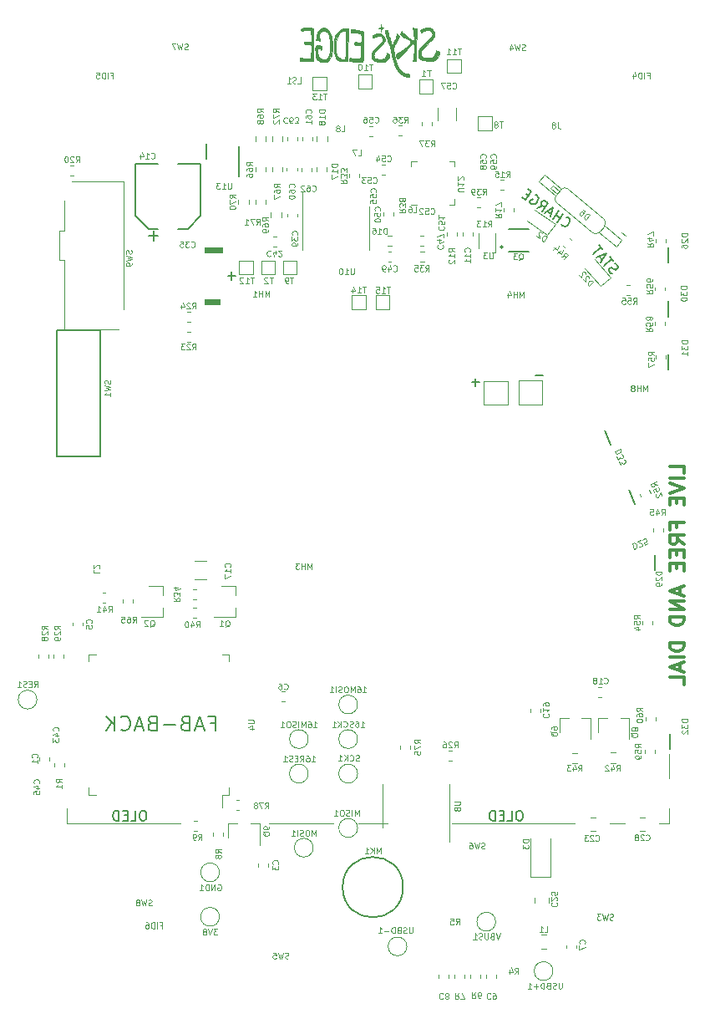
<source format=gbr>
G04 #@! TF.GenerationSoftware,KiCad,Pcbnew,8.0.8+dfsg-1*
G04 #@! TF.CreationDate,2025-03-16T16:58:16-04:00*
G04 #@! TF.ProjectId,RUST_Motherboard,52555354-5f4d-46f7-9468-6572626f6172,rev?*
G04 #@! TF.SameCoordinates,Original*
G04 #@! TF.FileFunction,Legend,Bot*
G04 #@! TF.FilePolarity,Positive*
%FSLAX46Y46*%
G04 Gerber Fmt 4.6, Leading zero omitted, Abs format (unit mm)*
G04 Created by KiCad (PCBNEW 8.0.8+dfsg-1) date 2025-03-16 16:58:16*
%MOMM*%
%LPD*%
G01*
G04 APERTURE LIST*
%ADD10C,0.120000*%
%ADD11C,0.300000*%
%ADD12C,0.150000*%
%ADD13C,0.127000*%
%ADD14C,0.200000*%
%ADD15C,0.010000*%
G04 APERTURE END LIST*
D10*
X118500000Y-136000000D02*
X123500000Y-136000000D01*
X179500000Y-129000000D02*
X179500000Y-131500000D01*
X179500000Y-134500000D02*
X179500000Y-136000000D01*
X130000000Y-136000000D02*
X123500000Y-136000000D01*
X118500000Y-136000000D02*
X118500000Y-134500000D01*
X179500000Y-136000000D02*
X178500000Y-136000000D01*
X151000000Y-136000000D02*
X148000000Y-136000000D01*
X145500000Y-136000000D02*
X139000000Y-136000000D01*
X175000000Y-136000000D02*
X173500000Y-136000000D01*
X170000000Y-136000000D02*
X157500000Y-136000000D01*
D11*
X181078328Y-100585714D02*
X181078328Y-99871428D01*
X181078328Y-99871428D02*
X179578328Y-99871428D01*
X181078328Y-101085714D02*
X179578328Y-101085714D01*
X179578328Y-101585715D02*
X181078328Y-102085715D01*
X181078328Y-102085715D02*
X179578328Y-102585715D01*
X180292614Y-103085714D02*
X180292614Y-103585714D01*
X181078328Y-103800000D02*
X181078328Y-103085714D01*
X181078328Y-103085714D02*
X179578328Y-103085714D01*
X179578328Y-103085714D02*
X179578328Y-103800000D01*
X180292614Y-106085714D02*
X180292614Y-105585714D01*
X181078328Y-105585714D02*
X179578328Y-105585714D01*
X179578328Y-105585714D02*
X179578328Y-106300000D01*
X181078328Y-107728571D02*
X180364042Y-107228571D01*
X181078328Y-106871428D02*
X179578328Y-106871428D01*
X179578328Y-106871428D02*
X179578328Y-107442857D01*
X179578328Y-107442857D02*
X179649757Y-107585714D01*
X179649757Y-107585714D02*
X179721185Y-107657143D01*
X179721185Y-107657143D02*
X179864042Y-107728571D01*
X179864042Y-107728571D02*
X180078328Y-107728571D01*
X180078328Y-107728571D02*
X180221185Y-107657143D01*
X180221185Y-107657143D02*
X180292614Y-107585714D01*
X180292614Y-107585714D02*
X180364042Y-107442857D01*
X180364042Y-107442857D02*
X180364042Y-106871428D01*
X180292614Y-108371428D02*
X180292614Y-108871428D01*
X181078328Y-109085714D02*
X181078328Y-108371428D01*
X181078328Y-108371428D02*
X179578328Y-108371428D01*
X179578328Y-108371428D02*
X179578328Y-109085714D01*
X180292614Y-109728571D02*
X180292614Y-110228571D01*
X181078328Y-110442857D02*
X181078328Y-109728571D01*
X181078328Y-109728571D02*
X179578328Y-109728571D01*
X179578328Y-109728571D02*
X179578328Y-110442857D01*
X180649757Y-112157143D02*
X180649757Y-112871429D01*
X181078328Y-112014286D02*
X179578328Y-112514286D01*
X179578328Y-112514286D02*
X181078328Y-113014286D01*
X181078328Y-113514285D02*
X179578328Y-113514285D01*
X179578328Y-113514285D02*
X181078328Y-114371428D01*
X181078328Y-114371428D02*
X179578328Y-114371428D01*
X181078328Y-115085714D02*
X179578328Y-115085714D01*
X179578328Y-115085714D02*
X179578328Y-115442857D01*
X179578328Y-115442857D02*
X179649757Y-115657143D01*
X179649757Y-115657143D02*
X179792614Y-115800000D01*
X179792614Y-115800000D02*
X179935471Y-115871429D01*
X179935471Y-115871429D02*
X180221185Y-115942857D01*
X180221185Y-115942857D02*
X180435471Y-115942857D01*
X180435471Y-115942857D02*
X180721185Y-115871429D01*
X180721185Y-115871429D02*
X180864042Y-115800000D01*
X180864042Y-115800000D02*
X181006900Y-115657143D01*
X181006900Y-115657143D02*
X181078328Y-115442857D01*
X181078328Y-115442857D02*
X181078328Y-115085714D01*
X181078328Y-117728571D02*
X179578328Y-117728571D01*
X179578328Y-117728571D02*
X179578328Y-118085714D01*
X179578328Y-118085714D02*
X179649757Y-118300000D01*
X179649757Y-118300000D02*
X179792614Y-118442857D01*
X179792614Y-118442857D02*
X179935471Y-118514286D01*
X179935471Y-118514286D02*
X180221185Y-118585714D01*
X180221185Y-118585714D02*
X180435471Y-118585714D01*
X180435471Y-118585714D02*
X180721185Y-118514286D01*
X180721185Y-118514286D02*
X180864042Y-118442857D01*
X180864042Y-118442857D02*
X181006900Y-118300000D01*
X181006900Y-118300000D02*
X181078328Y-118085714D01*
X181078328Y-118085714D02*
X181078328Y-117728571D01*
X181078328Y-119228571D02*
X179578328Y-119228571D01*
X180649757Y-119871429D02*
X180649757Y-120585715D01*
X181078328Y-119728572D02*
X179578328Y-120228572D01*
X179578328Y-120228572D02*
X181078328Y-120728572D01*
X181078328Y-121942857D02*
X181078328Y-121228571D01*
X181078328Y-121228571D02*
X179578328Y-121228571D01*
D12*
X164452380Y-134754819D02*
X164261904Y-134754819D01*
X164261904Y-134754819D02*
X164166666Y-134802438D01*
X164166666Y-134802438D02*
X164071428Y-134897676D01*
X164071428Y-134897676D02*
X164023809Y-135088152D01*
X164023809Y-135088152D02*
X164023809Y-135421485D01*
X164023809Y-135421485D02*
X164071428Y-135611961D01*
X164071428Y-135611961D02*
X164166666Y-135707200D01*
X164166666Y-135707200D02*
X164261904Y-135754819D01*
X164261904Y-135754819D02*
X164452380Y-135754819D01*
X164452380Y-135754819D02*
X164547618Y-135707200D01*
X164547618Y-135707200D02*
X164642856Y-135611961D01*
X164642856Y-135611961D02*
X164690475Y-135421485D01*
X164690475Y-135421485D02*
X164690475Y-135088152D01*
X164690475Y-135088152D02*
X164642856Y-134897676D01*
X164642856Y-134897676D02*
X164547618Y-134802438D01*
X164547618Y-134802438D02*
X164452380Y-134754819D01*
X163119047Y-135754819D02*
X163595237Y-135754819D01*
X163595237Y-135754819D02*
X163595237Y-134754819D01*
X162785713Y-135231009D02*
X162452380Y-135231009D01*
X162309523Y-135754819D02*
X162785713Y-135754819D01*
X162785713Y-135754819D02*
X162785713Y-134754819D01*
X162785713Y-134754819D02*
X162309523Y-134754819D01*
X161880951Y-135754819D02*
X161880951Y-134754819D01*
X161880951Y-134754819D02*
X161642856Y-134754819D01*
X161642856Y-134754819D02*
X161499999Y-134802438D01*
X161499999Y-134802438D02*
X161404761Y-134897676D01*
X161404761Y-134897676D02*
X161357142Y-134992914D01*
X161357142Y-134992914D02*
X161309523Y-135183390D01*
X161309523Y-135183390D02*
X161309523Y-135326247D01*
X161309523Y-135326247D02*
X161357142Y-135516723D01*
X161357142Y-135516723D02*
X161404761Y-135611961D01*
X161404761Y-135611961D02*
X161499999Y-135707200D01*
X161499999Y-135707200D02*
X161642856Y-135754819D01*
X161642856Y-135754819D02*
X161880951Y-135754819D01*
X133024999Y-125875414D02*
X133524999Y-125875414D01*
X133524999Y-126661128D02*
X133524999Y-125161128D01*
X133524999Y-125161128D02*
X132810713Y-125161128D01*
X132310713Y-126232557D02*
X131596428Y-126232557D01*
X132453570Y-126661128D02*
X131953570Y-125161128D01*
X131953570Y-125161128D02*
X131453570Y-126661128D01*
X130453571Y-125875414D02*
X130239285Y-125946842D01*
X130239285Y-125946842D02*
X130167856Y-126018271D01*
X130167856Y-126018271D02*
X130096428Y-126161128D01*
X130096428Y-126161128D02*
X130096428Y-126375414D01*
X130096428Y-126375414D02*
X130167856Y-126518271D01*
X130167856Y-126518271D02*
X130239285Y-126589700D01*
X130239285Y-126589700D02*
X130382142Y-126661128D01*
X130382142Y-126661128D02*
X130953571Y-126661128D01*
X130953571Y-126661128D02*
X130953571Y-125161128D01*
X130953571Y-125161128D02*
X130453571Y-125161128D01*
X130453571Y-125161128D02*
X130310714Y-125232557D01*
X130310714Y-125232557D02*
X130239285Y-125303985D01*
X130239285Y-125303985D02*
X130167856Y-125446842D01*
X130167856Y-125446842D02*
X130167856Y-125589700D01*
X130167856Y-125589700D02*
X130239285Y-125732557D01*
X130239285Y-125732557D02*
X130310714Y-125803985D01*
X130310714Y-125803985D02*
X130453571Y-125875414D01*
X130453571Y-125875414D02*
X130953571Y-125875414D01*
X129453571Y-126089700D02*
X128310714Y-126089700D01*
X127096428Y-125875414D02*
X126882142Y-125946842D01*
X126882142Y-125946842D02*
X126810713Y-126018271D01*
X126810713Y-126018271D02*
X126739285Y-126161128D01*
X126739285Y-126161128D02*
X126739285Y-126375414D01*
X126739285Y-126375414D02*
X126810713Y-126518271D01*
X126810713Y-126518271D02*
X126882142Y-126589700D01*
X126882142Y-126589700D02*
X127024999Y-126661128D01*
X127024999Y-126661128D02*
X127596428Y-126661128D01*
X127596428Y-126661128D02*
X127596428Y-125161128D01*
X127596428Y-125161128D02*
X127096428Y-125161128D01*
X127096428Y-125161128D02*
X126953571Y-125232557D01*
X126953571Y-125232557D02*
X126882142Y-125303985D01*
X126882142Y-125303985D02*
X126810713Y-125446842D01*
X126810713Y-125446842D02*
X126810713Y-125589700D01*
X126810713Y-125589700D02*
X126882142Y-125732557D01*
X126882142Y-125732557D02*
X126953571Y-125803985D01*
X126953571Y-125803985D02*
X127096428Y-125875414D01*
X127096428Y-125875414D02*
X127596428Y-125875414D01*
X126167856Y-126232557D02*
X125453571Y-126232557D01*
X126310713Y-126661128D02*
X125810713Y-125161128D01*
X125810713Y-125161128D02*
X125310713Y-126661128D01*
X123953571Y-126518271D02*
X124024999Y-126589700D01*
X124024999Y-126589700D02*
X124239285Y-126661128D01*
X124239285Y-126661128D02*
X124382142Y-126661128D01*
X124382142Y-126661128D02*
X124596428Y-126589700D01*
X124596428Y-126589700D02*
X124739285Y-126446842D01*
X124739285Y-126446842D02*
X124810714Y-126303985D01*
X124810714Y-126303985D02*
X124882142Y-126018271D01*
X124882142Y-126018271D02*
X124882142Y-125803985D01*
X124882142Y-125803985D02*
X124810714Y-125518271D01*
X124810714Y-125518271D02*
X124739285Y-125375414D01*
X124739285Y-125375414D02*
X124596428Y-125232557D01*
X124596428Y-125232557D02*
X124382142Y-125161128D01*
X124382142Y-125161128D02*
X124239285Y-125161128D01*
X124239285Y-125161128D02*
X124024999Y-125232557D01*
X124024999Y-125232557D02*
X123953571Y-125303985D01*
X123310714Y-126661128D02*
X123310714Y-125161128D01*
X122453571Y-126661128D02*
X123096428Y-125803985D01*
X122453571Y-125161128D02*
X123310714Y-126018271D01*
X126302380Y-134754819D02*
X126111904Y-134754819D01*
X126111904Y-134754819D02*
X126016666Y-134802438D01*
X126016666Y-134802438D02*
X125921428Y-134897676D01*
X125921428Y-134897676D02*
X125873809Y-135088152D01*
X125873809Y-135088152D02*
X125873809Y-135421485D01*
X125873809Y-135421485D02*
X125921428Y-135611961D01*
X125921428Y-135611961D02*
X126016666Y-135707200D01*
X126016666Y-135707200D02*
X126111904Y-135754819D01*
X126111904Y-135754819D02*
X126302380Y-135754819D01*
X126302380Y-135754819D02*
X126397618Y-135707200D01*
X126397618Y-135707200D02*
X126492856Y-135611961D01*
X126492856Y-135611961D02*
X126540475Y-135421485D01*
X126540475Y-135421485D02*
X126540475Y-135088152D01*
X126540475Y-135088152D02*
X126492856Y-134897676D01*
X126492856Y-134897676D02*
X126397618Y-134802438D01*
X126397618Y-134802438D02*
X126302380Y-134754819D01*
X124969047Y-135754819D02*
X125445237Y-135754819D01*
X125445237Y-135754819D02*
X125445237Y-134754819D01*
X124635713Y-135231009D02*
X124302380Y-135231009D01*
X124159523Y-135754819D02*
X124635713Y-135754819D01*
X124635713Y-135754819D02*
X124635713Y-134754819D01*
X124635713Y-134754819D02*
X124159523Y-134754819D01*
X123730951Y-135754819D02*
X123730951Y-134754819D01*
X123730951Y-134754819D02*
X123492856Y-134754819D01*
X123492856Y-134754819D02*
X123349999Y-134802438D01*
X123349999Y-134802438D02*
X123254761Y-134897676D01*
X123254761Y-134897676D02*
X123207142Y-134992914D01*
X123207142Y-134992914D02*
X123159523Y-135183390D01*
X123159523Y-135183390D02*
X123159523Y-135326247D01*
X123159523Y-135326247D02*
X123207142Y-135516723D01*
X123207142Y-135516723D02*
X123254761Y-135611961D01*
X123254761Y-135611961D02*
X123349999Y-135707200D01*
X123349999Y-135707200D02*
X123492856Y-135754819D01*
X123492856Y-135754819D02*
X123730951Y-135754819D01*
D10*
X134532142Y-116153474D02*
X134589285Y-116124902D01*
X134589285Y-116124902D02*
X134646428Y-116067760D01*
X134646428Y-116067760D02*
X134732142Y-115982045D01*
X134732142Y-115982045D02*
X134789285Y-115953474D01*
X134789285Y-115953474D02*
X134846428Y-115953474D01*
X134817857Y-116096331D02*
X134875000Y-116067760D01*
X134875000Y-116067760D02*
X134932142Y-116010617D01*
X134932142Y-116010617D02*
X134960714Y-115896331D01*
X134960714Y-115896331D02*
X134960714Y-115696331D01*
X134960714Y-115696331D02*
X134932142Y-115582045D01*
X134932142Y-115582045D02*
X134875000Y-115524902D01*
X134875000Y-115524902D02*
X134817857Y-115496331D01*
X134817857Y-115496331D02*
X134703571Y-115496331D01*
X134703571Y-115496331D02*
X134646428Y-115524902D01*
X134646428Y-115524902D02*
X134589285Y-115582045D01*
X134589285Y-115582045D02*
X134560714Y-115696331D01*
X134560714Y-115696331D02*
X134560714Y-115896331D01*
X134560714Y-115896331D02*
X134589285Y-116010617D01*
X134589285Y-116010617D02*
X134646428Y-116067760D01*
X134646428Y-116067760D02*
X134703571Y-116096331D01*
X134703571Y-116096331D02*
X134817857Y-116096331D01*
X133989286Y-116096331D02*
X134332143Y-116096331D01*
X134160714Y-116096331D02*
X134160714Y-115496331D01*
X134160714Y-115496331D02*
X134217857Y-115582045D01*
X134217857Y-115582045D02*
X134275000Y-115639188D01*
X134275000Y-115639188D02*
X134332143Y-115667760D01*
X126907142Y-116103474D02*
X126964285Y-116074902D01*
X126964285Y-116074902D02*
X127021428Y-116017760D01*
X127021428Y-116017760D02*
X127107142Y-115932045D01*
X127107142Y-115932045D02*
X127164285Y-115903474D01*
X127164285Y-115903474D02*
X127221428Y-115903474D01*
X127192857Y-116046331D02*
X127250000Y-116017760D01*
X127250000Y-116017760D02*
X127307142Y-115960617D01*
X127307142Y-115960617D02*
X127335714Y-115846331D01*
X127335714Y-115846331D02*
X127335714Y-115646331D01*
X127335714Y-115646331D02*
X127307142Y-115532045D01*
X127307142Y-115532045D02*
X127250000Y-115474902D01*
X127250000Y-115474902D02*
X127192857Y-115446331D01*
X127192857Y-115446331D02*
X127078571Y-115446331D01*
X127078571Y-115446331D02*
X127021428Y-115474902D01*
X127021428Y-115474902D02*
X126964285Y-115532045D01*
X126964285Y-115532045D02*
X126935714Y-115646331D01*
X126935714Y-115646331D02*
X126935714Y-115846331D01*
X126935714Y-115846331D02*
X126964285Y-115960617D01*
X126964285Y-115960617D02*
X127021428Y-116017760D01*
X127021428Y-116017760D02*
X127078571Y-116046331D01*
X127078571Y-116046331D02*
X127192857Y-116046331D01*
X126707143Y-115503474D02*
X126678571Y-115474902D01*
X126678571Y-115474902D02*
X126621429Y-115446331D01*
X126621429Y-115446331D02*
X126478571Y-115446331D01*
X126478571Y-115446331D02*
X126421429Y-115474902D01*
X126421429Y-115474902D02*
X126392857Y-115503474D01*
X126392857Y-115503474D02*
X126364286Y-115560617D01*
X126364286Y-115560617D02*
X126364286Y-115617760D01*
X126364286Y-115617760D02*
X126392857Y-115703474D01*
X126392857Y-115703474D02*
X126735714Y-116046331D01*
X126735714Y-116046331D02*
X126364286Y-116046331D01*
X163035714Y-70571331D02*
X163235714Y-70285617D01*
X163378571Y-70571331D02*
X163378571Y-69971331D01*
X163378571Y-69971331D02*
X163150000Y-69971331D01*
X163150000Y-69971331D02*
X163092857Y-69999902D01*
X163092857Y-69999902D02*
X163064286Y-70028474D01*
X163064286Y-70028474D02*
X163035714Y-70085617D01*
X163035714Y-70085617D02*
X163035714Y-70171331D01*
X163035714Y-70171331D02*
X163064286Y-70228474D01*
X163064286Y-70228474D02*
X163092857Y-70257045D01*
X163092857Y-70257045D02*
X163150000Y-70285617D01*
X163150000Y-70285617D02*
X163378571Y-70285617D01*
X162464286Y-70571331D02*
X162807143Y-70571331D01*
X162635714Y-70571331D02*
X162635714Y-69971331D01*
X162635714Y-69971331D02*
X162692857Y-70057045D01*
X162692857Y-70057045D02*
X162750000Y-70114188D01*
X162750000Y-70114188D02*
X162807143Y-70142760D01*
X161921428Y-69971331D02*
X162207142Y-69971331D01*
X162207142Y-69971331D02*
X162235714Y-70257045D01*
X162235714Y-70257045D02*
X162207142Y-70228474D01*
X162207142Y-70228474D02*
X162150000Y-70199902D01*
X162150000Y-70199902D02*
X162007142Y-70199902D01*
X162007142Y-70199902D02*
X161950000Y-70228474D01*
X161950000Y-70228474D02*
X161921428Y-70257045D01*
X161921428Y-70257045D02*
X161892857Y-70314188D01*
X161892857Y-70314188D02*
X161892857Y-70457045D01*
X161892857Y-70457045D02*
X161921428Y-70514188D01*
X161921428Y-70514188D02*
X161950000Y-70542760D01*
X161950000Y-70542760D02*
X162007142Y-70571331D01*
X162007142Y-70571331D02*
X162150000Y-70571331D01*
X162150000Y-70571331D02*
X162207142Y-70542760D01*
X162207142Y-70542760D02*
X162235714Y-70514188D01*
X129328668Y-113210714D02*
X129614382Y-113410714D01*
X129328668Y-113553571D02*
X129928668Y-113553571D01*
X129928668Y-113553571D02*
X129928668Y-113325000D01*
X129928668Y-113325000D02*
X129900097Y-113267857D01*
X129900097Y-113267857D02*
X129871525Y-113239286D01*
X129871525Y-113239286D02*
X129814382Y-113210714D01*
X129814382Y-113210714D02*
X129728668Y-113210714D01*
X129728668Y-113210714D02*
X129671525Y-113239286D01*
X129671525Y-113239286D02*
X129642954Y-113267857D01*
X129642954Y-113267857D02*
X129614382Y-113325000D01*
X129614382Y-113325000D02*
X129614382Y-113553571D01*
X129928668Y-113010714D02*
X129928668Y-112639286D01*
X129928668Y-112639286D02*
X129700097Y-112839286D01*
X129700097Y-112839286D02*
X129700097Y-112753571D01*
X129700097Y-112753571D02*
X129671525Y-112696429D01*
X129671525Y-112696429D02*
X129642954Y-112667857D01*
X129642954Y-112667857D02*
X129585811Y-112639286D01*
X129585811Y-112639286D02*
X129442954Y-112639286D01*
X129442954Y-112639286D02*
X129385811Y-112667857D01*
X129385811Y-112667857D02*
X129357240Y-112696429D01*
X129357240Y-112696429D02*
X129328668Y-112753571D01*
X129328668Y-112753571D02*
X129328668Y-112925000D01*
X129328668Y-112925000D02*
X129357240Y-112982143D01*
X129357240Y-112982143D02*
X129385811Y-113010714D01*
X129728668Y-112125000D02*
X129328668Y-112125000D01*
X129957240Y-112267857D02*
X129528668Y-112410714D01*
X129528668Y-112410714D02*
X129528668Y-112039285D01*
X131585714Y-116171331D02*
X131785714Y-115885617D01*
X131928571Y-116171331D02*
X131928571Y-115571331D01*
X131928571Y-115571331D02*
X131700000Y-115571331D01*
X131700000Y-115571331D02*
X131642857Y-115599902D01*
X131642857Y-115599902D02*
X131614286Y-115628474D01*
X131614286Y-115628474D02*
X131585714Y-115685617D01*
X131585714Y-115685617D02*
X131585714Y-115771331D01*
X131585714Y-115771331D02*
X131614286Y-115828474D01*
X131614286Y-115828474D02*
X131642857Y-115857045D01*
X131642857Y-115857045D02*
X131700000Y-115885617D01*
X131700000Y-115885617D02*
X131928571Y-115885617D01*
X131071429Y-115771331D02*
X131071429Y-116171331D01*
X131214286Y-115542760D02*
X131357143Y-115971331D01*
X131357143Y-115971331D02*
X130985714Y-115971331D01*
X130642857Y-115571331D02*
X130585714Y-115571331D01*
X130585714Y-115571331D02*
X130528571Y-115599902D01*
X130528571Y-115599902D02*
X130500000Y-115628474D01*
X130500000Y-115628474D02*
X130471428Y-115685617D01*
X130471428Y-115685617D02*
X130442857Y-115799902D01*
X130442857Y-115799902D02*
X130442857Y-115942760D01*
X130442857Y-115942760D02*
X130471428Y-116057045D01*
X130471428Y-116057045D02*
X130500000Y-116114188D01*
X130500000Y-116114188D02*
X130528571Y-116142760D01*
X130528571Y-116142760D02*
X130585714Y-116171331D01*
X130585714Y-116171331D02*
X130642857Y-116171331D01*
X130642857Y-116171331D02*
X130700000Y-116142760D01*
X130700000Y-116142760D02*
X130728571Y-116114188D01*
X130728571Y-116114188D02*
X130757142Y-116057045D01*
X130757142Y-116057045D02*
X130785714Y-115942760D01*
X130785714Y-115942760D02*
X130785714Y-115799902D01*
X130785714Y-115799902D02*
X130757142Y-115685617D01*
X130757142Y-115685617D02*
X130728571Y-115628474D01*
X130728571Y-115628474D02*
X130700000Y-115599902D01*
X130700000Y-115599902D02*
X130642857Y-115571331D01*
X122685714Y-114621331D02*
X122885714Y-114335617D01*
X123028571Y-114621331D02*
X123028571Y-114021331D01*
X123028571Y-114021331D02*
X122800000Y-114021331D01*
X122800000Y-114021331D02*
X122742857Y-114049902D01*
X122742857Y-114049902D02*
X122714286Y-114078474D01*
X122714286Y-114078474D02*
X122685714Y-114135617D01*
X122685714Y-114135617D02*
X122685714Y-114221331D01*
X122685714Y-114221331D02*
X122714286Y-114278474D01*
X122714286Y-114278474D02*
X122742857Y-114307045D01*
X122742857Y-114307045D02*
X122800000Y-114335617D01*
X122800000Y-114335617D02*
X123028571Y-114335617D01*
X122171429Y-114221331D02*
X122171429Y-114621331D01*
X122314286Y-113992760D02*
X122457143Y-114421331D01*
X122457143Y-114421331D02*
X122085714Y-114421331D01*
X121542857Y-114621331D02*
X121885714Y-114621331D01*
X121714285Y-114621331D02*
X121714285Y-114021331D01*
X121714285Y-114021331D02*
X121771428Y-114107045D01*
X121771428Y-114107045D02*
X121828571Y-114164188D01*
X121828571Y-114164188D02*
X121885714Y-114192760D01*
X125135714Y-115696331D02*
X125335714Y-115410617D01*
X125478571Y-115696331D02*
X125478571Y-115096331D01*
X125478571Y-115096331D02*
X125250000Y-115096331D01*
X125250000Y-115096331D02*
X125192857Y-115124902D01*
X125192857Y-115124902D02*
X125164286Y-115153474D01*
X125164286Y-115153474D02*
X125135714Y-115210617D01*
X125135714Y-115210617D02*
X125135714Y-115296331D01*
X125135714Y-115296331D02*
X125164286Y-115353474D01*
X125164286Y-115353474D02*
X125192857Y-115382045D01*
X125192857Y-115382045D02*
X125250000Y-115410617D01*
X125250000Y-115410617D02*
X125478571Y-115410617D01*
X124621429Y-115096331D02*
X124735714Y-115096331D01*
X124735714Y-115096331D02*
X124792857Y-115124902D01*
X124792857Y-115124902D02*
X124821429Y-115153474D01*
X124821429Y-115153474D02*
X124878571Y-115239188D01*
X124878571Y-115239188D02*
X124907143Y-115353474D01*
X124907143Y-115353474D02*
X124907143Y-115582045D01*
X124907143Y-115582045D02*
X124878571Y-115639188D01*
X124878571Y-115639188D02*
X124850000Y-115667760D01*
X124850000Y-115667760D02*
X124792857Y-115696331D01*
X124792857Y-115696331D02*
X124678571Y-115696331D01*
X124678571Y-115696331D02*
X124621429Y-115667760D01*
X124621429Y-115667760D02*
X124592857Y-115639188D01*
X124592857Y-115639188D02*
X124564286Y-115582045D01*
X124564286Y-115582045D02*
X124564286Y-115439188D01*
X124564286Y-115439188D02*
X124592857Y-115382045D01*
X124592857Y-115382045D02*
X124621429Y-115353474D01*
X124621429Y-115353474D02*
X124678571Y-115324902D01*
X124678571Y-115324902D02*
X124792857Y-115324902D01*
X124792857Y-115324902D02*
X124850000Y-115353474D01*
X124850000Y-115353474D02*
X124878571Y-115382045D01*
X124878571Y-115382045D02*
X124907143Y-115439188D01*
X124021428Y-115096331D02*
X124307142Y-115096331D01*
X124307142Y-115096331D02*
X124335714Y-115382045D01*
X124335714Y-115382045D02*
X124307142Y-115353474D01*
X124307142Y-115353474D02*
X124250000Y-115324902D01*
X124250000Y-115324902D02*
X124107142Y-115324902D01*
X124107142Y-115324902D02*
X124050000Y-115353474D01*
X124050000Y-115353474D02*
X124021428Y-115382045D01*
X124021428Y-115382045D02*
X123992857Y-115439188D01*
X123992857Y-115439188D02*
X123992857Y-115582045D01*
X123992857Y-115582045D02*
X124021428Y-115639188D01*
X124021428Y-115639188D02*
X124050000Y-115667760D01*
X124050000Y-115667760D02*
X124107142Y-115696331D01*
X124107142Y-115696331D02*
X124250000Y-115696331D01*
X124250000Y-115696331D02*
X124307142Y-115667760D01*
X124307142Y-115667760D02*
X124335714Y-115639188D01*
X120965188Y-115750000D02*
X120993760Y-115721428D01*
X120993760Y-115721428D02*
X121022331Y-115635714D01*
X121022331Y-115635714D02*
X121022331Y-115578571D01*
X121022331Y-115578571D02*
X120993760Y-115492857D01*
X120993760Y-115492857D02*
X120936617Y-115435714D01*
X120936617Y-115435714D02*
X120879474Y-115407143D01*
X120879474Y-115407143D02*
X120765188Y-115378571D01*
X120765188Y-115378571D02*
X120679474Y-115378571D01*
X120679474Y-115378571D02*
X120565188Y-115407143D01*
X120565188Y-115407143D02*
X120508045Y-115435714D01*
X120508045Y-115435714D02*
X120450902Y-115492857D01*
X120450902Y-115492857D02*
X120422331Y-115578571D01*
X120422331Y-115578571D02*
X120422331Y-115635714D01*
X120422331Y-115635714D02*
X120450902Y-115721428D01*
X120450902Y-115721428D02*
X120479474Y-115750000D01*
X120422331Y-116292857D02*
X120422331Y-116007143D01*
X120422331Y-116007143D02*
X120708045Y-115978571D01*
X120708045Y-115978571D02*
X120679474Y-116007143D01*
X120679474Y-116007143D02*
X120650902Y-116064286D01*
X120650902Y-116064286D02*
X120650902Y-116207143D01*
X120650902Y-116207143D02*
X120679474Y-116264286D01*
X120679474Y-116264286D02*
X120708045Y-116292857D01*
X120708045Y-116292857D02*
X120765188Y-116321428D01*
X120765188Y-116321428D02*
X120908045Y-116321428D01*
X120908045Y-116321428D02*
X120965188Y-116292857D01*
X120965188Y-116292857D02*
X120993760Y-116264286D01*
X120993760Y-116264286D02*
X121022331Y-116207143D01*
X121022331Y-116207143D02*
X121022331Y-116064286D01*
X121022331Y-116064286D02*
X120993760Y-116007143D01*
X120993760Y-116007143D02*
X120965188Y-115978571D01*
X160914188Y-68614285D02*
X160942760Y-68585713D01*
X160942760Y-68585713D02*
X160971331Y-68499999D01*
X160971331Y-68499999D02*
X160971331Y-68442856D01*
X160971331Y-68442856D02*
X160942760Y-68357142D01*
X160942760Y-68357142D02*
X160885617Y-68299999D01*
X160885617Y-68299999D02*
X160828474Y-68271428D01*
X160828474Y-68271428D02*
X160714188Y-68242856D01*
X160714188Y-68242856D02*
X160628474Y-68242856D01*
X160628474Y-68242856D02*
X160514188Y-68271428D01*
X160514188Y-68271428D02*
X160457045Y-68299999D01*
X160457045Y-68299999D02*
X160399902Y-68357142D01*
X160399902Y-68357142D02*
X160371331Y-68442856D01*
X160371331Y-68442856D02*
X160371331Y-68499999D01*
X160371331Y-68499999D02*
X160399902Y-68585713D01*
X160399902Y-68585713D02*
X160428474Y-68614285D01*
X160371331Y-69157142D02*
X160371331Y-68871428D01*
X160371331Y-68871428D02*
X160657045Y-68842856D01*
X160657045Y-68842856D02*
X160628474Y-68871428D01*
X160628474Y-68871428D02*
X160599902Y-68928571D01*
X160599902Y-68928571D02*
X160599902Y-69071428D01*
X160599902Y-69071428D02*
X160628474Y-69128571D01*
X160628474Y-69128571D02*
X160657045Y-69157142D01*
X160657045Y-69157142D02*
X160714188Y-69185713D01*
X160714188Y-69185713D02*
X160857045Y-69185713D01*
X160857045Y-69185713D02*
X160914188Y-69157142D01*
X160914188Y-69157142D02*
X160942760Y-69128571D01*
X160942760Y-69128571D02*
X160971331Y-69071428D01*
X160971331Y-69071428D02*
X160971331Y-68928571D01*
X160971331Y-68928571D02*
X160942760Y-68871428D01*
X160942760Y-68871428D02*
X160914188Y-68842856D01*
X160628474Y-69528571D02*
X160599902Y-69471428D01*
X160599902Y-69471428D02*
X160571331Y-69442857D01*
X160571331Y-69442857D02*
X160514188Y-69414285D01*
X160514188Y-69414285D02*
X160485617Y-69414285D01*
X160485617Y-69414285D02*
X160428474Y-69442857D01*
X160428474Y-69442857D02*
X160399902Y-69471428D01*
X160399902Y-69471428D02*
X160371331Y-69528571D01*
X160371331Y-69528571D02*
X160371331Y-69642857D01*
X160371331Y-69642857D02*
X160399902Y-69700000D01*
X160399902Y-69700000D02*
X160428474Y-69728571D01*
X160428474Y-69728571D02*
X160485617Y-69757142D01*
X160485617Y-69757142D02*
X160514188Y-69757142D01*
X160514188Y-69757142D02*
X160571331Y-69728571D01*
X160571331Y-69728571D02*
X160599902Y-69700000D01*
X160599902Y-69700000D02*
X160628474Y-69642857D01*
X160628474Y-69642857D02*
X160628474Y-69528571D01*
X160628474Y-69528571D02*
X160657045Y-69471428D01*
X160657045Y-69471428D02*
X160685617Y-69442857D01*
X160685617Y-69442857D02*
X160742760Y-69414285D01*
X160742760Y-69414285D02*
X160857045Y-69414285D01*
X160857045Y-69414285D02*
X160914188Y-69442857D01*
X160914188Y-69442857D02*
X160942760Y-69471428D01*
X160942760Y-69471428D02*
X160971331Y-69528571D01*
X160971331Y-69528571D02*
X160971331Y-69642857D01*
X160971331Y-69642857D02*
X160942760Y-69700000D01*
X160942760Y-69700000D02*
X160914188Y-69728571D01*
X160914188Y-69728571D02*
X160857045Y-69757142D01*
X160857045Y-69757142D02*
X160742760Y-69757142D01*
X160742760Y-69757142D02*
X160685617Y-69728571D01*
X160685617Y-69728571D02*
X160657045Y-69700000D01*
X160657045Y-69700000D02*
X160628474Y-69642857D01*
X149685714Y-65014188D02*
X149714286Y-65042760D01*
X149714286Y-65042760D02*
X149800000Y-65071331D01*
X149800000Y-65071331D02*
X149857143Y-65071331D01*
X149857143Y-65071331D02*
X149942857Y-65042760D01*
X149942857Y-65042760D02*
X150000000Y-64985617D01*
X150000000Y-64985617D02*
X150028571Y-64928474D01*
X150028571Y-64928474D02*
X150057143Y-64814188D01*
X150057143Y-64814188D02*
X150057143Y-64728474D01*
X150057143Y-64728474D02*
X150028571Y-64614188D01*
X150028571Y-64614188D02*
X150000000Y-64557045D01*
X150000000Y-64557045D02*
X149942857Y-64499902D01*
X149942857Y-64499902D02*
X149857143Y-64471331D01*
X149857143Y-64471331D02*
X149800000Y-64471331D01*
X149800000Y-64471331D02*
X149714286Y-64499902D01*
X149714286Y-64499902D02*
X149685714Y-64528474D01*
X149142857Y-64471331D02*
X149428571Y-64471331D01*
X149428571Y-64471331D02*
X149457143Y-64757045D01*
X149457143Y-64757045D02*
X149428571Y-64728474D01*
X149428571Y-64728474D02*
X149371429Y-64699902D01*
X149371429Y-64699902D02*
X149228571Y-64699902D01*
X149228571Y-64699902D02*
X149171429Y-64728474D01*
X149171429Y-64728474D02*
X149142857Y-64757045D01*
X149142857Y-64757045D02*
X149114286Y-64814188D01*
X149114286Y-64814188D02*
X149114286Y-64957045D01*
X149114286Y-64957045D02*
X149142857Y-65014188D01*
X149142857Y-65014188D02*
X149171429Y-65042760D01*
X149171429Y-65042760D02*
X149228571Y-65071331D01*
X149228571Y-65071331D02*
X149371429Y-65071331D01*
X149371429Y-65071331D02*
X149428571Y-65042760D01*
X149428571Y-65042760D02*
X149457143Y-65014188D01*
X148600000Y-64471331D02*
X148714285Y-64471331D01*
X148714285Y-64471331D02*
X148771428Y-64499902D01*
X148771428Y-64499902D02*
X148800000Y-64528474D01*
X148800000Y-64528474D02*
X148857142Y-64614188D01*
X148857142Y-64614188D02*
X148885714Y-64728474D01*
X148885714Y-64728474D02*
X148885714Y-64957045D01*
X148885714Y-64957045D02*
X148857142Y-65014188D01*
X148857142Y-65014188D02*
X148828571Y-65042760D01*
X148828571Y-65042760D02*
X148771428Y-65071331D01*
X148771428Y-65071331D02*
X148657142Y-65071331D01*
X148657142Y-65071331D02*
X148600000Y-65042760D01*
X148600000Y-65042760D02*
X148571428Y-65014188D01*
X148571428Y-65014188D02*
X148542857Y-64957045D01*
X148542857Y-64957045D02*
X148542857Y-64814188D01*
X148542857Y-64814188D02*
X148571428Y-64757045D01*
X148571428Y-64757045D02*
X148600000Y-64728474D01*
X148600000Y-64728474D02*
X148657142Y-64699902D01*
X148657142Y-64699902D02*
X148771428Y-64699902D01*
X148771428Y-64699902D02*
X148828571Y-64728474D01*
X148828571Y-64728474D02*
X148857142Y-64757045D01*
X148857142Y-64757045D02*
X148885714Y-64814188D01*
X149784188Y-72094285D02*
X149812760Y-72065713D01*
X149812760Y-72065713D02*
X149841331Y-71979999D01*
X149841331Y-71979999D02*
X149841331Y-71922856D01*
X149841331Y-71922856D02*
X149812760Y-71837142D01*
X149812760Y-71837142D02*
X149755617Y-71779999D01*
X149755617Y-71779999D02*
X149698474Y-71751428D01*
X149698474Y-71751428D02*
X149584188Y-71722856D01*
X149584188Y-71722856D02*
X149498474Y-71722856D01*
X149498474Y-71722856D02*
X149384188Y-71751428D01*
X149384188Y-71751428D02*
X149327045Y-71779999D01*
X149327045Y-71779999D02*
X149269902Y-71837142D01*
X149269902Y-71837142D02*
X149241331Y-71922856D01*
X149241331Y-71922856D02*
X149241331Y-71979999D01*
X149241331Y-71979999D02*
X149269902Y-72065713D01*
X149269902Y-72065713D02*
X149298474Y-72094285D01*
X149241331Y-72637142D02*
X149241331Y-72351428D01*
X149241331Y-72351428D02*
X149527045Y-72322856D01*
X149527045Y-72322856D02*
X149498474Y-72351428D01*
X149498474Y-72351428D02*
X149469902Y-72408571D01*
X149469902Y-72408571D02*
X149469902Y-72551428D01*
X149469902Y-72551428D02*
X149498474Y-72608571D01*
X149498474Y-72608571D02*
X149527045Y-72637142D01*
X149527045Y-72637142D02*
X149584188Y-72665713D01*
X149584188Y-72665713D02*
X149727045Y-72665713D01*
X149727045Y-72665713D02*
X149784188Y-72637142D01*
X149784188Y-72637142D02*
X149812760Y-72608571D01*
X149812760Y-72608571D02*
X149841331Y-72551428D01*
X149841331Y-72551428D02*
X149841331Y-72408571D01*
X149841331Y-72408571D02*
X149812760Y-72351428D01*
X149812760Y-72351428D02*
X149784188Y-72322856D01*
X149241331Y-73208571D02*
X149241331Y-72922857D01*
X149241331Y-72922857D02*
X149527045Y-72894285D01*
X149527045Y-72894285D02*
X149498474Y-72922857D01*
X149498474Y-72922857D02*
X149469902Y-72980000D01*
X149469902Y-72980000D02*
X149469902Y-73122857D01*
X149469902Y-73122857D02*
X149498474Y-73180000D01*
X149498474Y-73180000D02*
X149527045Y-73208571D01*
X149527045Y-73208571D02*
X149584188Y-73237142D01*
X149584188Y-73237142D02*
X149727045Y-73237142D01*
X149727045Y-73237142D02*
X149784188Y-73208571D01*
X149784188Y-73208571D02*
X149812760Y-73180000D01*
X149812760Y-73180000D02*
X149841331Y-73122857D01*
X149841331Y-73122857D02*
X149841331Y-72980000D01*
X149841331Y-72980000D02*
X149812760Y-72922857D01*
X149812760Y-72922857D02*
X149784188Y-72894285D01*
X149535714Y-71134188D02*
X149564286Y-71162760D01*
X149564286Y-71162760D02*
X149650000Y-71191331D01*
X149650000Y-71191331D02*
X149707143Y-71191331D01*
X149707143Y-71191331D02*
X149792857Y-71162760D01*
X149792857Y-71162760D02*
X149850000Y-71105617D01*
X149850000Y-71105617D02*
X149878571Y-71048474D01*
X149878571Y-71048474D02*
X149907143Y-70934188D01*
X149907143Y-70934188D02*
X149907143Y-70848474D01*
X149907143Y-70848474D02*
X149878571Y-70734188D01*
X149878571Y-70734188D02*
X149850000Y-70677045D01*
X149850000Y-70677045D02*
X149792857Y-70619902D01*
X149792857Y-70619902D02*
X149707143Y-70591331D01*
X149707143Y-70591331D02*
X149650000Y-70591331D01*
X149650000Y-70591331D02*
X149564286Y-70619902D01*
X149564286Y-70619902D02*
X149535714Y-70648474D01*
X148992857Y-70591331D02*
X149278571Y-70591331D01*
X149278571Y-70591331D02*
X149307143Y-70877045D01*
X149307143Y-70877045D02*
X149278571Y-70848474D01*
X149278571Y-70848474D02*
X149221429Y-70819902D01*
X149221429Y-70819902D02*
X149078571Y-70819902D01*
X149078571Y-70819902D02*
X149021429Y-70848474D01*
X149021429Y-70848474D02*
X148992857Y-70877045D01*
X148992857Y-70877045D02*
X148964286Y-70934188D01*
X148964286Y-70934188D02*
X148964286Y-71077045D01*
X148964286Y-71077045D02*
X148992857Y-71134188D01*
X148992857Y-71134188D02*
X149021429Y-71162760D01*
X149021429Y-71162760D02*
X149078571Y-71191331D01*
X149078571Y-71191331D02*
X149221429Y-71191331D01*
X149221429Y-71191331D02*
X149278571Y-71162760D01*
X149278571Y-71162760D02*
X149307143Y-71134188D01*
X148764285Y-70591331D02*
X148392857Y-70591331D01*
X148392857Y-70591331D02*
X148592857Y-70819902D01*
X148592857Y-70819902D02*
X148507142Y-70819902D01*
X148507142Y-70819902D02*
X148450000Y-70848474D01*
X148450000Y-70848474D02*
X148421428Y-70877045D01*
X148421428Y-70877045D02*
X148392857Y-70934188D01*
X148392857Y-70934188D02*
X148392857Y-71077045D01*
X148392857Y-71077045D02*
X148421428Y-71134188D01*
X148421428Y-71134188D02*
X148450000Y-71162760D01*
X148450000Y-71162760D02*
X148507142Y-71191331D01*
X148507142Y-71191331D02*
X148678571Y-71191331D01*
X148678571Y-71191331D02*
X148735714Y-71162760D01*
X148735714Y-71162760D02*
X148764285Y-71134188D01*
X155360714Y-74264188D02*
X155389286Y-74292760D01*
X155389286Y-74292760D02*
X155475000Y-74321331D01*
X155475000Y-74321331D02*
X155532143Y-74321331D01*
X155532143Y-74321331D02*
X155617857Y-74292760D01*
X155617857Y-74292760D02*
X155675000Y-74235617D01*
X155675000Y-74235617D02*
X155703571Y-74178474D01*
X155703571Y-74178474D02*
X155732143Y-74064188D01*
X155732143Y-74064188D02*
X155732143Y-73978474D01*
X155732143Y-73978474D02*
X155703571Y-73864188D01*
X155703571Y-73864188D02*
X155675000Y-73807045D01*
X155675000Y-73807045D02*
X155617857Y-73749902D01*
X155617857Y-73749902D02*
X155532143Y-73721331D01*
X155532143Y-73721331D02*
X155475000Y-73721331D01*
X155475000Y-73721331D02*
X155389286Y-73749902D01*
X155389286Y-73749902D02*
X155360714Y-73778474D01*
X154817857Y-73721331D02*
X155103571Y-73721331D01*
X155103571Y-73721331D02*
X155132143Y-74007045D01*
X155132143Y-74007045D02*
X155103571Y-73978474D01*
X155103571Y-73978474D02*
X155046429Y-73949902D01*
X155046429Y-73949902D02*
X154903571Y-73949902D01*
X154903571Y-73949902D02*
X154846429Y-73978474D01*
X154846429Y-73978474D02*
X154817857Y-74007045D01*
X154817857Y-74007045D02*
X154789286Y-74064188D01*
X154789286Y-74064188D02*
X154789286Y-74207045D01*
X154789286Y-74207045D02*
X154817857Y-74264188D01*
X154817857Y-74264188D02*
X154846429Y-74292760D01*
X154846429Y-74292760D02*
X154903571Y-74321331D01*
X154903571Y-74321331D02*
X155046429Y-74321331D01*
X155046429Y-74321331D02*
X155103571Y-74292760D01*
X155103571Y-74292760D02*
X155132143Y-74264188D01*
X154560714Y-73778474D02*
X154532142Y-73749902D01*
X154532142Y-73749902D02*
X154475000Y-73721331D01*
X154475000Y-73721331D02*
X154332142Y-73721331D01*
X154332142Y-73721331D02*
X154275000Y-73749902D01*
X154275000Y-73749902D02*
X154246428Y-73778474D01*
X154246428Y-73778474D02*
X154217857Y-73835617D01*
X154217857Y-73835617D02*
X154217857Y-73892760D01*
X154217857Y-73892760D02*
X154246428Y-73978474D01*
X154246428Y-73978474D02*
X154589285Y-74321331D01*
X154589285Y-74321331D02*
X154217857Y-74321331D01*
X156185811Y-75585714D02*
X156157240Y-75614286D01*
X156157240Y-75614286D02*
X156128668Y-75700000D01*
X156128668Y-75700000D02*
X156128668Y-75757143D01*
X156128668Y-75757143D02*
X156157240Y-75842857D01*
X156157240Y-75842857D02*
X156214382Y-75900000D01*
X156214382Y-75900000D02*
X156271525Y-75928571D01*
X156271525Y-75928571D02*
X156385811Y-75957143D01*
X156385811Y-75957143D02*
X156471525Y-75957143D01*
X156471525Y-75957143D02*
X156585811Y-75928571D01*
X156585811Y-75928571D02*
X156642954Y-75900000D01*
X156642954Y-75900000D02*
X156700097Y-75842857D01*
X156700097Y-75842857D02*
X156728668Y-75757143D01*
X156728668Y-75757143D02*
X156728668Y-75700000D01*
X156728668Y-75700000D02*
X156700097Y-75614286D01*
X156700097Y-75614286D02*
X156671525Y-75585714D01*
X156728668Y-75042857D02*
X156728668Y-75328571D01*
X156728668Y-75328571D02*
X156442954Y-75357143D01*
X156442954Y-75357143D02*
X156471525Y-75328571D01*
X156471525Y-75328571D02*
X156500097Y-75271429D01*
X156500097Y-75271429D02*
X156500097Y-75128571D01*
X156500097Y-75128571D02*
X156471525Y-75071429D01*
X156471525Y-75071429D02*
X156442954Y-75042857D01*
X156442954Y-75042857D02*
X156385811Y-75014286D01*
X156385811Y-75014286D02*
X156242954Y-75014286D01*
X156242954Y-75014286D02*
X156185811Y-75042857D01*
X156185811Y-75042857D02*
X156157240Y-75071429D01*
X156157240Y-75071429D02*
X156128668Y-75128571D01*
X156128668Y-75128571D02*
X156128668Y-75271429D01*
X156128668Y-75271429D02*
X156157240Y-75328571D01*
X156157240Y-75328571D02*
X156185811Y-75357143D01*
X156128668Y-74442857D02*
X156128668Y-74785714D01*
X156128668Y-74614285D02*
X156728668Y-74614285D01*
X156728668Y-74614285D02*
X156642954Y-74671428D01*
X156642954Y-74671428D02*
X156585811Y-74728571D01*
X156585811Y-74728571D02*
X156557240Y-74785714D01*
X151585714Y-80064188D02*
X151614286Y-80092760D01*
X151614286Y-80092760D02*
X151700000Y-80121331D01*
X151700000Y-80121331D02*
X151757143Y-80121331D01*
X151757143Y-80121331D02*
X151842857Y-80092760D01*
X151842857Y-80092760D02*
X151900000Y-80035617D01*
X151900000Y-80035617D02*
X151928571Y-79978474D01*
X151928571Y-79978474D02*
X151957143Y-79864188D01*
X151957143Y-79864188D02*
X151957143Y-79778474D01*
X151957143Y-79778474D02*
X151928571Y-79664188D01*
X151928571Y-79664188D02*
X151900000Y-79607045D01*
X151900000Y-79607045D02*
X151842857Y-79549902D01*
X151842857Y-79549902D02*
X151757143Y-79521331D01*
X151757143Y-79521331D02*
X151700000Y-79521331D01*
X151700000Y-79521331D02*
X151614286Y-79549902D01*
X151614286Y-79549902D02*
X151585714Y-79578474D01*
X151071429Y-79721331D02*
X151071429Y-80121331D01*
X151214286Y-79492760D02*
X151357143Y-79921331D01*
X151357143Y-79921331D02*
X150985714Y-79921331D01*
X150728571Y-80121331D02*
X150614285Y-80121331D01*
X150614285Y-80121331D02*
X150557142Y-80092760D01*
X150557142Y-80092760D02*
X150528571Y-80064188D01*
X150528571Y-80064188D02*
X150471428Y-79978474D01*
X150471428Y-79978474D02*
X150442857Y-79864188D01*
X150442857Y-79864188D02*
X150442857Y-79635617D01*
X150442857Y-79635617D02*
X150471428Y-79578474D01*
X150471428Y-79578474D02*
X150500000Y-79549902D01*
X150500000Y-79549902D02*
X150557142Y-79521331D01*
X150557142Y-79521331D02*
X150671428Y-79521331D01*
X150671428Y-79521331D02*
X150728571Y-79549902D01*
X150728571Y-79549902D02*
X150757142Y-79578474D01*
X150757142Y-79578474D02*
X150785714Y-79635617D01*
X150785714Y-79635617D02*
X150785714Y-79778474D01*
X150785714Y-79778474D02*
X150757142Y-79835617D01*
X150757142Y-79835617D02*
X150728571Y-79864188D01*
X150728571Y-79864188D02*
X150671428Y-79892760D01*
X150671428Y-79892760D02*
X150557142Y-79892760D01*
X150557142Y-79892760D02*
X150500000Y-79864188D01*
X150500000Y-79864188D02*
X150471428Y-79835617D01*
X150471428Y-79835617D02*
X150442857Y-79778474D01*
X156085811Y-77485714D02*
X156057240Y-77514286D01*
X156057240Y-77514286D02*
X156028668Y-77600000D01*
X156028668Y-77600000D02*
X156028668Y-77657143D01*
X156028668Y-77657143D02*
X156057240Y-77742857D01*
X156057240Y-77742857D02*
X156114382Y-77800000D01*
X156114382Y-77800000D02*
X156171525Y-77828571D01*
X156171525Y-77828571D02*
X156285811Y-77857143D01*
X156285811Y-77857143D02*
X156371525Y-77857143D01*
X156371525Y-77857143D02*
X156485811Y-77828571D01*
X156485811Y-77828571D02*
X156542954Y-77800000D01*
X156542954Y-77800000D02*
X156600097Y-77742857D01*
X156600097Y-77742857D02*
X156628668Y-77657143D01*
X156628668Y-77657143D02*
X156628668Y-77600000D01*
X156628668Y-77600000D02*
X156600097Y-77514286D01*
X156600097Y-77514286D02*
X156571525Y-77485714D01*
X156428668Y-76971429D02*
X156028668Y-76971429D01*
X156657240Y-77114286D02*
X156228668Y-77257143D01*
X156228668Y-77257143D02*
X156228668Y-76885714D01*
X156628668Y-76714285D02*
X156628668Y-76314285D01*
X156628668Y-76314285D02*
X156028668Y-76571428D01*
X141824188Y-76414285D02*
X141852760Y-76385713D01*
X141852760Y-76385713D02*
X141881331Y-76299999D01*
X141881331Y-76299999D02*
X141881331Y-76242856D01*
X141881331Y-76242856D02*
X141852760Y-76157142D01*
X141852760Y-76157142D02*
X141795617Y-76099999D01*
X141795617Y-76099999D02*
X141738474Y-76071428D01*
X141738474Y-76071428D02*
X141624188Y-76042856D01*
X141624188Y-76042856D02*
X141538474Y-76042856D01*
X141538474Y-76042856D02*
X141424188Y-76071428D01*
X141424188Y-76071428D02*
X141367045Y-76099999D01*
X141367045Y-76099999D02*
X141309902Y-76157142D01*
X141309902Y-76157142D02*
X141281331Y-76242856D01*
X141281331Y-76242856D02*
X141281331Y-76299999D01*
X141281331Y-76299999D02*
X141309902Y-76385713D01*
X141309902Y-76385713D02*
X141338474Y-76414285D01*
X141281331Y-76614285D02*
X141281331Y-76985713D01*
X141281331Y-76985713D02*
X141509902Y-76785713D01*
X141509902Y-76785713D02*
X141509902Y-76871428D01*
X141509902Y-76871428D02*
X141538474Y-76928571D01*
X141538474Y-76928571D02*
X141567045Y-76957142D01*
X141567045Y-76957142D02*
X141624188Y-76985713D01*
X141624188Y-76985713D02*
X141767045Y-76985713D01*
X141767045Y-76985713D02*
X141824188Y-76957142D01*
X141824188Y-76957142D02*
X141852760Y-76928571D01*
X141852760Y-76928571D02*
X141881331Y-76871428D01*
X141881331Y-76871428D02*
X141881331Y-76699999D01*
X141881331Y-76699999D02*
X141852760Y-76642856D01*
X141852760Y-76642856D02*
X141824188Y-76614285D01*
X141881331Y-77271428D02*
X141881331Y-77385714D01*
X141881331Y-77385714D02*
X141852760Y-77442857D01*
X141852760Y-77442857D02*
X141824188Y-77471428D01*
X141824188Y-77471428D02*
X141738474Y-77528571D01*
X141738474Y-77528571D02*
X141624188Y-77557142D01*
X141624188Y-77557142D02*
X141395617Y-77557142D01*
X141395617Y-77557142D02*
X141338474Y-77528571D01*
X141338474Y-77528571D02*
X141309902Y-77500000D01*
X141309902Y-77500000D02*
X141281331Y-77442857D01*
X141281331Y-77442857D02*
X141281331Y-77328571D01*
X141281331Y-77328571D02*
X141309902Y-77271428D01*
X141309902Y-77271428D02*
X141338474Y-77242857D01*
X141338474Y-77242857D02*
X141395617Y-77214285D01*
X141395617Y-77214285D02*
X141538474Y-77214285D01*
X141538474Y-77214285D02*
X141595617Y-77242857D01*
X141595617Y-77242857D02*
X141624188Y-77271428D01*
X141624188Y-77271428D02*
X141652760Y-77328571D01*
X141652760Y-77328571D02*
X141652760Y-77442857D01*
X141652760Y-77442857D02*
X141624188Y-77500000D01*
X141624188Y-77500000D02*
X141595617Y-77528571D01*
X141595617Y-77528571D02*
X141538474Y-77557142D01*
X127100000Y-144342760D02*
X127014286Y-144371331D01*
X127014286Y-144371331D02*
X126871428Y-144371331D01*
X126871428Y-144371331D02*
X126814286Y-144342760D01*
X126814286Y-144342760D02*
X126785714Y-144314188D01*
X126785714Y-144314188D02*
X126757143Y-144257045D01*
X126757143Y-144257045D02*
X126757143Y-144199902D01*
X126757143Y-144199902D02*
X126785714Y-144142760D01*
X126785714Y-144142760D02*
X126814286Y-144114188D01*
X126814286Y-144114188D02*
X126871428Y-144085617D01*
X126871428Y-144085617D02*
X126985714Y-144057045D01*
X126985714Y-144057045D02*
X127042857Y-144028474D01*
X127042857Y-144028474D02*
X127071428Y-143999902D01*
X127071428Y-143999902D02*
X127100000Y-143942760D01*
X127100000Y-143942760D02*
X127100000Y-143885617D01*
X127100000Y-143885617D02*
X127071428Y-143828474D01*
X127071428Y-143828474D02*
X127042857Y-143799902D01*
X127042857Y-143799902D02*
X126985714Y-143771331D01*
X126985714Y-143771331D02*
X126842857Y-143771331D01*
X126842857Y-143771331D02*
X126757143Y-143799902D01*
X126557142Y-143771331D02*
X126414285Y-144371331D01*
X126414285Y-144371331D02*
X126299999Y-143942760D01*
X126299999Y-143942760D02*
X126185714Y-144371331D01*
X126185714Y-144371331D02*
X126042857Y-143771331D01*
X125728571Y-144028474D02*
X125785714Y-143999902D01*
X125785714Y-143999902D02*
X125814285Y-143971331D01*
X125814285Y-143971331D02*
X125842857Y-143914188D01*
X125842857Y-143914188D02*
X125842857Y-143885617D01*
X125842857Y-143885617D02*
X125814285Y-143828474D01*
X125814285Y-143828474D02*
X125785714Y-143799902D01*
X125785714Y-143799902D02*
X125728571Y-143771331D01*
X125728571Y-143771331D02*
X125614285Y-143771331D01*
X125614285Y-143771331D02*
X125557143Y-143799902D01*
X125557143Y-143799902D02*
X125528571Y-143828474D01*
X125528571Y-143828474D02*
X125500000Y-143885617D01*
X125500000Y-143885617D02*
X125500000Y-143914188D01*
X125500000Y-143914188D02*
X125528571Y-143971331D01*
X125528571Y-143971331D02*
X125557143Y-143999902D01*
X125557143Y-143999902D02*
X125614285Y-144028474D01*
X125614285Y-144028474D02*
X125728571Y-144028474D01*
X125728571Y-144028474D02*
X125785714Y-144057045D01*
X125785714Y-144057045D02*
X125814285Y-144085617D01*
X125814285Y-144085617D02*
X125842857Y-144142760D01*
X125842857Y-144142760D02*
X125842857Y-144257045D01*
X125842857Y-144257045D02*
X125814285Y-144314188D01*
X125814285Y-144314188D02*
X125785714Y-144342760D01*
X125785714Y-144342760D02*
X125728571Y-144371331D01*
X125728571Y-144371331D02*
X125614285Y-144371331D01*
X125614285Y-144371331D02*
X125557143Y-144342760D01*
X125557143Y-144342760D02*
X125528571Y-144314188D01*
X125528571Y-144314188D02*
X125500000Y-144257045D01*
X125500000Y-144257045D02*
X125500000Y-144142760D01*
X125500000Y-144142760D02*
X125528571Y-144085617D01*
X125528571Y-144085617D02*
X125557143Y-144057045D01*
X125557143Y-144057045D02*
X125614285Y-144028474D01*
X130750000Y-57642760D02*
X130664286Y-57671331D01*
X130664286Y-57671331D02*
X130521428Y-57671331D01*
X130521428Y-57671331D02*
X130464286Y-57642760D01*
X130464286Y-57642760D02*
X130435714Y-57614188D01*
X130435714Y-57614188D02*
X130407143Y-57557045D01*
X130407143Y-57557045D02*
X130407143Y-57499902D01*
X130407143Y-57499902D02*
X130435714Y-57442760D01*
X130435714Y-57442760D02*
X130464286Y-57414188D01*
X130464286Y-57414188D02*
X130521428Y-57385617D01*
X130521428Y-57385617D02*
X130635714Y-57357045D01*
X130635714Y-57357045D02*
X130692857Y-57328474D01*
X130692857Y-57328474D02*
X130721428Y-57299902D01*
X130721428Y-57299902D02*
X130750000Y-57242760D01*
X130750000Y-57242760D02*
X130750000Y-57185617D01*
X130750000Y-57185617D02*
X130721428Y-57128474D01*
X130721428Y-57128474D02*
X130692857Y-57099902D01*
X130692857Y-57099902D02*
X130635714Y-57071331D01*
X130635714Y-57071331D02*
X130492857Y-57071331D01*
X130492857Y-57071331D02*
X130407143Y-57099902D01*
X130207142Y-57071331D02*
X130064285Y-57671331D01*
X130064285Y-57671331D02*
X129949999Y-57242760D01*
X129949999Y-57242760D02*
X129835714Y-57671331D01*
X129835714Y-57671331D02*
X129692857Y-57071331D01*
X129521428Y-57071331D02*
X129121428Y-57071331D01*
X129121428Y-57071331D02*
X129378571Y-57671331D01*
X160850000Y-138592760D02*
X160764286Y-138621331D01*
X160764286Y-138621331D02*
X160621428Y-138621331D01*
X160621428Y-138621331D02*
X160564286Y-138592760D01*
X160564286Y-138592760D02*
X160535714Y-138564188D01*
X160535714Y-138564188D02*
X160507143Y-138507045D01*
X160507143Y-138507045D02*
X160507143Y-138449902D01*
X160507143Y-138449902D02*
X160535714Y-138392760D01*
X160535714Y-138392760D02*
X160564286Y-138364188D01*
X160564286Y-138364188D02*
X160621428Y-138335617D01*
X160621428Y-138335617D02*
X160735714Y-138307045D01*
X160735714Y-138307045D02*
X160792857Y-138278474D01*
X160792857Y-138278474D02*
X160821428Y-138249902D01*
X160821428Y-138249902D02*
X160850000Y-138192760D01*
X160850000Y-138192760D02*
X160850000Y-138135617D01*
X160850000Y-138135617D02*
X160821428Y-138078474D01*
X160821428Y-138078474D02*
X160792857Y-138049902D01*
X160792857Y-138049902D02*
X160735714Y-138021331D01*
X160735714Y-138021331D02*
X160592857Y-138021331D01*
X160592857Y-138021331D02*
X160507143Y-138049902D01*
X160307142Y-138021331D02*
X160164285Y-138621331D01*
X160164285Y-138621331D02*
X160049999Y-138192760D01*
X160049999Y-138192760D02*
X159935714Y-138621331D01*
X159935714Y-138621331D02*
X159792857Y-138021331D01*
X159307143Y-138021331D02*
X159421428Y-138021331D01*
X159421428Y-138021331D02*
X159478571Y-138049902D01*
X159478571Y-138049902D02*
X159507143Y-138078474D01*
X159507143Y-138078474D02*
X159564285Y-138164188D01*
X159564285Y-138164188D02*
X159592857Y-138278474D01*
X159592857Y-138278474D02*
X159592857Y-138507045D01*
X159592857Y-138507045D02*
X159564285Y-138564188D01*
X159564285Y-138564188D02*
X159535714Y-138592760D01*
X159535714Y-138592760D02*
X159478571Y-138621331D01*
X159478571Y-138621331D02*
X159364285Y-138621331D01*
X159364285Y-138621331D02*
X159307143Y-138592760D01*
X159307143Y-138592760D02*
X159278571Y-138564188D01*
X159278571Y-138564188D02*
X159250000Y-138507045D01*
X159250000Y-138507045D02*
X159250000Y-138364188D01*
X159250000Y-138364188D02*
X159278571Y-138307045D01*
X159278571Y-138307045D02*
X159307143Y-138278474D01*
X159307143Y-138278474D02*
X159364285Y-138249902D01*
X159364285Y-138249902D02*
X159478571Y-138249902D01*
X159478571Y-138249902D02*
X159535714Y-138278474D01*
X159535714Y-138278474D02*
X159564285Y-138307045D01*
X159564285Y-138307045D02*
X159592857Y-138364188D01*
X140950000Y-149692760D02*
X140864286Y-149721331D01*
X140864286Y-149721331D02*
X140721428Y-149721331D01*
X140721428Y-149721331D02*
X140664286Y-149692760D01*
X140664286Y-149692760D02*
X140635714Y-149664188D01*
X140635714Y-149664188D02*
X140607143Y-149607045D01*
X140607143Y-149607045D02*
X140607143Y-149549902D01*
X140607143Y-149549902D02*
X140635714Y-149492760D01*
X140635714Y-149492760D02*
X140664286Y-149464188D01*
X140664286Y-149464188D02*
X140721428Y-149435617D01*
X140721428Y-149435617D02*
X140835714Y-149407045D01*
X140835714Y-149407045D02*
X140892857Y-149378474D01*
X140892857Y-149378474D02*
X140921428Y-149349902D01*
X140921428Y-149349902D02*
X140950000Y-149292760D01*
X140950000Y-149292760D02*
X140950000Y-149235617D01*
X140950000Y-149235617D02*
X140921428Y-149178474D01*
X140921428Y-149178474D02*
X140892857Y-149149902D01*
X140892857Y-149149902D02*
X140835714Y-149121331D01*
X140835714Y-149121331D02*
X140692857Y-149121331D01*
X140692857Y-149121331D02*
X140607143Y-149149902D01*
X140407142Y-149121331D02*
X140264285Y-149721331D01*
X140264285Y-149721331D02*
X140149999Y-149292760D01*
X140149999Y-149292760D02*
X140035714Y-149721331D01*
X140035714Y-149721331D02*
X139892857Y-149121331D01*
X139378571Y-149121331D02*
X139664285Y-149121331D01*
X139664285Y-149121331D02*
X139692857Y-149407045D01*
X139692857Y-149407045D02*
X139664285Y-149378474D01*
X139664285Y-149378474D02*
X139607143Y-149349902D01*
X139607143Y-149349902D02*
X139464285Y-149349902D01*
X139464285Y-149349902D02*
X139407143Y-149378474D01*
X139407143Y-149378474D02*
X139378571Y-149407045D01*
X139378571Y-149407045D02*
X139350000Y-149464188D01*
X139350000Y-149464188D02*
X139350000Y-149607045D01*
X139350000Y-149607045D02*
X139378571Y-149664188D01*
X139378571Y-149664188D02*
X139407143Y-149692760D01*
X139407143Y-149692760D02*
X139464285Y-149721331D01*
X139464285Y-149721331D02*
X139607143Y-149721331D01*
X139607143Y-149721331D02*
X139664285Y-149692760D01*
X139664285Y-149692760D02*
X139692857Y-149664188D01*
X164950000Y-57692760D02*
X164864286Y-57721331D01*
X164864286Y-57721331D02*
X164721428Y-57721331D01*
X164721428Y-57721331D02*
X164664286Y-57692760D01*
X164664286Y-57692760D02*
X164635714Y-57664188D01*
X164635714Y-57664188D02*
X164607143Y-57607045D01*
X164607143Y-57607045D02*
X164607143Y-57549902D01*
X164607143Y-57549902D02*
X164635714Y-57492760D01*
X164635714Y-57492760D02*
X164664286Y-57464188D01*
X164664286Y-57464188D02*
X164721428Y-57435617D01*
X164721428Y-57435617D02*
X164835714Y-57407045D01*
X164835714Y-57407045D02*
X164892857Y-57378474D01*
X164892857Y-57378474D02*
X164921428Y-57349902D01*
X164921428Y-57349902D02*
X164950000Y-57292760D01*
X164950000Y-57292760D02*
X164950000Y-57235617D01*
X164950000Y-57235617D02*
X164921428Y-57178474D01*
X164921428Y-57178474D02*
X164892857Y-57149902D01*
X164892857Y-57149902D02*
X164835714Y-57121331D01*
X164835714Y-57121331D02*
X164692857Y-57121331D01*
X164692857Y-57121331D02*
X164607143Y-57149902D01*
X164407142Y-57121331D02*
X164264285Y-57721331D01*
X164264285Y-57721331D02*
X164149999Y-57292760D01*
X164149999Y-57292760D02*
X164035714Y-57721331D01*
X164035714Y-57721331D02*
X163892857Y-57121331D01*
X163407143Y-57321331D02*
X163407143Y-57721331D01*
X163550000Y-57092760D02*
X163692857Y-57521331D01*
X163692857Y-57521331D02*
X163321428Y-57521331D01*
X139357143Y-80721331D02*
X139014286Y-80721331D01*
X139185714Y-81321331D02*
X139185714Y-80721331D01*
X138842857Y-80778474D02*
X138814285Y-80749902D01*
X138814285Y-80749902D02*
X138757143Y-80721331D01*
X138757143Y-80721331D02*
X138614285Y-80721331D01*
X138614285Y-80721331D02*
X138557143Y-80749902D01*
X138557143Y-80749902D02*
X138528571Y-80778474D01*
X138528571Y-80778474D02*
X138500000Y-80835617D01*
X138500000Y-80835617D02*
X138500000Y-80892760D01*
X138500000Y-80892760D02*
X138528571Y-80978474D01*
X138528571Y-80978474D02*
X138871428Y-81321331D01*
X138871428Y-81321331D02*
X138500000Y-81321331D01*
X141457143Y-80721331D02*
X141114286Y-80721331D01*
X141285714Y-81321331D02*
X141285714Y-80721331D01*
X140885714Y-81321331D02*
X140771428Y-81321331D01*
X140771428Y-81321331D02*
X140714285Y-81292760D01*
X140714285Y-81292760D02*
X140685714Y-81264188D01*
X140685714Y-81264188D02*
X140628571Y-81178474D01*
X140628571Y-81178474D02*
X140600000Y-81064188D01*
X140600000Y-81064188D02*
X140600000Y-80835617D01*
X140600000Y-80835617D02*
X140628571Y-80778474D01*
X140628571Y-80778474D02*
X140657143Y-80749902D01*
X140657143Y-80749902D02*
X140714285Y-80721331D01*
X140714285Y-80721331D02*
X140828571Y-80721331D01*
X140828571Y-80721331D02*
X140885714Y-80749902D01*
X140885714Y-80749902D02*
X140914285Y-80778474D01*
X140914285Y-80778474D02*
X140942857Y-80835617D01*
X140942857Y-80835617D02*
X140942857Y-80978474D01*
X140942857Y-80978474D02*
X140914285Y-81035617D01*
X140914285Y-81035617D02*
X140885714Y-81064188D01*
X140885714Y-81064188D02*
X140828571Y-81092760D01*
X140828571Y-81092760D02*
X140714285Y-81092760D01*
X140714285Y-81092760D02*
X140657143Y-81064188D01*
X140657143Y-81064188D02*
X140628571Y-81035617D01*
X140628571Y-81035617D02*
X140600000Y-80978474D01*
X177299999Y-92271331D02*
X177299999Y-91671331D01*
X177299999Y-91671331D02*
X177099999Y-92099902D01*
X177099999Y-92099902D02*
X176899999Y-91671331D01*
X176899999Y-91671331D02*
X176899999Y-92271331D01*
X176614285Y-92271331D02*
X176614285Y-91671331D01*
X176614285Y-91957045D02*
X176271428Y-91957045D01*
X176271428Y-92271331D02*
X176271428Y-91671331D01*
X175900000Y-91928474D02*
X175957143Y-91899902D01*
X175957143Y-91899902D02*
X175985714Y-91871331D01*
X175985714Y-91871331D02*
X176014286Y-91814188D01*
X176014286Y-91814188D02*
X176014286Y-91785617D01*
X176014286Y-91785617D02*
X175985714Y-91728474D01*
X175985714Y-91728474D02*
X175957143Y-91699902D01*
X175957143Y-91699902D02*
X175900000Y-91671331D01*
X175900000Y-91671331D02*
X175785714Y-91671331D01*
X175785714Y-91671331D02*
X175728572Y-91699902D01*
X175728572Y-91699902D02*
X175700000Y-91728474D01*
X175700000Y-91728474D02*
X175671429Y-91785617D01*
X175671429Y-91785617D02*
X175671429Y-91814188D01*
X175671429Y-91814188D02*
X175700000Y-91871331D01*
X175700000Y-91871331D02*
X175728572Y-91899902D01*
X175728572Y-91899902D02*
X175785714Y-91928474D01*
X175785714Y-91928474D02*
X175900000Y-91928474D01*
X175900000Y-91928474D02*
X175957143Y-91957045D01*
X175957143Y-91957045D02*
X175985714Y-91985617D01*
X175985714Y-91985617D02*
X176014286Y-92042760D01*
X176014286Y-92042760D02*
X176014286Y-92157045D01*
X176014286Y-92157045D02*
X175985714Y-92214188D01*
X175985714Y-92214188D02*
X175957143Y-92242760D01*
X175957143Y-92242760D02*
X175900000Y-92271331D01*
X175900000Y-92271331D02*
X175785714Y-92271331D01*
X175785714Y-92271331D02*
X175728572Y-92242760D01*
X175728572Y-92242760D02*
X175700000Y-92214188D01*
X175700000Y-92214188D02*
X175671429Y-92157045D01*
X175671429Y-92157045D02*
X175671429Y-92042760D01*
X175671429Y-92042760D02*
X175700000Y-91985617D01*
X175700000Y-91985617D02*
X175728572Y-91957045D01*
X175728572Y-91957045D02*
X175785714Y-91928474D01*
X164774999Y-82771331D02*
X164774999Y-82171331D01*
X164774999Y-82171331D02*
X164574999Y-82599902D01*
X164574999Y-82599902D02*
X164374999Y-82171331D01*
X164374999Y-82171331D02*
X164374999Y-82771331D01*
X164089285Y-82771331D02*
X164089285Y-82171331D01*
X164089285Y-82457045D02*
X163746428Y-82457045D01*
X163746428Y-82771331D02*
X163746428Y-82171331D01*
X163203572Y-82371331D02*
X163203572Y-82771331D01*
X163346429Y-82142760D02*
X163489286Y-82571331D01*
X163489286Y-82571331D02*
X163117857Y-82571331D01*
X143299999Y-110271331D02*
X143299999Y-109671331D01*
X143299999Y-109671331D02*
X143099999Y-110099902D01*
X143099999Y-110099902D02*
X142899999Y-109671331D01*
X142899999Y-109671331D02*
X142899999Y-110271331D01*
X142614285Y-110271331D02*
X142614285Y-109671331D01*
X142614285Y-109957045D02*
X142271428Y-109957045D01*
X142271428Y-110271331D02*
X142271428Y-109671331D01*
X142042857Y-109671331D02*
X141671429Y-109671331D01*
X141671429Y-109671331D02*
X141871429Y-109899902D01*
X141871429Y-109899902D02*
X141785714Y-109899902D01*
X141785714Y-109899902D02*
X141728572Y-109928474D01*
X141728572Y-109928474D02*
X141700000Y-109957045D01*
X141700000Y-109957045D02*
X141671429Y-110014188D01*
X141671429Y-110014188D02*
X141671429Y-110157045D01*
X141671429Y-110157045D02*
X141700000Y-110214188D01*
X141700000Y-110214188D02*
X141728572Y-110242760D01*
X141728572Y-110242760D02*
X141785714Y-110271331D01*
X141785714Y-110271331D02*
X141957143Y-110271331D01*
X141957143Y-110271331D02*
X142014286Y-110242760D01*
X142014286Y-110242760D02*
X142042857Y-110214188D01*
X138999999Y-82696331D02*
X138999999Y-82096331D01*
X138999999Y-82096331D02*
X138799999Y-82524902D01*
X138799999Y-82524902D02*
X138599999Y-82096331D01*
X138599999Y-82096331D02*
X138599999Y-82696331D01*
X138314285Y-82696331D02*
X138314285Y-82096331D01*
X138314285Y-82382045D02*
X137971428Y-82382045D01*
X137971428Y-82696331D02*
X137971428Y-82096331D01*
X137371429Y-82696331D02*
X137714286Y-82696331D01*
X137542857Y-82696331D02*
X137542857Y-82096331D01*
X137542857Y-82096331D02*
X137600000Y-82182045D01*
X137600000Y-82182045D02*
X137657143Y-82239188D01*
X137657143Y-82239188D02*
X137714286Y-82267760D01*
X168250000Y-65041331D02*
X168250000Y-65469902D01*
X168250000Y-65469902D02*
X168278571Y-65555617D01*
X168278571Y-65555617D02*
X168335714Y-65612760D01*
X168335714Y-65612760D02*
X168421428Y-65641331D01*
X168421428Y-65641331D02*
X168478571Y-65641331D01*
X167878571Y-65298474D02*
X167935714Y-65269902D01*
X167935714Y-65269902D02*
X167964285Y-65241331D01*
X167964285Y-65241331D02*
X167992857Y-65184188D01*
X167992857Y-65184188D02*
X167992857Y-65155617D01*
X167992857Y-65155617D02*
X167964285Y-65098474D01*
X167964285Y-65098474D02*
X167935714Y-65069902D01*
X167935714Y-65069902D02*
X167878571Y-65041331D01*
X167878571Y-65041331D02*
X167764285Y-65041331D01*
X167764285Y-65041331D02*
X167707143Y-65069902D01*
X167707143Y-65069902D02*
X167678571Y-65098474D01*
X167678571Y-65098474D02*
X167650000Y-65155617D01*
X167650000Y-65155617D02*
X167650000Y-65184188D01*
X167650000Y-65184188D02*
X167678571Y-65241331D01*
X167678571Y-65241331D02*
X167707143Y-65269902D01*
X167707143Y-65269902D02*
X167764285Y-65298474D01*
X167764285Y-65298474D02*
X167878571Y-65298474D01*
X167878571Y-65298474D02*
X167935714Y-65327045D01*
X167935714Y-65327045D02*
X167964285Y-65355617D01*
X167964285Y-65355617D02*
X167992857Y-65412760D01*
X167992857Y-65412760D02*
X167992857Y-65527045D01*
X167992857Y-65527045D02*
X167964285Y-65584188D01*
X167964285Y-65584188D02*
X167935714Y-65612760D01*
X167935714Y-65612760D02*
X167878571Y-65641331D01*
X167878571Y-65641331D02*
X167764285Y-65641331D01*
X167764285Y-65641331D02*
X167707143Y-65612760D01*
X167707143Y-65612760D02*
X167678571Y-65584188D01*
X167678571Y-65584188D02*
X167650000Y-65527045D01*
X167650000Y-65527045D02*
X167650000Y-65412760D01*
X167650000Y-65412760D02*
X167678571Y-65355617D01*
X167678571Y-65355617D02*
X167707143Y-65327045D01*
X167707143Y-65327045D02*
X167764285Y-65298474D01*
X137442857Y-80721331D02*
X137100000Y-80721331D01*
X137271428Y-81321331D02*
X137271428Y-80721331D01*
X136585714Y-81321331D02*
X136928571Y-81321331D01*
X136757142Y-81321331D02*
X136757142Y-80721331D01*
X136757142Y-80721331D02*
X136814285Y-80807045D01*
X136814285Y-80807045D02*
X136871428Y-80864188D01*
X136871428Y-80864188D02*
X136928571Y-80892760D01*
X136357142Y-80778474D02*
X136328570Y-80749902D01*
X136328570Y-80749902D02*
X136271428Y-80721331D01*
X136271428Y-80721331D02*
X136128570Y-80721331D01*
X136128570Y-80721331D02*
X136071428Y-80749902D01*
X136071428Y-80749902D02*
X136042856Y-80778474D01*
X136042856Y-80778474D02*
X136014285Y-80835617D01*
X136014285Y-80835617D02*
X136014285Y-80892760D01*
X136014285Y-80892760D02*
X136042856Y-80978474D01*
X136042856Y-80978474D02*
X136385713Y-81321331D01*
X136385713Y-81321331D02*
X136014285Y-81321331D01*
X144842857Y-62121331D02*
X144500000Y-62121331D01*
X144671428Y-62721331D02*
X144671428Y-62121331D01*
X143985714Y-62721331D02*
X144328571Y-62721331D01*
X144157142Y-62721331D02*
X144157142Y-62121331D01*
X144157142Y-62121331D02*
X144214285Y-62207045D01*
X144214285Y-62207045D02*
X144271428Y-62264188D01*
X144271428Y-62264188D02*
X144328571Y-62292760D01*
X143785713Y-62121331D02*
X143414285Y-62121331D01*
X143414285Y-62121331D02*
X143614285Y-62349902D01*
X143614285Y-62349902D02*
X143528570Y-62349902D01*
X143528570Y-62349902D02*
X143471428Y-62378474D01*
X143471428Y-62378474D02*
X143442856Y-62407045D01*
X143442856Y-62407045D02*
X143414285Y-62464188D01*
X143414285Y-62464188D02*
X143414285Y-62607045D01*
X143414285Y-62607045D02*
X143442856Y-62664188D01*
X143442856Y-62664188D02*
X143471428Y-62692760D01*
X143471428Y-62692760D02*
X143528570Y-62721331D01*
X143528570Y-62721331D02*
X143699999Y-62721331D01*
X143699999Y-62721331D02*
X143757142Y-62692760D01*
X143757142Y-62692760D02*
X143785713Y-62664188D01*
X151242857Y-81721331D02*
X150900000Y-81721331D01*
X151071428Y-82321331D02*
X151071428Y-81721331D01*
X150385714Y-82321331D02*
X150728571Y-82321331D01*
X150557142Y-82321331D02*
X150557142Y-81721331D01*
X150557142Y-81721331D02*
X150614285Y-81807045D01*
X150614285Y-81807045D02*
X150671428Y-81864188D01*
X150671428Y-81864188D02*
X150728571Y-81892760D01*
X149842856Y-81721331D02*
X150128570Y-81721331D01*
X150128570Y-81721331D02*
X150157142Y-82007045D01*
X150157142Y-82007045D02*
X150128570Y-81978474D01*
X150128570Y-81978474D02*
X150071428Y-81949902D01*
X150071428Y-81949902D02*
X149928570Y-81949902D01*
X149928570Y-81949902D02*
X149871428Y-81978474D01*
X149871428Y-81978474D02*
X149842856Y-82007045D01*
X149842856Y-82007045D02*
X149814285Y-82064188D01*
X149814285Y-82064188D02*
X149814285Y-82207045D01*
X149814285Y-82207045D02*
X149842856Y-82264188D01*
X149842856Y-82264188D02*
X149871428Y-82292760D01*
X149871428Y-82292760D02*
X149928570Y-82321331D01*
X149928570Y-82321331D02*
X150071428Y-82321331D01*
X150071428Y-82321331D02*
X150128570Y-82292760D01*
X150128570Y-82292760D02*
X150157142Y-82264188D01*
X157730714Y-128356331D02*
X157930714Y-128070617D01*
X158073571Y-128356331D02*
X158073571Y-127756331D01*
X158073571Y-127756331D02*
X157845000Y-127756331D01*
X157845000Y-127756331D02*
X157787857Y-127784902D01*
X157787857Y-127784902D02*
X157759286Y-127813474D01*
X157759286Y-127813474D02*
X157730714Y-127870617D01*
X157730714Y-127870617D02*
X157730714Y-127956331D01*
X157730714Y-127956331D02*
X157759286Y-128013474D01*
X157759286Y-128013474D02*
X157787857Y-128042045D01*
X157787857Y-128042045D02*
X157845000Y-128070617D01*
X157845000Y-128070617D02*
X158073571Y-128070617D01*
X157502143Y-127813474D02*
X157473571Y-127784902D01*
X157473571Y-127784902D02*
X157416429Y-127756331D01*
X157416429Y-127756331D02*
X157273571Y-127756331D01*
X157273571Y-127756331D02*
X157216429Y-127784902D01*
X157216429Y-127784902D02*
X157187857Y-127813474D01*
X157187857Y-127813474D02*
X157159286Y-127870617D01*
X157159286Y-127870617D02*
X157159286Y-127927760D01*
X157159286Y-127927760D02*
X157187857Y-128013474D01*
X157187857Y-128013474D02*
X157530714Y-128356331D01*
X157530714Y-128356331D02*
X157159286Y-128356331D01*
X156645000Y-127756331D02*
X156759285Y-127756331D01*
X156759285Y-127756331D02*
X156816428Y-127784902D01*
X156816428Y-127784902D02*
X156845000Y-127813474D01*
X156845000Y-127813474D02*
X156902142Y-127899188D01*
X156902142Y-127899188D02*
X156930714Y-128013474D01*
X156930714Y-128013474D02*
X156930714Y-128242045D01*
X156930714Y-128242045D02*
X156902142Y-128299188D01*
X156902142Y-128299188D02*
X156873571Y-128327760D01*
X156873571Y-128327760D02*
X156816428Y-128356331D01*
X156816428Y-128356331D02*
X156702142Y-128356331D01*
X156702142Y-128356331D02*
X156645000Y-128327760D01*
X156645000Y-128327760D02*
X156616428Y-128299188D01*
X156616428Y-128299188D02*
X156587857Y-128242045D01*
X156587857Y-128242045D02*
X156587857Y-128099188D01*
X156587857Y-128099188D02*
X156616428Y-128042045D01*
X156616428Y-128042045D02*
X156645000Y-128013474D01*
X156645000Y-128013474D02*
X156702142Y-127984902D01*
X156702142Y-127984902D02*
X156816428Y-127984902D01*
X156816428Y-127984902D02*
X156873571Y-128013474D01*
X156873571Y-128013474D02*
X156902142Y-128042045D01*
X156902142Y-128042045D02*
X156930714Y-128099188D01*
X148767857Y-81696331D02*
X148425000Y-81696331D01*
X148596428Y-82296331D02*
X148596428Y-81696331D01*
X147910714Y-82296331D02*
X148253571Y-82296331D01*
X148082142Y-82296331D02*
X148082142Y-81696331D01*
X148082142Y-81696331D02*
X148139285Y-81782045D01*
X148139285Y-81782045D02*
X148196428Y-81839188D01*
X148196428Y-81839188D02*
X148253571Y-81867760D01*
X147396428Y-81896331D02*
X147396428Y-82296331D01*
X147539285Y-81667760D02*
X147682142Y-82096331D01*
X147682142Y-82096331D02*
X147310713Y-82096331D01*
X172085714Y-137764188D02*
X172114286Y-137792760D01*
X172114286Y-137792760D02*
X172200000Y-137821331D01*
X172200000Y-137821331D02*
X172257143Y-137821331D01*
X172257143Y-137821331D02*
X172342857Y-137792760D01*
X172342857Y-137792760D02*
X172400000Y-137735617D01*
X172400000Y-137735617D02*
X172428571Y-137678474D01*
X172428571Y-137678474D02*
X172457143Y-137564188D01*
X172457143Y-137564188D02*
X172457143Y-137478474D01*
X172457143Y-137478474D02*
X172428571Y-137364188D01*
X172428571Y-137364188D02*
X172400000Y-137307045D01*
X172400000Y-137307045D02*
X172342857Y-137249902D01*
X172342857Y-137249902D02*
X172257143Y-137221331D01*
X172257143Y-137221331D02*
X172200000Y-137221331D01*
X172200000Y-137221331D02*
X172114286Y-137249902D01*
X172114286Y-137249902D02*
X172085714Y-137278474D01*
X171857143Y-137278474D02*
X171828571Y-137249902D01*
X171828571Y-137249902D02*
X171771429Y-137221331D01*
X171771429Y-137221331D02*
X171628571Y-137221331D01*
X171628571Y-137221331D02*
X171571429Y-137249902D01*
X171571429Y-137249902D02*
X171542857Y-137278474D01*
X171542857Y-137278474D02*
X171514286Y-137335617D01*
X171514286Y-137335617D02*
X171514286Y-137392760D01*
X171514286Y-137392760D02*
X171542857Y-137478474D01*
X171542857Y-137478474D02*
X171885714Y-137821331D01*
X171885714Y-137821331D02*
X171514286Y-137821331D01*
X171314285Y-137221331D02*
X170942857Y-137221331D01*
X170942857Y-137221331D02*
X171142857Y-137449902D01*
X171142857Y-137449902D02*
X171057142Y-137449902D01*
X171057142Y-137449902D02*
X171000000Y-137478474D01*
X171000000Y-137478474D02*
X170971428Y-137507045D01*
X170971428Y-137507045D02*
X170942857Y-137564188D01*
X170942857Y-137564188D02*
X170942857Y-137707045D01*
X170942857Y-137707045D02*
X170971428Y-137764188D01*
X170971428Y-137764188D02*
X171000000Y-137792760D01*
X171000000Y-137792760D02*
X171057142Y-137821331D01*
X171057142Y-137821331D02*
X171228571Y-137821331D01*
X171228571Y-137821331D02*
X171285714Y-137792760D01*
X171285714Y-137792760D02*
X171314285Y-137764188D01*
X166785811Y-124935714D02*
X166757240Y-124964286D01*
X166757240Y-124964286D02*
X166728668Y-125050000D01*
X166728668Y-125050000D02*
X166728668Y-125107143D01*
X166728668Y-125107143D02*
X166757240Y-125192857D01*
X166757240Y-125192857D02*
X166814382Y-125250000D01*
X166814382Y-125250000D02*
X166871525Y-125278571D01*
X166871525Y-125278571D02*
X166985811Y-125307143D01*
X166985811Y-125307143D02*
X167071525Y-125307143D01*
X167071525Y-125307143D02*
X167185811Y-125278571D01*
X167185811Y-125278571D02*
X167242954Y-125250000D01*
X167242954Y-125250000D02*
X167300097Y-125192857D01*
X167300097Y-125192857D02*
X167328668Y-125107143D01*
X167328668Y-125107143D02*
X167328668Y-125050000D01*
X167328668Y-125050000D02*
X167300097Y-124964286D01*
X167300097Y-124964286D02*
X167271525Y-124935714D01*
X166728668Y-124364286D02*
X166728668Y-124707143D01*
X166728668Y-124535714D02*
X167328668Y-124535714D01*
X167328668Y-124535714D02*
X167242954Y-124592857D01*
X167242954Y-124592857D02*
X167185811Y-124650000D01*
X167185811Y-124650000D02*
X167157240Y-124707143D01*
X166728668Y-124078571D02*
X166728668Y-123964285D01*
X166728668Y-123964285D02*
X166757240Y-123907142D01*
X166757240Y-123907142D02*
X166785811Y-123878571D01*
X166785811Y-123878571D02*
X166871525Y-123821428D01*
X166871525Y-123821428D02*
X166985811Y-123792857D01*
X166985811Y-123792857D02*
X167214382Y-123792857D01*
X167214382Y-123792857D02*
X167271525Y-123821428D01*
X167271525Y-123821428D02*
X167300097Y-123850000D01*
X167300097Y-123850000D02*
X167328668Y-123907142D01*
X167328668Y-123907142D02*
X167328668Y-124021428D01*
X167328668Y-124021428D02*
X167300097Y-124078571D01*
X167300097Y-124078571D02*
X167271525Y-124107142D01*
X167271525Y-124107142D02*
X167214382Y-124135714D01*
X167214382Y-124135714D02*
X167071525Y-124135714D01*
X167071525Y-124135714D02*
X167014382Y-124107142D01*
X167014382Y-124107142D02*
X166985811Y-124078571D01*
X166985811Y-124078571D02*
X166957240Y-124021428D01*
X166957240Y-124021428D02*
X166957240Y-123907142D01*
X166957240Y-123907142D02*
X166985811Y-123850000D01*
X166985811Y-123850000D02*
X167014382Y-123821428D01*
X167014382Y-123821428D02*
X167071525Y-123792857D01*
X172960714Y-121814188D02*
X172989286Y-121842760D01*
X172989286Y-121842760D02*
X173075000Y-121871331D01*
X173075000Y-121871331D02*
X173132143Y-121871331D01*
X173132143Y-121871331D02*
X173217857Y-121842760D01*
X173217857Y-121842760D02*
X173275000Y-121785617D01*
X173275000Y-121785617D02*
X173303571Y-121728474D01*
X173303571Y-121728474D02*
X173332143Y-121614188D01*
X173332143Y-121614188D02*
X173332143Y-121528474D01*
X173332143Y-121528474D02*
X173303571Y-121414188D01*
X173303571Y-121414188D02*
X173275000Y-121357045D01*
X173275000Y-121357045D02*
X173217857Y-121299902D01*
X173217857Y-121299902D02*
X173132143Y-121271331D01*
X173132143Y-121271331D02*
X173075000Y-121271331D01*
X173075000Y-121271331D02*
X172989286Y-121299902D01*
X172989286Y-121299902D02*
X172960714Y-121328474D01*
X172389286Y-121871331D02*
X172732143Y-121871331D01*
X172560714Y-121871331D02*
X172560714Y-121271331D01*
X172560714Y-121271331D02*
X172617857Y-121357045D01*
X172617857Y-121357045D02*
X172675000Y-121414188D01*
X172675000Y-121414188D02*
X172732143Y-121442760D01*
X172046428Y-121528474D02*
X172103571Y-121499902D01*
X172103571Y-121499902D02*
X172132142Y-121471331D01*
X172132142Y-121471331D02*
X172160714Y-121414188D01*
X172160714Y-121414188D02*
X172160714Y-121385617D01*
X172160714Y-121385617D02*
X172132142Y-121328474D01*
X172132142Y-121328474D02*
X172103571Y-121299902D01*
X172103571Y-121299902D02*
X172046428Y-121271331D01*
X172046428Y-121271331D02*
X171932142Y-121271331D01*
X171932142Y-121271331D02*
X171875000Y-121299902D01*
X171875000Y-121299902D02*
X171846428Y-121328474D01*
X171846428Y-121328474D02*
X171817857Y-121385617D01*
X171817857Y-121385617D02*
X171817857Y-121414188D01*
X171817857Y-121414188D02*
X171846428Y-121471331D01*
X171846428Y-121471331D02*
X171875000Y-121499902D01*
X171875000Y-121499902D02*
X171932142Y-121528474D01*
X171932142Y-121528474D02*
X172046428Y-121528474D01*
X172046428Y-121528474D02*
X172103571Y-121557045D01*
X172103571Y-121557045D02*
X172132142Y-121585617D01*
X172132142Y-121585617D02*
X172160714Y-121642760D01*
X172160714Y-121642760D02*
X172160714Y-121757045D01*
X172160714Y-121757045D02*
X172132142Y-121814188D01*
X172132142Y-121814188D02*
X172103571Y-121842760D01*
X172103571Y-121842760D02*
X172046428Y-121871331D01*
X172046428Y-121871331D02*
X171932142Y-121871331D01*
X171932142Y-121871331D02*
X171875000Y-121842760D01*
X171875000Y-121842760D02*
X171846428Y-121814188D01*
X171846428Y-121814188D02*
X171817857Y-121757045D01*
X171817857Y-121757045D02*
X171817857Y-121642760D01*
X171817857Y-121642760D02*
X171846428Y-121585617D01*
X171846428Y-121585617D02*
X171875000Y-121557045D01*
X171875000Y-121557045D02*
X171932142Y-121528474D01*
X140512499Y-122414188D02*
X140541071Y-122442760D01*
X140541071Y-122442760D02*
X140626785Y-122471331D01*
X140626785Y-122471331D02*
X140683928Y-122471331D01*
X140683928Y-122471331D02*
X140769642Y-122442760D01*
X140769642Y-122442760D02*
X140826785Y-122385617D01*
X140826785Y-122385617D02*
X140855356Y-122328474D01*
X140855356Y-122328474D02*
X140883928Y-122214188D01*
X140883928Y-122214188D02*
X140883928Y-122128474D01*
X140883928Y-122128474D02*
X140855356Y-122014188D01*
X140855356Y-122014188D02*
X140826785Y-121957045D01*
X140826785Y-121957045D02*
X140769642Y-121899902D01*
X140769642Y-121899902D02*
X140683928Y-121871331D01*
X140683928Y-121871331D02*
X140626785Y-121871331D01*
X140626785Y-121871331D02*
X140541071Y-121899902D01*
X140541071Y-121899902D02*
X140512499Y-121928474D01*
X139998214Y-121871331D02*
X140112499Y-121871331D01*
X140112499Y-121871331D02*
X140169642Y-121899902D01*
X140169642Y-121899902D02*
X140198214Y-121928474D01*
X140198214Y-121928474D02*
X140255356Y-122014188D01*
X140255356Y-122014188D02*
X140283928Y-122128474D01*
X140283928Y-122128474D02*
X140283928Y-122357045D01*
X140283928Y-122357045D02*
X140255356Y-122414188D01*
X140255356Y-122414188D02*
X140226785Y-122442760D01*
X140226785Y-122442760D02*
X140169642Y-122471331D01*
X140169642Y-122471331D02*
X140055356Y-122471331D01*
X140055356Y-122471331D02*
X139998214Y-122442760D01*
X139998214Y-122442760D02*
X139969642Y-122414188D01*
X139969642Y-122414188D02*
X139941071Y-122357045D01*
X139941071Y-122357045D02*
X139941071Y-122214188D01*
X139941071Y-122214188D02*
X139969642Y-122157045D01*
X139969642Y-122157045D02*
X139998214Y-122128474D01*
X139998214Y-122128474D02*
X140055356Y-122099902D01*
X140055356Y-122099902D02*
X140169642Y-122099902D01*
X140169642Y-122099902D02*
X140226785Y-122128474D01*
X140226785Y-122128474D02*
X140255356Y-122157045D01*
X140255356Y-122157045D02*
X140283928Y-122214188D01*
X115464188Y-129350000D02*
X115492760Y-129321428D01*
X115492760Y-129321428D02*
X115521331Y-129235714D01*
X115521331Y-129235714D02*
X115521331Y-129178571D01*
X115521331Y-129178571D02*
X115492760Y-129092857D01*
X115492760Y-129092857D02*
X115435617Y-129035714D01*
X115435617Y-129035714D02*
X115378474Y-129007143D01*
X115378474Y-129007143D02*
X115264188Y-128978571D01*
X115264188Y-128978571D02*
X115178474Y-128978571D01*
X115178474Y-128978571D02*
X115064188Y-129007143D01*
X115064188Y-129007143D02*
X115007045Y-129035714D01*
X115007045Y-129035714D02*
X114949902Y-129092857D01*
X114949902Y-129092857D02*
X114921331Y-129178571D01*
X114921331Y-129178571D02*
X114921331Y-129235714D01*
X114921331Y-129235714D02*
X114949902Y-129321428D01*
X114949902Y-129321428D02*
X114978474Y-129350000D01*
X115521331Y-129921428D02*
X115521331Y-129578571D01*
X115521331Y-129750000D02*
X114921331Y-129750000D01*
X114921331Y-129750000D02*
X115007045Y-129692857D01*
X115007045Y-129692857D02*
X115064188Y-129635714D01*
X115064188Y-129635714D02*
X115092760Y-129578571D01*
X131185714Y-83921331D02*
X131385714Y-83635617D01*
X131528571Y-83921331D02*
X131528571Y-83321331D01*
X131528571Y-83321331D02*
X131300000Y-83321331D01*
X131300000Y-83321331D02*
X131242857Y-83349902D01*
X131242857Y-83349902D02*
X131214286Y-83378474D01*
X131214286Y-83378474D02*
X131185714Y-83435617D01*
X131185714Y-83435617D02*
X131185714Y-83521331D01*
X131185714Y-83521331D02*
X131214286Y-83578474D01*
X131214286Y-83578474D02*
X131242857Y-83607045D01*
X131242857Y-83607045D02*
X131300000Y-83635617D01*
X131300000Y-83635617D02*
X131528571Y-83635617D01*
X130957143Y-83378474D02*
X130928571Y-83349902D01*
X130928571Y-83349902D02*
X130871429Y-83321331D01*
X130871429Y-83321331D02*
X130728571Y-83321331D01*
X130728571Y-83321331D02*
X130671429Y-83349902D01*
X130671429Y-83349902D02*
X130642857Y-83378474D01*
X130642857Y-83378474D02*
X130614286Y-83435617D01*
X130614286Y-83435617D02*
X130614286Y-83492760D01*
X130614286Y-83492760D02*
X130642857Y-83578474D01*
X130642857Y-83578474D02*
X130985714Y-83921331D01*
X130985714Y-83921331D02*
X130614286Y-83921331D01*
X130100000Y-83521331D02*
X130100000Y-83921331D01*
X130242857Y-83292760D02*
X130385714Y-83721331D01*
X130385714Y-83721331D02*
X130014285Y-83721331D01*
X139864188Y-140150000D02*
X139892760Y-140121428D01*
X139892760Y-140121428D02*
X139921331Y-140035714D01*
X139921331Y-140035714D02*
X139921331Y-139978571D01*
X139921331Y-139978571D02*
X139892760Y-139892857D01*
X139892760Y-139892857D02*
X139835617Y-139835714D01*
X139835617Y-139835714D02*
X139778474Y-139807143D01*
X139778474Y-139807143D02*
X139664188Y-139778571D01*
X139664188Y-139778571D02*
X139578474Y-139778571D01*
X139578474Y-139778571D02*
X139464188Y-139807143D01*
X139464188Y-139807143D02*
X139407045Y-139835714D01*
X139407045Y-139835714D02*
X139349902Y-139892857D01*
X139349902Y-139892857D02*
X139321331Y-139978571D01*
X139321331Y-139978571D02*
X139321331Y-140035714D01*
X139321331Y-140035714D02*
X139349902Y-140121428D01*
X139349902Y-140121428D02*
X139378474Y-140150000D01*
X139321331Y-140350000D02*
X139321331Y-140721428D01*
X139321331Y-140721428D02*
X139549902Y-140521428D01*
X139549902Y-140521428D02*
X139549902Y-140607143D01*
X139549902Y-140607143D02*
X139578474Y-140664286D01*
X139578474Y-140664286D02*
X139607045Y-140692857D01*
X139607045Y-140692857D02*
X139664188Y-140721428D01*
X139664188Y-140721428D02*
X139807045Y-140721428D01*
X139807045Y-140721428D02*
X139864188Y-140692857D01*
X139864188Y-140692857D02*
X139892760Y-140664286D01*
X139892760Y-140664286D02*
X139921331Y-140607143D01*
X139921331Y-140607143D02*
X139921331Y-140435714D01*
X139921331Y-140435714D02*
X139892760Y-140378571D01*
X139892760Y-140378571D02*
X139864188Y-140350000D01*
X170964188Y-148200000D02*
X170992760Y-148171428D01*
X170992760Y-148171428D02*
X171021331Y-148085714D01*
X171021331Y-148085714D02*
X171021331Y-148028571D01*
X171021331Y-148028571D02*
X170992760Y-147942857D01*
X170992760Y-147942857D02*
X170935617Y-147885714D01*
X170935617Y-147885714D02*
X170878474Y-147857143D01*
X170878474Y-147857143D02*
X170764188Y-147828571D01*
X170764188Y-147828571D02*
X170678474Y-147828571D01*
X170678474Y-147828571D02*
X170564188Y-147857143D01*
X170564188Y-147857143D02*
X170507045Y-147885714D01*
X170507045Y-147885714D02*
X170449902Y-147942857D01*
X170449902Y-147942857D02*
X170421331Y-148028571D01*
X170421331Y-148028571D02*
X170421331Y-148085714D01*
X170421331Y-148085714D02*
X170449902Y-148171428D01*
X170449902Y-148171428D02*
X170478474Y-148200000D01*
X170421331Y-148400000D02*
X170421331Y-148800000D01*
X170421331Y-148800000D02*
X171021331Y-148542857D01*
X175772680Y-107692227D02*
X175997444Y-108248538D01*
X175997444Y-108248538D02*
X176129899Y-108195022D01*
X176129899Y-108195022D02*
X176198669Y-108136422D01*
X176198669Y-108136422D02*
X176230244Y-108062034D01*
X176230244Y-108062034D02*
X176235329Y-107998349D01*
X176235329Y-107998349D02*
X176219008Y-107881682D01*
X176219008Y-107881682D02*
X176186899Y-107802209D01*
X176186899Y-107802209D02*
X176117596Y-107706949D01*
X176117596Y-107706949D02*
X176069699Y-107664670D01*
X176069699Y-107664670D02*
X175995311Y-107633094D01*
X175995311Y-107633094D02*
X175905135Y-107638712D01*
X175905135Y-107638712D02*
X175772680Y-107692227D01*
X176505857Y-107981495D02*
X176543051Y-107997283D01*
X176543051Y-107997283D02*
X176606736Y-108002367D01*
X176606736Y-108002367D02*
X176739191Y-107948852D01*
X176739191Y-107948852D02*
X176781470Y-107900955D01*
X176781470Y-107900955D02*
X176797258Y-107863761D01*
X176797258Y-107863761D02*
X176802343Y-107800076D01*
X176802343Y-107800076D02*
X176780937Y-107747094D01*
X176780937Y-107747094D02*
X176722336Y-107678324D01*
X176722336Y-107678324D02*
X176276008Y-107488869D01*
X176276008Y-107488869D02*
X176620391Y-107349730D01*
X177348484Y-107702682D02*
X177083574Y-107809712D01*
X177083574Y-107809712D02*
X176950052Y-107555506D01*
X176950052Y-107555506D02*
X176987246Y-107571294D01*
X176987246Y-107571294D02*
X177050931Y-107576379D01*
X177050931Y-107576379D02*
X177183386Y-107522863D01*
X177183386Y-107522863D02*
X177225665Y-107474966D01*
X177225665Y-107474966D02*
X177241453Y-107437772D01*
X177241453Y-107437772D02*
X177246538Y-107374087D01*
X177246538Y-107374087D02*
X177193023Y-107241633D01*
X177193023Y-107241633D02*
X177145126Y-107199354D01*
X177145126Y-107199354D02*
X177107932Y-107183566D01*
X177107932Y-107183566D02*
X177044247Y-107178481D01*
X177044247Y-107178481D02*
X176911792Y-107231996D01*
X176911792Y-107231996D02*
X176869513Y-107279893D01*
X176869513Y-107279893D02*
X176853725Y-107317087D01*
X135014188Y-110064285D02*
X135042760Y-110035713D01*
X135042760Y-110035713D02*
X135071331Y-109949999D01*
X135071331Y-109949999D02*
X135071331Y-109892856D01*
X135071331Y-109892856D02*
X135042760Y-109807142D01*
X135042760Y-109807142D02*
X134985617Y-109749999D01*
X134985617Y-109749999D02*
X134928474Y-109721428D01*
X134928474Y-109721428D02*
X134814188Y-109692856D01*
X134814188Y-109692856D02*
X134728474Y-109692856D01*
X134728474Y-109692856D02*
X134614188Y-109721428D01*
X134614188Y-109721428D02*
X134557045Y-109749999D01*
X134557045Y-109749999D02*
X134499902Y-109807142D01*
X134499902Y-109807142D02*
X134471331Y-109892856D01*
X134471331Y-109892856D02*
X134471331Y-109949999D01*
X134471331Y-109949999D02*
X134499902Y-110035713D01*
X134499902Y-110035713D02*
X134528474Y-110064285D01*
X135071331Y-110635713D02*
X135071331Y-110292856D01*
X135071331Y-110464285D02*
X134471331Y-110464285D01*
X134471331Y-110464285D02*
X134557045Y-110407142D01*
X134557045Y-110407142D02*
X134614188Y-110349999D01*
X134614188Y-110349999D02*
X134642760Y-110292856D01*
X134471331Y-110835714D02*
X134471331Y-111235714D01*
X134471331Y-111235714D02*
X135071331Y-110978571D01*
X150285713Y-139121331D02*
X150285713Y-138521331D01*
X150285713Y-138521331D02*
X150085713Y-138949902D01*
X150085713Y-138949902D02*
X149885713Y-138521331D01*
X149885713Y-138521331D02*
X149885713Y-139121331D01*
X149599999Y-139121331D02*
X149599999Y-138521331D01*
X149257142Y-139121331D02*
X149514285Y-138778474D01*
X149257142Y-138521331D02*
X149599999Y-138864188D01*
X148685714Y-139121331D02*
X149028571Y-139121331D01*
X148857142Y-139121331D02*
X148857142Y-138521331D01*
X148857142Y-138521331D02*
X148914285Y-138607045D01*
X148914285Y-138607045D02*
X148971428Y-138664188D01*
X148971428Y-138664188D02*
X149028571Y-138692760D01*
X158728668Y-72042856D02*
X158242954Y-72042856D01*
X158242954Y-72042856D02*
X158185811Y-72014285D01*
X158185811Y-72014285D02*
X158157240Y-71985714D01*
X158157240Y-71985714D02*
X158128668Y-71928571D01*
X158128668Y-71928571D02*
X158128668Y-71814285D01*
X158128668Y-71814285D02*
X158157240Y-71757142D01*
X158157240Y-71757142D02*
X158185811Y-71728571D01*
X158185811Y-71728571D02*
X158242954Y-71699999D01*
X158242954Y-71699999D02*
X158728668Y-71699999D01*
X158128668Y-71100000D02*
X158128668Y-71442857D01*
X158128668Y-71271428D02*
X158728668Y-71271428D01*
X158728668Y-71271428D02*
X158642954Y-71328571D01*
X158642954Y-71328571D02*
X158585811Y-71385714D01*
X158585811Y-71385714D02*
X158557240Y-71442857D01*
X158671525Y-70871428D02*
X158700097Y-70842856D01*
X158700097Y-70842856D02*
X158728668Y-70785714D01*
X158728668Y-70785714D02*
X158728668Y-70642856D01*
X158728668Y-70642856D02*
X158700097Y-70585714D01*
X158700097Y-70585714D02*
X158671525Y-70557142D01*
X158671525Y-70557142D02*
X158614382Y-70528571D01*
X158614382Y-70528571D02*
X158557240Y-70528571D01*
X158557240Y-70528571D02*
X158471525Y-70557142D01*
X158471525Y-70557142D02*
X158128668Y-70899999D01*
X158128668Y-70899999D02*
X158128668Y-70528571D01*
X176821331Y-124664285D02*
X176535617Y-124464285D01*
X176821331Y-124321428D02*
X176221331Y-124321428D01*
X176221331Y-124321428D02*
X176221331Y-124549999D01*
X176221331Y-124549999D02*
X176249902Y-124607142D01*
X176249902Y-124607142D02*
X176278474Y-124635713D01*
X176278474Y-124635713D02*
X176335617Y-124664285D01*
X176335617Y-124664285D02*
X176421331Y-124664285D01*
X176421331Y-124664285D02*
X176478474Y-124635713D01*
X176478474Y-124635713D02*
X176507045Y-124607142D01*
X176507045Y-124607142D02*
X176535617Y-124549999D01*
X176535617Y-124549999D02*
X176535617Y-124321428D01*
X176221331Y-125178571D02*
X176221331Y-125064285D01*
X176221331Y-125064285D02*
X176249902Y-125007142D01*
X176249902Y-125007142D02*
X176278474Y-124978571D01*
X176278474Y-124978571D02*
X176364188Y-124921428D01*
X176364188Y-124921428D02*
X176478474Y-124892856D01*
X176478474Y-124892856D02*
X176707045Y-124892856D01*
X176707045Y-124892856D02*
X176764188Y-124921428D01*
X176764188Y-124921428D02*
X176792760Y-124949999D01*
X176792760Y-124949999D02*
X176821331Y-125007142D01*
X176821331Y-125007142D02*
X176821331Y-125121428D01*
X176821331Y-125121428D02*
X176792760Y-125178571D01*
X176792760Y-125178571D02*
X176764188Y-125207142D01*
X176764188Y-125207142D02*
X176707045Y-125235713D01*
X176707045Y-125235713D02*
X176564188Y-125235713D01*
X176564188Y-125235713D02*
X176507045Y-125207142D01*
X176507045Y-125207142D02*
X176478474Y-125178571D01*
X176478474Y-125178571D02*
X176449902Y-125121428D01*
X176449902Y-125121428D02*
X176449902Y-125007142D01*
X176449902Y-125007142D02*
X176478474Y-124949999D01*
X176478474Y-124949999D02*
X176507045Y-124921428D01*
X176507045Y-124921428D02*
X176564188Y-124892856D01*
X176221331Y-125607142D02*
X176221331Y-125664285D01*
X176221331Y-125664285D02*
X176249902Y-125721428D01*
X176249902Y-125721428D02*
X176278474Y-125750000D01*
X176278474Y-125750000D02*
X176335617Y-125778571D01*
X176335617Y-125778571D02*
X176449902Y-125807142D01*
X176449902Y-125807142D02*
X176592760Y-125807142D01*
X176592760Y-125807142D02*
X176707045Y-125778571D01*
X176707045Y-125778571D02*
X176764188Y-125750000D01*
X176764188Y-125750000D02*
X176792760Y-125721428D01*
X176792760Y-125721428D02*
X176821331Y-125664285D01*
X176821331Y-125664285D02*
X176821331Y-125607142D01*
X176821331Y-125607142D02*
X176792760Y-125550000D01*
X176792760Y-125550000D02*
X176764188Y-125521428D01*
X176764188Y-125521428D02*
X176707045Y-125492857D01*
X176707045Y-125492857D02*
X176592760Y-125464285D01*
X176592760Y-125464285D02*
X176449902Y-125464285D01*
X176449902Y-125464285D02*
X176335617Y-125492857D01*
X176335617Y-125492857D02*
X176278474Y-125521428D01*
X176278474Y-125521428D02*
X176249902Y-125550000D01*
X176249902Y-125550000D02*
X176221331Y-125607142D01*
X176671331Y-128351785D02*
X176385617Y-128151785D01*
X176671331Y-128008928D02*
X176071331Y-128008928D01*
X176071331Y-128008928D02*
X176071331Y-128237499D01*
X176071331Y-128237499D02*
X176099902Y-128294642D01*
X176099902Y-128294642D02*
X176128474Y-128323213D01*
X176128474Y-128323213D02*
X176185617Y-128351785D01*
X176185617Y-128351785D02*
X176271331Y-128351785D01*
X176271331Y-128351785D02*
X176328474Y-128323213D01*
X176328474Y-128323213D02*
X176357045Y-128294642D01*
X176357045Y-128294642D02*
X176385617Y-128237499D01*
X176385617Y-128237499D02*
X176385617Y-128008928D01*
X176071331Y-128894642D02*
X176071331Y-128608928D01*
X176071331Y-128608928D02*
X176357045Y-128580356D01*
X176357045Y-128580356D02*
X176328474Y-128608928D01*
X176328474Y-128608928D02*
X176299902Y-128666071D01*
X176299902Y-128666071D02*
X176299902Y-128808928D01*
X176299902Y-128808928D02*
X176328474Y-128866071D01*
X176328474Y-128866071D02*
X176357045Y-128894642D01*
X176357045Y-128894642D02*
X176414188Y-128923213D01*
X176414188Y-128923213D02*
X176557045Y-128923213D01*
X176557045Y-128923213D02*
X176614188Y-128894642D01*
X176614188Y-128894642D02*
X176642760Y-128866071D01*
X176642760Y-128866071D02*
X176671331Y-128808928D01*
X176671331Y-128808928D02*
X176671331Y-128666071D01*
X176671331Y-128666071D02*
X176642760Y-128608928D01*
X176642760Y-128608928D02*
X176614188Y-128580356D01*
X176671331Y-129208928D02*
X176671331Y-129323214D01*
X176671331Y-129323214D02*
X176642760Y-129380357D01*
X176642760Y-129380357D02*
X176614188Y-129408928D01*
X176614188Y-129408928D02*
X176528474Y-129466071D01*
X176528474Y-129466071D02*
X176414188Y-129494642D01*
X176414188Y-129494642D02*
X176185617Y-129494642D01*
X176185617Y-129494642D02*
X176128474Y-129466071D01*
X176128474Y-129466071D02*
X176099902Y-129437500D01*
X176099902Y-129437500D02*
X176071331Y-129380357D01*
X176071331Y-129380357D02*
X176071331Y-129266071D01*
X176071331Y-129266071D02*
X176099902Y-129208928D01*
X176099902Y-129208928D02*
X176128474Y-129180357D01*
X176128474Y-129180357D02*
X176185617Y-129151785D01*
X176185617Y-129151785D02*
X176328474Y-129151785D01*
X176328474Y-129151785D02*
X176385617Y-129180357D01*
X176385617Y-129180357D02*
X176414188Y-129208928D01*
X176414188Y-129208928D02*
X176442760Y-129266071D01*
X176442760Y-129266071D02*
X176442760Y-129380357D01*
X176442760Y-129380357D02*
X176414188Y-129437500D01*
X176414188Y-129437500D02*
X176385617Y-129466071D01*
X176385617Y-129466071D02*
X176328474Y-129494642D01*
X177198668Y-85855714D02*
X177484382Y-86055714D01*
X177198668Y-86198571D02*
X177798668Y-86198571D01*
X177798668Y-86198571D02*
X177798668Y-85970000D01*
X177798668Y-85970000D02*
X177770097Y-85912857D01*
X177770097Y-85912857D02*
X177741525Y-85884286D01*
X177741525Y-85884286D02*
X177684382Y-85855714D01*
X177684382Y-85855714D02*
X177598668Y-85855714D01*
X177598668Y-85855714D02*
X177541525Y-85884286D01*
X177541525Y-85884286D02*
X177512954Y-85912857D01*
X177512954Y-85912857D02*
X177484382Y-85970000D01*
X177484382Y-85970000D02*
X177484382Y-86198571D01*
X177798668Y-85312857D02*
X177798668Y-85598571D01*
X177798668Y-85598571D02*
X177512954Y-85627143D01*
X177512954Y-85627143D02*
X177541525Y-85598571D01*
X177541525Y-85598571D02*
X177570097Y-85541429D01*
X177570097Y-85541429D02*
X177570097Y-85398571D01*
X177570097Y-85398571D02*
X177541525Y-85341429D01*
X177541525Y-85341429D02*
X177512954Y-85312857D01*
X177512954Y-85312857D02*
X177455811Y-85284286D01*
X177455811Y-85284286D02*
X177312954Y-85284286D01*
X177312954Y-85284286D02*
X177255811Y-85312857D01*
X177255811Y-85312857D02*
X177227240Y-85341429D01*
X177227240Y-85341429D02*
X177198668Y-85398571D01*
X177198668Y-85398571D02*
X177198668Y-85541429D01*
X177198668Y-85541429D02*
X177227240Y-85598571D01*
X177227240Y-85598571D02*
X177255811Y-85627143D01*
X177541525Y-84941428D02*
X177570097Y-84998571D01*
X177570097Y-84998571D02*
X177598668Y-85027142D01*
X177598668Y-85027142D02*
X177655811Y-85055714D01*
X177655811Y-85055714D02*
X177684382Y-85055714D01*
X177684382Y-85055714D02*
X177741525Y-85027142D01*
X177741525Y-85027142D02*
X177770097Y-84998571D01*
X177770097Y-84998571D02*
X177798668Y-84941428D01*
X177798668Y-84941428D02*
X177798668Y-84827142D01*
X177798668Y-84827142D02*
X177770097Y-84770000D01*
X177770097Y-84770000D02*
X177741525Y-84741428D01*
X177741525Y-84741428D02*
X177684382Y-84712857D01*
X177684382Y-84712857D02*
X177655811Y-84712857D01*
X177655811Y-84712857D02*
X177598668Y-84741428D01*
X177598668Y-84741428D02*
X177570097Y-84770000D01*
X177570097Y-84770000D02*
X177541525Y-84827142D01*
X177541525Y-84827142D02*
X177541525Y-84941428D01*
X177541525Y-84941428D02*
X177512954Y-84998571D01*
X177512954Y-84998571D02*
X177484382Y-85027142D01*
X177484382Y-85027142D02*
X177427240Y-85055714D01*
X177427240Y-85055714D02*
X177312954Y-85055714D01*
X177312954Y-85055714D02*
X177255811Y-85027142D01*
X177255811Y-85027142D02*
X177227240Y-84998571D01*
X177227240Y-84998571D02*
X177198668Y-84941428D01*
X177198668Y-84941428D02*
X177198668Y-84827142D01*
X177198668Y-84827142D02*
X177227240Y-84770000D01*
X177227240Y-84770000D02*
X177255811Y-84741428D01*
X177255811Y-84741428D02*
X177312954Y-84712857D01*
X177312954Y-84712857D02*
X177427240Y-84712857D01*
X177427240Y-84712857D02*
X177484382Y-84741428D01*
X177484382Y-84741428D02*
X177512954Y-84770000D01*
X177512954Y-84770000D02*
X177541525Y-84827142D01*
X178021331Y-88614285D02*
X177735617Y-88414285D01*
X178021331Y-88271428D02*
X177421331Y-88271428D01*
X177421331Y-88271428D02*
X177421331Y-88499999D01*
X177421331Y-88499999D02*
X177449902Y-88557142D01*
X177449902Y-88557142D02*
X177478474Y-88585713D01*
X177478474Y-88585713D02*
X177535617Y-88614285D01*
X177535617Y-88614285D02*
X177621331Y-88614285D01*
X177621331Y-88614285D02*
X177678474Y-88585713D01*
X177678474Y-88585713D02*
X177707045Y-88557142D01*
X177707045Y-88557142D02*
X177735617Y-88499999D01*
X177735617Y-88499999D02*
X177735617Y-88271428D01*
X177421331Y-89157142D02*
X177421331Y-88871428D01*
X177421331Y-88871428D02*
X177707045Y-88842856D01*
X177707045Y-88842856D02*
X177678474Y-88871428D01*
X177678474Y-88871428D02*
X177649902Y-88928571D01*
X177649902Y-88928571D02*
X177649902Y-89071428D01*
X177649902Y-89071428D02*
X177678474Y-89128571D01*
X177678474Y-89128571D02*
X177707045Y-89157142D01*
X177707045Y-89157142D02*
X177764188Y-89185713D01*
X177764188Y-89185713D02*
X177907045Y-89185713D01*
X177907045Y-89185713D02*
X177964188Y-89157142D01*
X177964188Y-89157142D02*
X177992760Y-89128571D01*
X177992760Y-89128571D02*
X178021331Y-89071428D01*
X178021331Y-89071428D02*
X178021331Y-88928571D01*
X178021331Y-88928571D02*
X177992760Y-88871428D01*
X177992760Y-88871428D02*
X177964188Y-88842856D01*
X177421331Y-89385714D02*
X177421331Y-89785714D01*
X177421331Y-89785714D02*
X178021331Y-89528571D01*
X175885714Y-83421331D02*
X176085714Y-83135617D01*
X176228571Y-83421331D02*
X176228571Y-82821331D01*
X176228571Y-82821331D02*
X176000000Y-82821331D01*
X176000000Y-82821331D02*
X175942857Y-82849902D01*
X175942857Y-82849902D02*
X175914286Y-82878474D01*
X175914286Y-82878474D02*
X175885714Y-82935617D01*
X175885714Y-82935617D02*
X175885714Y-83021331D01*
X175885714Y-83021331D02*
X175914286Y-83078474D01*
X175914286Y-83078474D02*
X175942857Y-83107045D01*
X175942857Y-83107045D02*
X176000000Y-83135617D01*
X176000000Y-83135617D02*
X176228571Y-83135617D01*
X175342857Y-82821331D02*
X175628571Y-82821331D01*
X175628571Y-82821331D02*
X175657143Y-83107045D01*
X175657143Y-83107045D02*
X175628571Y-83078474D01*
X175628571Y-83078474D02*
X175571429Y-83049902D01*
X175571429Y-83049902D02*
X175428571Y-83049902D01*
X175428571Y-83049902D02*
X175371429Y-83078474D01*
X175371429Y-83078474D02*
X175342857Y-83107045D01*
X175342857Y-83107045D02*
X175314286Y-83164188D01*
X175314286Y-83164188D02*
X175314286Y-83307045D01*
X175314286Y-83307045D02*
X175342857Y-83364188D01*
X175342857Y-83364188D02*
X175371429Y-83392760D01*
X175371429Y-83392760D02*
X175428571Y-83421331D01*
X175428571Y-83421331D02*
X175571429Y-83421331D01*
X175571429Y-83421331D02*
X175628571Y-83392760D01*
X175628571Y-83392760D02*
X175657143Y-83364188D01*
X174771428Y-82821331D02*
X175057142Y-82821331D01*
X175057142Y-82821331D02*
X175085714Y-83107045D01*
X175085714Y-83107045D02*
X175057142Y-83078474D01*
X175057142Y-83078474D02*
X175000000Y-83049902D01*
X175000000Y-83049902D02*
X174857142Y-83049902D01*
X174857142Y-83049902D02*
X174800000Y-83078474D01*
X174800000Y-83078474D02*
X174771428Y-83107045D01*
X174771428Y-83107045D02*
X174742857Y-83164188D01*
X174742857Y-83164188D02*
X174742857Y-83307045D01*
X174742857Y-83307045D02*
X174771428Y-83364188D01*
X174771428Y-83364188D02*
X174800000Y-83392760D01*
X174800000Y-83392760D02*
X174857142Y-83421331D01*
X174857142Y-83421331D02*
X175000000Y-83421331D01*
X175000000Y-83421331D02*
X175057142Y-83392760D01*
X175057142Y-83392760D02*
X175085714Y-83364188D01*
X176571331Y-115314285D02*
X176285617Y-115114285D01*
X176571331Y-114971428D02*
X175971331Y-114971428D01*
X175971331Y-114971428D02*
X175971331Y-115199999D01*
X175971331Y-115199999D02*
X175999902Y-115257142D01*
X175999902Y-115257142D02*
X176028474Y-115285713D01*
X176028474Y-115285713D02*
X176085617Y-115314285D01*
X176085617Y-115314285D02*
X176171331Y-115314285D01*
X176171331Y-115314285D02*
X176228474Y-115285713D01*
X176228474Y-115285713D02*
X176257045Y-115257142D01*
X176257045Y-115257142D02*
X176285617Y-115199999D01*
X176285617Y-115199999D02*
X176285617Y-114971428D01*
X175971331Y-115857142D02*
X175971331Y-115571428D01*
X175971331Y-115571428D02*
X176257045Y-115542856D01*
X176257045Y-115542856D02*
X176228474Y-115571428D01*
X176228474Y-115571428D02*
X176199902Y-115628571D01*
X176199902Y-115628571D02*
X176199902Y-115771428D01*
X176199902Y-115771428D02*
X176228474Y-115828571D01*
X176228474Y-115828571D02*
X176257045Y-115857142D01*
X176257045Y-115857142D02*
X176314188Y-115885713D01*
X176314188Y-115885713D02*
X176457045Y-115885713D01*
X176457045Y-115885713D02*
X176514188Y-115857142D01*
X176514188Y-115857142D02*
X176542760Y-115828571D01*
X176542760Y-115828571D02*
X176571331Y-115771428D01*
X176571331Y-115771428D02*
X176571331Y-115628571D01*
X176571331Y-115628571D02*
X176542760Y-115571428D01*
X176542760Y-115571428D02*
X176514188Y-115542856D01*
X176171331Y-116400000D02*
X176571331Y-116400000D01*
X175942760Y-116257142D02*
X176371331Y-116114285D01*
X176371331Y-116114285D02*
X176371331Y-116485714D01*
X178357082Y-101765729D02*
X178017251Y-101687322D01*
X178228646Y-101447837D02*
X177672335Y-101672601D01*
X177672335Y-101672601D02*
X177757960Y-101884529D01*
X177757960Y-101884529D02*
X177805857Y-101926807D01*
X177805857Y-101926807D02*
X177843051Y-101942595D01*
X177843051Y-101942595D02*
X177906736Y-101947680D01*
X177906736Y-101947680D02*
X177986209Y-101915571D01*
X177986209Y-101915571D02*
X178028488Y-101867674D01*
X178028488Y-101867674D02*
X178044276Y-101830480D01*
X178044276Y-101830480D02*
X178049360Y-101766795D01*
X178049360Y-101766795D02*
X177963736Y-101554867D01*
X178004130Y-102493821D02*
X177897099Y-102228911D01*
X177897099Y-102228911D02*
X178151306Y-102095390D01*
X178151306Y-102095390D02*
X178135518Y-102132584D01*
X178135518Y-102132584D02*
X178130433Y-102196269D01*
X178130433Y-102196269D02*
X178183948Y-102328724D01*
X178183948Y-102328724D02*
X178231846Y-102371002D01*
X178231846Y-102371002D02*
X178269040Y-102386790D01*
X178269040Y-102386790D02*
X178332725Y-102391875D01*
X178332725Y-102391875D02*
X178465179Y-102338360D01*
X178465179Y-102338360D02*
X178507458Y-102290463D01*
X178507458Y-102290463D02*
X178523246Y-102253269D01*
X178523246Y-102253269D02*
X178528331Y-102189584D01*
X178528331Y-102189584D02*
X178474816Y-102057129D01*
X178474816Y-102057129D02*
X178426919Y-102014850D01*
X178426919Y-102014850D02*
X178389725Y-101999062D01*
X178153439Y-102710834D02*
X178137651Y-102748028D01*
X178137651Y-102748028D02*
X178132567Y-102811713D01*
X178132567Y-102811713D02*
X178186082Y-102944168D01*
X178186082Y-102944168D02*
X178233979Y-102986447D01*
X178233979Y-102986447D02*
X178271173Y-103002234D01*
X178271173Y-103002234D02*
X178334858Y-103007319D01*
X178334858Y-103007319D02*
X178387840Y-102985913D01*
X178387840Y-102985913D02*
X178456610Y-102927313D01*
X178456610Y-102927313D02*
X178646065Y-102480985D01*
X178646065Y-102480985D02*
X178785204Y-102825368D01*
X177328668Y-77285714D02*
X177614382Y-77485714D01*
X177328668Y-77628571D02*
X177928668Y-77628571D01*
X177928668Y-77628571D02*
X177928668Y-77400000D01*
X177928668Y-77400000D02*
X177900097Y-77342857D01*
X177900097Y-77342857D02*
X177871525Y-77314286D01*
X177871525Y-77314286D02*
X177814382Y-77285714D01*
X177814382Y-77285714D02*
X177728668Y-77285714D01*
X177728668Y-77285714D02*
X177671525Y-77314286D01*
X177671525Y-77314286D02*
X177642954Y-77342857D01*
X177642954Y-77342857D02*
X177614382Y-77400000D01*
X177614382Y-77400000D02*
X177614382Y-77628571D01*
X177728668Y-76771429D02*
X177328668Y-76771429D01*
X177957240Y-76914286D02*
X177528668Y-77057143D01*
X177528668Y-77057143D02*
X177528668Y-76685714D01*
X177928668Y-76514285D02*
X177928668Y-76114285D01*
X177928668Y-76114285D02*
X177328668Y-76371428D01*
X168605085Y-78659732D02*
X168944894Y-78581231D01*
X168859878Y-78889148D02*
X169261356Y-78443261D01*
X169261356Y-78443261D02*
X169091494Y-78290317D01*
X169091494Y-78290317D02*
X169029911Y-78273313D01*
X169029911Y-78273313D02*
X168989560Y-78275428D01*
X168989560Y-78275428D02*
X168930092Y-78298776D01*
X168930092Y-78298776D02*
X168872737Y-78362474D01*
X168872737Y-78362474D02*
X168855734Y-78424057D01*
X168855734Y-78424057D02*
X168857849Y-78464408D01*
X168857849Y-78464408D02*
X168881196Y-78523877D01*
X168881196Y-78523877D02*
X169051058Y-78676821D01*
X168490549Y-78018349D02*
X168222896Y-78315607D01*
X168749656Y-77944078D02*
X168569050Y-78358158D01*
X168569050Y-78358158D02*
X168293024Y-78109624D01*
X168065894Y-77635989D02*
X167798242Y-77933247D01*
X168325002Y-77561717D02*
X168144395Y-77975798D01*
X168144395Y-77975798D02*
X167868370Y-77727264D01*
X160635714Y-72341331D02*
X160835714Y-72055617D01*
X160978571Y-72341331D02*
X160978571Y-71741331D01*
X160978571Y-71741331D02*
X160750000Y-71741331D01*
X160750000Y-71741331D02*
X160692857Y-71769902D01*
X160692857Y-71769902D02*
X160664286Y-71798474D01*
X160664286Y-71798474D02*
X160635714Y-71855617D01*
X160635714Y-71855617D02*
X160635714Y-71941331D01*
X160635714Y-71941331D02*
X160664286Y-71998474D01*
X160664286Y-71998474D02*
X160692857Y-72027045D01*
X160692857Y-72027045D02*
X160750000Y-72055617D01*
X160750000Y-72055617D02*
X160978571Y-72055617D01*
X160435714Y-71741331D02*
X160064286Y-71741331D01*
X160064286Y-71741331D02*
X160264286Y-71969902D01*
X160264286Y-71969902D02*
X160178571Y-71969902D01*
X160178571Y-71969902D02*
X160121429Y-71998474D01*
X160121429Y-71998474D02*
X160092857Y-72027045D01*
X160092857Y-72027045D02*
X160064286Y-72084188D01*
X160064286Y-72084188D02*
X160064286Y-72227045D01*
X160064286Y-72227045D02*
X160092857Y-72284188D01*
X160092857Y-72284188D02*
X160121429Y-72312760D01*
X160121429Y-72312760D02*
X160178571Y-72341331D01*
X160178571Y-72341331D02*
X160350000Y-72341331D01*
X160350000Y-72341331D02*
X160407143Y-72312760D01*
X160407143Y-72312760D02*
X160435714Y-72284188D01*
X159778571Y-72341331D02*
X159664285Y-72341331D01*
X159664285Y-72341331D02*
X159607142Y-72312760D01*
X159607142Y-72312760D02*
X159578571Y-72284188D01*
X159578571Y-72284188D02*
X159521428Y-72198474D01*
X159521428Y-72198474D02*
X159492857Y-72084188D01*
X159492857Y-72084188D02*
X159492857Y-71855617D01*
X159492857Y-71855617D02*
X159521428Y-71798474D01*
X159521428Y-71798474D02*
X159550000Y-71769902D01*
X159550000Y-71769902D02*
X159607142Y-71741331D01*
X159607142Y-71741331D02*
X159721428Y-71741331D01*
X159721428Y-71741331D02*
X159778571Y-71769902D01*
X159778571Y-71769902D02*
X159807142Y-71798474D01*
X159807142Y-71798474D02*
X159835714Y-71855617D01*
X159835714Y-71855617D02*
X159835714Y-71998474D01*
X159835714Y-71998474D02*
X159807142Y-72055617D01*
X159807142Y-72055617D02*
X159778571Y-72084188D01*
X159778571Y-72084188D02*
X159721428Y-72112760D01*
X159721428Y-72112760D02*
X159607142Y-72112760D01*
X159607142Y-72112760D02*
X159550000Y-72084188D01*
X159550000Y-72084188D02*
X159521428Y-72055617D01*
X159521428Y-72055617D02*
X159492857Y-71998474D01*
X152178668Y-73810714D02*
X152464382Y-74010714D01*
X152178668Y-74153571D02*
X152778668Y-74153571D01*
X152778668Y-74153571D02*
X152778668Y-73925000D01*
X152778668Y-73925000D02*
X152750097Y-73867857D01*
X152750097Y-73867857D02*
X152721525Y-73839286D01*
X152721525Y-73839286D02*
X152664382Y-73810714D01*
X152664382Y-73810714D02*
X152578668Y-73810714D01*
X152578668Y-73810714D02*
X152521525Y-73839286D01*
X152521525Y-73839286D02*
X152492954Y-73867857D01*
X152492954Y-73867857D02*
X152464382Y-73925000D01*
X152464382Y-73925000D02*
X152464382Y-74153571D01*
X152778668Y-73610714D02*
X152778668Y-73239286D01*
X152778668Y-73239286D02*
X152550097Y-73439286D01*
X152550097Y-73439286D02*
X152550097Y-73353571D01*
X152550097Y-73353571D02*
X152521525Y-73296429D01*
X152521525Y-73296429D02*
X152492954Y-73267857D01*
X152492954Y-73267857D02*
X152435811Y-73239286D01*
X152435811Y-73239286D02*
X152292954Y-73239286D01*
X152292954Y-73239286D02*
X152235811Y-73267857D01*
X152235811Y-73267857D02*
X152207240Y-73296429D01*
X152207240Y-73296429D02*
X152178668Y-73353571D01*
X152178668Y-73353571D02*
X152178668Y-73525000D01*
X152178668Y-73525000D02*
X152207240Y-73582143D01*
X152207240Y-73582143D02*
X152235811Y-73610714D01*
X152521525Y-72896428D02*
X152550097Y-72953571D01*
X152550097Y-72953571D02*
X152578668Y-72982142D01*
X152578668Y-72982142D02*
X152635811Y-73010714D01*
X152635811Y-73010714D02*
X152664382Y-73010714D01*
X152664382Y-73010714D02*
X152721525Y-72982142D01*
X152721525Y-72982142D02*
X152750097Y-72953571D01*
X152750097Y-72953571D02*
X152778668Y-72896428D01*
X152778668Y-72896428D02*
X152778668Y-72782142D01*
X152778668Y-72782142D02*
X152750097Y-72725000D01*
X152750097Y-72725000D02*
X152721525Y-72696428D01*
X152721525Y-72696428D02*
X152664382Y-72667857D01*
X152664382Y-72667857D02*
X152635811Y-72667857D01*
X152635811Y-72667857D02*
X152578668Y-72696428D01*
X152578668Y-72696428D02*
X152550097Y-72725000D01*
X152550097Y-72725000D02*
X152521525Y-72782142D01*
X152521525Y-72782142D02*
X152521525Y-72896428D01*
X152521525Y-72896428D02*
X152492954Y-72953571D01*
X152492954Y-72953571D02*
X152464382Y-72982142D01*
X152464382Y-72982142D02*
X152407240Y-73010714D01*
X152407240Y-73010714D02*
X152292954Y-73010714D01*
X152292954Y-73010714D02*
X152235811Y-72982142D01*
X152235811Y-72982142D02*
X152207240Y-72953571D01*
X152207240Y-72953571D02*
X152178668Y-72896428D01*
X152178668Y-72896428D02*
X152178668Y-72782142D01*
X152178668Y-72782142D02*
X152207240Y-72725000D01*
X152207240Y-72725000D02*
X152235811Y-72696428D01*
X152235811Y-72696428D02*
X152292954Y-72667857D01*
X152292954Y-72667857D02*
X152407240Y-72667857D01*
X152407240Y-72667857D02*
X152464382Y-72696428D01*
X152464382Y-72696428D02*
X152492954Y-72725000D01*
X152492954Y-72725000D02*
X152521525Y-72782142D01*
X152685714Y-65071331D02*
X152885714Y-64785617D01*
X153028571Y-65071331D02*
X153028571Y-64471331D01*
X153028571Y-64471331D02*
X152800000Y-64471331D01*
X152800000Y-64471331D02*
X152742857Y-64499902D01*
X152742857Y-64499902D02*
X152714286Y-64528474D01*
X152714286Y-64528474D02*
X152685714Y-64585617D01*
X152685714Y-64585617D02*
X152685714Y-64671331D01*
X152685714Y-64671331D02*
X152714286Y-64728474D01*
X152714286Y-64728474D02*
X152742857Y-64757045D01*
X152742857Y-64757045D02*
X152800000Y-64785617D01*
X152800000Y-64785617D02*
X153028571Y-64785617D01*
X152485714Y-64471331D02*
X152114286Y-64471331D01*
X152114286Y-64471331D02*
X152314286Y-64699902D01*
X152314286Y-64699902D02*
X152228571Y-64699902D01*
X152228571Y-64699902D02*
X152171429Y-64728474D01*
X152171429Y-64728474D02*
X152142857Y-64757045D01*
X152142857Y-64757045D02*
X152114286Y-64814188D01*
X152114286Y-64814188D02*
X152114286Y-64957045D01*
X152114286Y-64957045D02*
X152142857Y-65014188D01*
X152142857Y-65014188D02*
X152171429Y-65042760D01*
X152171429Y-65042760D02*
X152228571Y-65071331D01*
X152228571Y-65071331D02*
X152400000Y-65071331D01*
X152400000Y-65071331D02*
X152457143Y-65042760D01*
X152457143Y-65042760D02*
X152485714Y-65014188D01*
X151600000Y-64471331D02*
X151714285Y-64471331D01*
X151714285Y-64471331D02*
X151771428Y-64499902D01*
X151771428Y-64499902D02*
X151800000Y-64528474D01*
X151800000Y-64528474D02*
X151857142Y-64614188D01*
X151857142Y-64614188D02*
X151885714Y-64728474D01*
X151885714Y-64728474D02*
X151885714Y-64957045D01*
X151885714Y-64957045D02*
X151857142Y-65014188D01*
X151857142Y-65014188D02*
X151828571Y-65042760D01*
X151828571Y-65042760D02*
X151771428Y-65071331D01*
X151771428Y-65071331D02*
X151657142Y-65071331D01*
X151657142Y-65071331D02*
X151600000Y-65042760D01*
X151600000Y-65042760D02*
X151571428Y-65014188D01*
X151571428Y-65014188D02*
X151542857Y-64957045D01*
X151542857Y-64957045D02*
X151542857Y-64814188D01*
X151542857Y-64814188D02*
X151571428Y-64757045D01*
X151571428Y-64757045D02*
X151600000Y-64728474D01*
X151600000Y-64728474D02*
X151657142Y-64699902D01*
X151657142Y-64699902D02*
X151771428Y-64699902D01*
X151771428Y-64699902D02*
X151828571Y-64728474D01*
X151828571Y-64728474D02*
X151857142Y-64757045D01*
X151857142Y-64757045D02*
X151885714Y-64814188D01*
X154835714Y-80121331D02*
X155035714Y-79835617D01*
X155178571Y-80121331D02*
X155178571Y-79521331D01*
X155178571Y-79521331D02*
X154950000Y-79521331D01*
X154950000Y-79521331D02*
X154892857Y-79549902D01*
X154892857Y-79549902D02*
X154864286Y-79578474D01*
X154864286Y-79578474D02*
X154835714Y-79635617D01*
X154835714Y-79635617D02*
X154835714Y-79721331D01*
X154835714Y-79721331D02*
X154864286Y-79778474D01*
X154864286Y-79778474D02*
X154892857Y-79807045D01*
X154892857Y-79807045D02*
X154950000Y-79835617D01*
X154950000Y-79835617D02*
X155178571Y-79835617D01*
X154635714Y-79521331D02*
X154264286Y-79521331D01*
X154264286Y-79521331D02*
X154464286Y-79749902D01*
X154464286Y-79749902D02*
X154378571Y-79749902D01*
X154378571Y-79749902D02*
X154321429Y-79778474D01*
X154321429Y-79778474D02*
X154292857Y-79807045D01*
X154292857Y-79807045D02*
X154264286Y-79864188D01*
X154264286Y-79864188D02*
X154264286Y-80007045D01*
X154264286Y-80007045D02*
X154292857Y-80064188D01*
X154292857Y-80064188D02*
X154321429Y-80092760D01*
X154321429Y-80092760D02*
X154378571Y-80121331D01*
X154378571Y-80121331D02*
X154550000Y-80121331D01*
X154550000Y-80121331D02*
X154607143Y-80092760D01*
X154607143Y-80092760D02*
X154635714Y-80064188D01*
X153721428Y-79521331D02*
X154007142Y-79521331D01*
X154007142Y-79521331D02*
X154035714Y-79807045D01*
X154035714Y-79807045D02*
X154007142Y-79778474D01*
X154007142Y-79778474D02*
X153950000Y-79749902D01*
X153950000Y-79749902D02*
X153807142Y-79749902D01*
X153807142Y-79749902D02*
X153750000Y-79778474D01*
X153750000Y-79778474D02*
X153721428Y-79807045D01*
X153721428Y-79807045D02*
X153692857Y-79864188D01*
X153692857Y-79864188D02*
X153692857Y-80007045D01*
X153692857Y-80007045D02*
X153721428Y-80064188D01*
X153721428Y-80064188D02*
X153750000Y-80092760D01*
X153750000Y-80092760D02*
X153807142Y-80121331D01*
X153807142Y-80121331D02*
X153950000Y-80121331D01*
X153950000Y-80121331D02*
X154007142Y-80092760D01*
X154007142Y-80092760D02*
X154035714Y-80064188D01*
X117821331Y-116364285D02*
X117535617Y-116164285D01*
X117821331Y-116021428D02*
X117221331Y-116021428D01*
X117221331Y-116021428D02*
X117221331Y-116249999D01*
X117221331Y-116249999D02*
X117249902Y-116307142D01*
X117249902Y-116307142D02*
X117278474Y-116335713D01*
X117278474Y-116335713D02*
X117335617Y-116364285D01*
X117335617Y-116364285D02*
X117421331Y-116364285D01*
X117421331Y-116364285D02*
X117478474Y-116335713D01*
X117478474Y-116335713D02*
X117507045Y-116307142D01*
X117507045Y-116307142D02*
X117535617Y-116249999D01*
X117535617Y-116249999D02*
X117535617Y-116021428D01*
X117278474Y-116592856D02*
X117249902Y-116621428D01*
X117249902Y-116621428D02*
X117221331Y-116678571D01*
X117221331Y-116678571D02*
X117221331Y-116821428D01*
X117221331Y-116821428D02*
X117249902Y-116878571D01*
X117249902Y-116878571D02*
X117278474Y-116907142D01*
X117278474Y-116907142D02*
X117335617Y-116935713D01*
X117335617Y-116935713D02*
X117392760Y-116935713D01*
X117392760Y-116935713D02*
X117478474Y-116907142D01*
X117478474Y-116907142D02*
X117821331Y-116564285D01*
X117821331Y-116564285D02*
X117821331Y-116935713D01*
X117821331Y-117221428D02*
X117821331Y-117335714D01*
X117821331Y-117335714D02*
X117792760Y-117392857D01*
X117792760Y-117392857D02*
X117764188Y-117421428D01*
X117764188Y-117421428D02*
X117678474Y-117478571D01*
X117678474Y-117478571D02*
X117564188Y-117507142D01*
X117564188Y-117507142D02*
X117335617Y-117507142D01*
X117335617Y-117507142D02*
X117278474Y-117478571D01*
X117278474Y-117478571D02*
X117249902Y-117450000D01*
X117249902Y-117450000D02*
X117221331Y-117392857D01*
X117221331Y-117392857D02*
X117221331Y-117278571D01*
X117221331Y-117278571D02*
X117249902Y-117221428D01*
X117249902Y-117221428D02*
X117278474Y-117192857D01*
X117278474Y-117192857D02*
X117335617Y-117164285D01*
X117335617Y-117164285D02*
X117478474Y-117164285D01*
X117478474Y-117164285D02*
X117535617Y-117192857D01*
X117535617Y-117192857D02*
X117564188Y-117221428D01*
X117564188Y-117221428D02*
X117592760Y-117278571D01*
X117592760Y-117278571D02*
X117592760Y-117392857D01*
X117592760Y-117392857D02*
X117564188Y-117450000D01*
X117564188Y-117450000D02*
X117535617Y-117478571D01*
X117535617Y-117478571D02*
X117478474Y-117507142D01*
X161185714Y-75621331D02*
X161385714Y-75335617D01*
X161528571Y-75621331D02*
X161528571Y-75021331D01*
X161528571Y-75021331D02*
X161300000Y-75021331D01*
X161300000Y-75021331D02*
X161242857Y-75049902D01*
X161242857Y-75049902D02*
X161214286Y-75078474D01*
X161214286Y-75078474D02*
X161185714Y-75135617D01*
X161185714Y-75135617D02*
X161185714Y-75221331D01*
X161185714Y-75221331D02*
X161214286Y-75278474D01*
X161214286Y-75278474D02*
X161242857Y-75307045D01*
X161242857Y-75307045D02*
X161300000Y-75335617D01*
X161300000Y-75335617D02*
X161528571Y-75335617D01*
X160614286Y-75621331D02*
X160957143Y-75621331D01*
X160785714Y-75621331D02*
X160785714Y-75021331D01*
X160785714Y-75021331D02*
X160842857Y-75107045D01*
X160842857Y-75107045D02*
X160900000Y-75164188D01*
X160900000Y-75164188D02*
X160957143Y-75192760D01*
X160414285Y-75021331D02*
X160042857Y-75021331D01*
X160042857Y-75021331D02*
X160242857Y-75249902D01*
X160242857Y-75249902D02*
X160157142Y-75249902D01*
X160157142Y-75249902D02*
X160100000Y-75278474D01*
X160100000Y-75278474D02*
X160071428Y-75307045D01*
X160071428Y-75307045D02*
X160042857Y-75364188D01*
X160042857Y-75364188D02*
X160042857Y-75507045D01*
X160042857Y-75507045D02*
X160071428Y-75564188D01*
X160071428Y-75564188D02*
X160100000Y-75592760D01*
X160100000Y-75592760D02*
X160157142Y-75621331D01*
X160157142Y-75621331D02*
X160328571Y-75621331D01*
X160328571Y-75621331D02*
X160385714Y-75592760D01*
X160385714Y-75592760D02*
X160414285Y-75564188D01*
X157771331Y-78164285D02*
X157485617Y-77964285D01*
X157771331Y-77821428D02*
X157171331Y-77821428D01*
X157171331Y-77821428D02*
X157171331Y-78049999D01*
X157171331Y-78049999D02*
X157199902Y-78107142D01*
X157199902Y-78107142D02*
X157228474Y-78135713D01*
X157228474Y-78135713D02*
X157285617Y-78164285D01*
X157285617Y-78164285D02*
X157371331Y-78164285D01*
X157371331Y-78164285D02*
X157428474Y-78135713D01*
X157428474Y-78135713D02*
X157457045Y-78107142D01*
X157457045Y-78107142D02*
X157485617Y-78049999D01*
X157485617Y-78049999D02*
X157485617Y-77821428D01*
X157771331Y-78735713D02*
X157771331Y-78392856D01*
X157771331Y-78564285D02*
X157171331Y-78564285D01*
X157171331Y-78564285D02*
X157257045Y-78507142D01*
X157257045Y-78507142D02*
X157314188Y-78449999D01*
X157314188Y-78449999D02*
X157342760Y-78392856D01*
X157228474Y-78964285D02*
X157199902Y-78992857D01*
X157199902Y-78992857D02*
X157171331Y-79050000D01*
X157171331Y-79050000D02*
X157171331Y-79192857D01*
X157171331Y-79192857D02*
X157199902Y-79250000D01*
X157199902Y-79250000D02*
X157228474Y-79278571D01*
X157228474Y-79278571D02*
X157285617Y-79307142D01*
X157285617Y-79307142D02*
X157342760Y-79307142D01*
X157342760Y-79307142D02*
X157428474Y-79278571D01*
X157428474Y-79278571D02*
X157771331Y-78935714D01*
X157771331Y-78935714D02*
X157771331Y-79307142D01*
X131799999Y-137721331D02*
X131999999Y-137435617D01*
X132142856Y-137721331D02*
X132142856Y-137121331D01*
X132142856Y-137121331D02*
X131914285Y-137121331D01*
X131914285Y-137121331D02*
X131857142Y-137149902D01*
X131857142Y-137149902D02*
X131828571Y-137178474D01*
X131828571Y-137178474D02*
X131799999Y-137235617D01*
X131799999Y-137235617D02*
X131799999Y-137321331D01*
X131799999Y-137321331D02*
X131828571Y-137378474D01*
X131828571Y-137378474D02*
X131857142Y-137407045D01*
X131857142Y-137407045D02*
X131914285Y-137435617D01*
X131914285Y-137435617D02*
X132142856Y-137435617D01*
X131514285Y-137721331D02*
X131399999Y-137721331D01*
X131399999Y-137721331D02*
X131342856Y-137692760D01*
X131342856Y-137692760D02*
X131314285Y-137664188D01*
X131314285Y-137664188D02*
X131257142Y-137578474D01*
X131257142Y-137578474D02*
X131228571Y-137464188D01*
X131228571Y-137464188D02*
X131228571Y-137235617D01*
X131228571Y-137235617D02*
X131257142Y-137178474D01*
X131257142Y-137178474D02*
X131285714Y-137149902D01*
X131285714Y-137149902D02*
X131342856Y-137121331D01*
X131342856Y-137121331D02*
X131457142Y-137121331D01*
X131457142Y-137121331D02*
X131514285Y-137149902D01*
X131514285Y-137149902D02*
X131542856Y-137178474D01*
X131542856Y-137178474D02*
X131571428Y-137235617D01*
X131571428Y-137235617D02*
X131571428Y-137378474D01*
X131571428Y-137378474D02*
X131542856Y-137435617D01*
X131542856Y-137435617D02*
X131514285Y-137464188D01*
X131514285Y-137464188D02*
X131457142Y-137492760D01*
X131457142Y-137492760D02*
X131342856Y-137492760D01*
X131342856Y-137492760D02*
X131285714Y-137464188D01*
X131285714Y-137464188D02*
X131257142Y-137435617D01*
X131257142Y-137435617D02*
X131228571Y-137378474D01*
X134121331Y-139000000D02*
X133835617Y-138800000D01*
X134121331Y-138657143D02*
X133521331Y-138657143D01*
X133521331Y-138657143D02*
X133521331Y-138885714D01*
X133521331Y-138885714D02*
X133549902Y-138942857D01*
X133549902Y-138942857D02*
X133578474Y-138971428D01*
X133578474Y-138971428D02*
X133635617Y-139000000D01*
X133635617Y-139000000D02*
X133721331Y-139000000D01*
X133721331Y-139000000D02*
X133778474Y-138971428D01*
X133778474Y-138971428D02*
X133807045Y-138942857D01*
X133807045Y-138942857D02*
X133835617Y-138885714D01*
X133835617Y-138885714D02*
X133835617Y-138657143D01*
X133778474Y-139342857D02*
X133749902Y-139285714D01*
X133749902Y-139285714D02*
X133721331Y-139257143D01*
X133721331Y-139257143D02*
X133664188Y-139228571D01*
X133664188Y-139228571D02*
X133635617Y-139228571D01*
X133635617Y-139228571D02*
X133578474Y-139257143D01*
X133578474Y-139257143D02*
X133549902Y-139285714D01*
X133549902Y-139285714D02*
X133521331Y-139342857D01*
X133521331Y-139342857D02*
X133521331Y-139457143D01*
X133521331Y-139457143D02*
X133549902Y-139514286D01*
X133549902Y-139514286D02*
X133578474Y-139542857D01*
X133578474Y-139542857D02*
X133635617Y-139571428D01*
X133635617Y-139571428D02*
X133664188Y-139571428D01*
X133664188Y-139571428D02*
X133721331Y-139542857D01*
X133721331Y-139542857D02*
X133749902Y-139514286D01*
X133749902Y-139514286D02*
X133778474Y-139457143D01*
X133778474Y-139457143D02*
X133778474Y-139342857D01*
X133778474Y-139342857D02*
X133807045Y-139285714D01*
X133807045Y-139285714D02*
X133835617Y-139257143D01*
X133835617Y-139257143D02*
X133892760Y-139228571D01*
X133892760Y-139228571D02*
X134007045Y-139228571D01*
X134007045Y-139228571D02*
X134064188Y-139257143D01*
X134064188Y-139257143D02*
X134092760Y-139285714D01*
X134092760Y-139285714D02*
X134121331Y-139342857D01*
X134121331Y-139342857D02*
X134121331Y-139457143D01*
X134121331Y-139457143D02*
X134092760Y-139514286D01*
X134092760Y-139514286D02*
X134064188Y-139542857D01*
X134064188Y-139542857D02*
X134007045Y-139571428D01*
X134007045Y-139571428D02*
X133892760Y-139571428D01*
X133892760Y-139571428D02*
X133835617Y-139542857D01*
X133835617Y-139542857D02*
X133807045Y-139514286D01*
X133807045Y-139514286D02*
X133778474Y-139457143D01*
X158200000Y-153228668D02*
X158000000Y-153514382D01*
X157857143Y-153228668D02*
X157857143Y-153828668D01*
X157857143Y-153828668D02*
X158085714Y-153828668D01*
X158085714Y-153828668D02*
X158142857Y-153800097D01*
X158142857Y-153800097D02*
X158171428Y-153771525D01*
X158171428Y-153771525D02*
X158200000Y-153714382D01*
X158200000Y-153714382D02*
X158200000Y-153628668D01*
X158200000Y-153628668D02*
X158171428Y-153571525D01*
X158171428Y-153571525D02*
X158142857Y-153542954D01*
X158142857Y-153542954D02*
X158085714Y-153514382D01*
X158085714Y-153514382D02*
X157857143Y-153514382D01*
X158400000Y-153828668D02*
X158800000Y-153828668D01*
X158800000Y-153828668D02*
X158542857Y-153228668D01*
X159900000Y-153128668D02*
X159700000Y-153414382D01*
X159557143Y-153128668D02*
X159557143Y-153728668D01*
X159557143Y-153728668D02*
X159785714Y-153728668D01*
X159785714Y-153728668D02*
X159842857Y-153700097D01*
X159842857Y-153700097D02*
X159871428Y-153671525D01*
X159871428Y-153671525D02*
X159900000Y-153614382D01*
X159900000Y-153614382D02*
X159900000Y-153528668D01*
X159900000Y-153528668D02*
X159871428Y-153471525D01*
X159871428Y-153471525D02*
X159842857Y-153442954D01*
X159842857Y-153442954D02*
X159785714Y-153414382D01*
X159785714Y-153414382D02*
X159557143Y-153414382D01*
X160414286Y-153728668D02*
X160300000Y-153728668D01*
X160300000Y-153728668D02*
X160242857Y-153700097D01*
X160242857Y-153700097D02*
X160214286Y-153671525D01*
X160214286Y-153671525D02*
X160157143Y-153585811D01*
X160157143Y-153585811D02*
X160128571Y-153471525D01*
X160128571Y-153471525D02*
X160128571Y-153242954D01*
X160128571Y-153242954D02*
X160157143Y-153185811D01*
X160157143Y-153185811D02*
X160185714Y-153157240D01*
X160185714Y-153157240D02*
X160242857Y-153128668D01*
X160242857Y-153128668D02*
X160357143Y-153128668D01*
X160357143Y-153128668D02*
X160414286Y-153157240D01*
X160414286Y-153157240D02*
X160442857Y-153185811D01*
X160442857Y-153185811D02*
X160471428Y-153242954D01*
X160471428Y-153242954D02*
X160471428Y-153385811D01*
X160471428Y-153385811D02*
X160442857Y-153442954D01*
X160442857Y-153442954D02*
X160414286Y-153471525D01*
X160414286Y-153471525D02*
X160357143Y-153500097D01*
X160357143Y-153500097D02*
X160242857Y-153500097D01*
X160242857Y-153500097D02*
X160185714Y-153471525D01*
X160185714Y-153471525D02*
X160157143Y-153442954D01*
X160157143Y-153442954D02*
X160128571Y-153385811D01*
X157899999Y-146271331D02*
X158099999Y-145985617D01*
X158242856Y-146271331D02*
X158242856Y-145671331D01*
X158242856Y-145671331D02*
X158014285Y-145671331D01*
X158014285Y-145671331D02*
X157957142Y-145699902D01*
X157957142Y-145699902D02*
X157928571Y-145728474D01*
X157928571Y-145728474D02*
X157899999Y-145785617D01*
X157899999Y-145785617D02*
X157899999Y-145871331D01*
X157899999Y-145871331D02*
X157928571Y-145928474D01*
X157928571Y-145928474D02*
X157957142Y-145957045D01*
X157957142Y-145957045D02*
X158014285Y-145985617D01*
X158014285Y-145985617D02*
X158242856Y-145985617D01*
X157357142Y-145671331D02*
X157642856Y-145671331D01*
X157642856Y-145671331D02*
X157671428Y-145957045D01*
X157671428Y-145957045D02*
X157642856Y-145928474D01*
X157642856Y-145928474D02*
X157585714Y-145899902D01*
X157585714Y-145899902D02*
X157442856Y-145899902D01*
X157442856Y-145899902D02*
X157385714Y-145928474D01*
X157385714Y-145928474D02*
X157357142Y-145957045D01*
X157357142Y-145957045D02*
X157328571Y-146014188D01*
X157328571Y-146014188D02*
X157328571Y-146157045D01*
X157328571Y-146157045D02*
X157357142Y-146214188D01*
X157357142Y-146214188D02*
X157385714Y-146242760D01*
X157385714Y-146242760D02*
X157442856Y-146271331D01*
X157442856Y-146271331D02*
X157585714Y-146271331D01*
X157585714Y-146271331D02*
X157642856Y-146242760D01*
X157642856Y-146242760D02*
X157671428Y-146214188D01*
X163899999Y-151271331D02*
X164099999Y-150985617D01*
X164242856Y-151271331D02*
X164242856Y-150671331D01*
X164242856Y-150671331D02*
X164014285Y-150671331D01*
X164014285Y-150671331D02*
X163957142Y-150699902D01*
X163957142Y-150699902D02*
X163928571Y-150728474D01*
X163928571Y-150728474D02*
X163899999Y-150785617D01*
X163899999Y-150785617D02*
X163899999Y-150871331D01*
X163899999Y-150871331D02*
X163928571Y-150928474D01*
X163928571Y-150928474D02*
X163957142Y-150957045D01*
X163957142Y-150957045D02*
X164014285Y-150985617D01*
X164014285Y-150985617D02*
X164242856Y-150985617D01*
X163385714Y-150871331D02*
X163385714Y-151271331D01*
X163528571Y-150642760D02*
X163671428Y-151071331D01*
X163671428Y-151071331D02*
X163299999Y-151071331D01*
X117971331Y-131900000D02*
X117685617Y-131700000D01*
X117971331Y-131557143D02*
X117371331Y-131557143D01*
X117371331Y-131557143D02*
X117371331Y-131785714D01*
X117371331Y-131785714D02*
X117399902Y-131842857D01*
X117399902Y-131842857D02*
X117428474Y-131871428D01*
X117428474Y-131871428D02*
X117485617Y-131900000D01*
X117485617Y-131900000D02*
X117571331Y-131900000D01*
X117571331Y-131900000D02*
X117628474Y-131871428D01*
X117628474Y-131871428D02*
X117657045Y-131842857D01*
X117657045Y-131842857D02*
X117685617Y-131785714D01*
X117685617Y-131785714D02*
X117685617Y-131557143D01*
X117971331Y-132471428D02*
X117971331Y-132128571D01*
X117971331Y-132300000D02*
X117371331Y-132300000D01*
X117371331Y-132300000D02*
X117457045Y-132242857D01*
X117457045Y-132242857D02*
X117514188Y-132185714D01*
X117514188Y-132185714D02*
X117542760Y-132128571D01*
X146299999Y-65971331D02*
X146585713Y-65971331D01*
X146585713Y-65971331D02*
X146585713Y-65371331D01*
X146014285Y-65628474D02*
X146071428Y-65599902D01*
X146071428Y-65599902D02*
X146099999Y-65571331D01*
X146099999Y-65571331D02*
X146128571Y-65514188D01*
X146128571Y-65514188D02*
X146128571Y-65485617D01*
X146128571Y-65485617D02*
X146099999Y-65428474D01*
X146099999Y-65428474D02*
X146071428Y-65399902D01*
X146071428Y-65399902D02*
X146014285Y-65371331D01*
X146014285Y-65371331D02*
X145899999Y-65371331D01*
X145899999Y-65371331D02*
X145842857Y-65399902D01*
X145842857Y-65399902D02*
X145814285Y-65428474D01*
X145814285Y-65428474D02*
X145785714Y-65485617D01*
X145785714Y-65485617D02*
X145785714Y-65514188D01*
X145785714Y-65514188D02*
X145814285Y-65571331D01*
X145814285Y-65571331D02*
X145842857Y-65599902D01*
X145842857Y-65599902D02*
X145899999Y-65628474D01*
X145899999Y-65628474D02*
X146014285Y-65628474D01*
X146014285Y-65628474D02*
X146071428Y-65657045D01*
X146071428Y-65657045D02*
X146099999Y-65685617D01*
X146099999Y-65685617D02*
X146128571Y-65742760D01*
X146128571Y-65742760D02*
X146128571Y-65857045D01*
X146128571Y-65857045D02*
X146099999Y-65914188D01*
X146099999Y-65914188D02*
X146071428Y-65942760D01*
X146071428Y-65942760D02*
X146014285Y-65971331D01*
X146014285Y-65971331D02*
X145899999Y-65971331D01*
X145899999Y-65971331D02*
X145842857Y-65942760D01*
X145842857Y-65942760D02*
X145814285Y-65914188D01*
X145814285Y-65914188D02*
X145785714Y-65857045D01*
X145785714Y-65857045D02*
X145785714Y-65742760D01*
X145785714Y-65742760D02*
X145814285Y-65685617D01*
X145814285Y-65685617D02*
X145842857Y-65657045D01*
X145842857Y-65657045D02*
X145899999Y-65628474D01*
X153619999Y-74146331D02*
X153905713Y-74146331D01*
X153905713Y-74146331D02*
X153905713Y-73546331D01*
X153162857Y-73546331D02*
X153277142Y-73546331D01*
X153277142Y-73546331D02*
X153334285Y-73574902D01*
X153334285Y-73574902D02*
X153362857Y-73603474D01*
X153362857Y-73603474D02*
X153419999Y-73689188D01*
X153419999Y-73689188D02*
X153448571Y-73803474D01*
X153448571Y-73803474D02*
X153448571Y-74032045D01*
X153448571Y-74032045D02*
X153419999Y-74089188D01*
X153419999Y-74089188D02*
X153391428Y-74117760D01*
X153391428Y-74117760D02*
X153334285Y-74146331D01*
X153334285Y-74146331D02*
X153219999Y-74146331D01*
X153219999Y-74146331D02*
X153162857Y-74117760D01*
X153162857Y-74117760D02*
X153134285Y-74089188D01*
X153134285Y-74089188D02*
X153105714Y-74032045D01*
X153105714Y-74032045D02*
X153105714Y-73889188D01*
X153105714Y-73889188D02*
X153134285Y-73832045D01*
X153134285Y-73832045D02*
X153162857Y-73803474D01*
X153162857Y-73803474D02*
X153219999Y-73774902D01*
X153219999Y-73774902D02*
X153334285Y-73774902D01*
X153334285Y-73774902D02*
X153391428Y-73803474D01*
X153391428Y-73803474D02*
X153419999Y-73832045D01*
X153419999Y-73832045D02*
X153448571Y-73889188D01*
X171415964Y-81605210D02*
X171861851Y-81203732D01*
X171861851Y-81203732D02*
X171766260Y-81097568D01*
X171766260Y-81097568D02*
X171687674Y-81052988D01*
X171687674Y-81052988D02*
X171606972Y-81048759D01*
X171606972Y-81048759D02*
X171545389Y-81065762D01*
X171545389Y-81065762D02*
X171441340Y-81121001D01*
X171441340Y-81121001D02*
X171377642Y-81178355D01*
X171377642Y-81178355D02*
X171311829Y-81276060D01*
X171311829Y-81276060D02*
X171288482Y-81335529D01*
X171288482Y-81335529D02*
X171284252Y-81416230D01*
X171284252Y-81416230D02*
X171320374Y-81499047D01*
X171320374Y-81499047D02*
X171415964Y-81605210D01*
X171437025Y-80817314D02*
X171439140Y-80776963D01*
X171439140Y-80776963D02*
X171422136Y-80715379D01*
X171422136Y-80715379D02*
X171326546Y-80609216D01*
X171326546Y-80609216D02*
X171267077Y-80585868D01*
X171267077Y-80585868D02*
X171226727Y-80583754D01*
X171226727Y-80583754D02*
X171165143Y-80600757D01*
X171165143Y-80600757D02*
X171122678Y-80638993D01*
X171122678Y-80638993D02*
X171078098Y-80717580D01*
X171078098Y-80717580D02*
X171052721Y-81201789D01*
X171052721Y-81201789D02*
X170804187Y-80925763D01*
X171054664Y-80392659D02*
X171056779Y-80352308D01*
X171056779Y-80352308D02*
X171039776Y-80290725D01*
X171039776Y-80290725D02*
X170944185Y-80184561D01*
X170944185Y-80184561D02*
X170884717Y-80161214D01*
X170884717Y-80161214D02*
X170844366Y-80159099D01*
X170844366Y-80159099D02*
X170782783Y-80176103D01*
X170782783Y-80176103D02*
X170740317Y-80214339D01*
X170740317Y-80214339D02*
X170695737Y-80292925D01*
X170695737Y-80292925D02*
X170670361Y-80777134D01*
X170670361Y-80777134D02*
X170421826Y-80501109D01*
D12*
X173737979Y-80368518D02*
X173607001Y-80294218D01*
X173607001Y-80294218D02*
X173447685Y-80117279D01*
X173447685Y-80117279D02*
X173419346Y-80014640D01*
X173419346Y-80014640D02*
X173422870Y-79947388D01*
X173422870Y-79947388D02*
X173461783Y-79848274D01*
X173461783Y-79848274D02*
X173532558Y-79784547D01*
X173532558Y-79784547D02*
X173635197Y-79756208D01*
X173635197Y-79756208D02*
X173702449Y-79759733D01*
X173702449Y-79759733D02*
X173801563Y-79798645D01*
X173801563Y-79798645D02*
X173964404Y-79908333D01*
X173964404Y-79908333D02*
X174063519Y-79947245D01*
X174063519Y-79947245D02*
X174130770Y-79950770D01*
X174130770Y-79950770D02*
X174233409Y-79922431D01*
X174233409Y-79922431D02*
X174304185Y-79858704D01*
X174304185Y-79858704D02*
X174343097Y-79759590D01*
X174343097Y-79759590D02*
X174346622Y-79692338D01*
X174346622Y-79692338D02*
X174318283Y-79589699D01*
X174318283Y-79589699D02*
X174158966Y-79412760D01*
X174158966Y-79412760D02*
X174027988Y-79338460D01*
X173872196Y-79094269D02*
X173489835Y-78669615D01*
X172937871Y-79551073D02*
X173681016Y-78881942D01*
X172767837Y-78935238D02*
X172449204Y-78581360D01*
X172619237Y-79197194D02*
X173139338Y-78280349D01*
X173139338Y-78280349D02*
X172173150Y-78701764D01*
X172788841Y-77891082D02*
X172406481Y-77466428D01*
X171854516Y-78347886D02*
X172597661Y-77678755D01*
D10*
X140814285Y-64585811D02*
X140785713Y-64557240D01*
X140785713Y-64557240D02*
X140699999Y-64528668D01*
X140699999Y-64528668D02*
X140642856Y-64528668D01*
X140642856Y-64528668D02*
X140557142Y-64557240D01*
X140557142Y-64557240D02*
X140499999Y-64614382D01*
X140499999Y-64614382D02*
X140471428Y-64671525D01*
X140471428Y-64671525D02*
X140442856Y-64785811D01*
X140442856Y-64785811D02*
X140442856Y-64871525D01*
X140442856Y-64871525D02*
X140471428Y-64985811D01*
X140471428Y-64985811D02*
X140499999Y-65042954D01*
X140499999Y-65042954D02*
X140557142Y-65100097D01*
X140557142Y-65100097D02*
X140642856Y-65128668D01*
X140642856Y-65128668D02*
X140699999Y-65128668D01*
X140699999Y-65128668D02*
X140785713Y-65100097D01*
X140785713Y-65100097D02*
X140814285Y-65071525D01*
X141328571Y-65128668D02*
X141214285Y-65128668D01*
X141214285Y-65128668D02*
X141157142Y-65100097D01*
X141157142Y-65100097D02*
X141128571Y-65071525D01*
X141128571Y-65071525D02*
X141071428Y-64985811D01*
X141071428Y-64985811D02*
X141042856Y-64871525D01*
X141042856Y-64871525D02*
X141042856Y-64642954D01*
X141042856Y-64642954D02*
X141071428Y-64585811D01*
X141071428Y-64585811D02*
X141099999Y-64557240D01*
X141099999Y-64557240D02*
X141157142Y-64528668D01*
X141157142Y-64528668D02*
X141271428Y-64528668D01*
X141271428Y-64528668D02*
X141328571Y-64557240D01*
X141328571Y-64557240D02*
X141357142Y-64585811D01*
X141357142Y-64585811D02*
X141385713Y-64642954D01*
X141385713Y-64642954D02*
X141385713Y-64785811D01*
X141385713Y-64785811D02*
X141357142Y-64842954D01*
X141357142Y-64842954D02*
X141328571Y-64871525D01*
X141328571Y-64871525D02*
X141271428Y-64900097D01*
X141271428Y-64900097D02*
X141157142Y-64900097D01*
X141157142Y-64900097D02*
X141099999Y-64871525D01*
X141099999Y-64871525D02*
X141071428Y-64842954D01*
X141071428Y-64842954D02*
X141042856Y-64785811D01*
X141585714Y-65128668D02*
X141957142Y-65128668D01*
X141957142Y-65128668D02*
X141757142Y-64900097D01*
X141757142Y-64900097D02*
X141842857Y-64900097D01*
X141842857Y-64900097D02*
X141900000Y-64871525D01*
X141900000Y-64871525D02*
X141928571Y-64842954D01*
X141928571Y-64842954D02*
X141957142Y-64785811D01*
X141957142Y-64785811D02*
X141957142Y-64642954D01*
X141957142Y-64642954D02*
X141928571Y-64585811D01*
X141928571Y-64585811D02*
X141900000Y-64557240D01*
X141900000Y-64557240D02*
X141842857Y-64528668D01*
X141842857Y-64528668D02*
X141671428Y-64528668D01*
X141671428Y-64528668D02*
X141614285Y-64557240D01*
X141614285Y-64557240D02*
X141585714Y-64585811D01*
X143345714Y-71954188D02*
X143374286Y-71982760D01*
X143374286Y-71982760D02*
X143460000Y-72011331D01*
X143460000Y-72011331D02*
X143517143Y-72011331D01*
X143517143Y-72011331D02*
X143602857Y-71982760D01*
X143602857Y-71982760D02*
X143660000Y-71925617D01*
X143660000Y-71925617D02*
X143688571Y-71868474D01*
X143688571Y-71868474D02*
X143717143Y-71754188D01*
X143717143Y-71754188D02*
X143717143Y-71668474D01*
X143717143Y-71668474D02*
X143688571Y-71554188D01*
X143688571Y-71554188D02*
X143660000Y-71497045D01*
X143660000Y-71497045D02*
X143602857Y-71439902D01*
X143602857Y-71439902D02*
X143517143Y-71411331D01*
X143517143Y-71411331D02*
X143460000Y-71411331D01*
X143460000Y-71411331D02*
X143374286Y-71439902D01*
X143374286Y-71439902D02*
X143345714Y-71468474D01*
X142831429Y-71411331D02*
X142945714Y-71411331D01*
X142945714Y-71411331D02*
X143002857Y-71439902D01*
X143002857Y-71439902D02*
X143031429Y-71468474D01*
X143031429Y-71468474D02*
X143088571Y-71554188D01*
X143088571Y-71554188D02*
X143117143Y-71668474D01*
X143117143Y-71668474D02*
X143117143Y-71897045D01*
X143117143Y-71897045D02*
X143088571Y-71954188D01*
X143088571Y-71954188D02*
X143060000Y-71982760D01*
X143060000Y-71982760D02*
X143002857Y-72011331D01*
X143002857Y-72011331D02*
X142888571Y-72011331D01*
X142888571Y-72011331D02*
X142831429Y-71982760D01*
X142831429Y-71982760D02*
X142802857Y-71954188D01*
X142802857Y-71954188D02*
X142774286Y-71897045D01*
X142774286Y-71897045D02*
X142774286Y-71754188D01*
X142774286Y-71754188D02*
X142802857Y-71697045D01*
X142802857Y-71697045D02*
X142831429Y-71668474D01*
X142831429Y-71668474D02*
X142888571Y-71639902D01*
X142888571Y-71639902D02*
X143002857Y-71639902D01*
X143002857Y-71639902D02*
X143060000Y-71668474D01*
X143060000Y-71668474D02*
X143088571Y-71697045D01*
X143088571Y-71697045D02*
X143117143Y-71754188D01*
X142545714Y-71468474D02*
X142517142Y-71439902D01*
X142517142Y-71439902D02*
X142460000Y-71411331D01*
X142460000Y-71411331D02*
X142317142Y-71411331D01*
X142317142Y-71411331D02*
X142260000Y-71439902D01*
X142260000Y-71439902D02*
X142231428Y-71468474D01*
X142231428Y-71468474D02*
X142202857Y-71525617D01*
X142202857Y-71525617D02*
X142202857Y-71582760D01*
X142202857Y-71582760D02*
X142231428Y-71668474D01*
X142231428Y-71668474D02*
X142574285Y-72011331D01*
X142574285Y-72011331D02*
X142202857Y-72011331D01*
X143214188Y-64064285D02*
X143242760Y-64035713D01*
X143242760Y-64035713D02*
X143271331Y-63949999D01*
X143271331Y-63949999D02*
X143271331Y-63892856D01*
X143271331Y-63892856D02*
X143242760Y-63807142D01*
X143242760Y-63807142D02*
X143185617Y-63749999D01*
X143185617Y-63749999D02*
X143128474Y-63721428D01*
X143128474Y-63721428D02*
X143014188Y-63692856D01*
X143014188Y-63692856D02*
X142928474Y-63692856D01*
X142928474Y-63692856D02*
X142814188Y-63721428D01*
X142814188Y-63721428D02*
X142757045Y-63749999D01*
X142757045Y-63749999D02*
X142699902Y-63807142D01*
X142699902Y-63807142D02*
X142671331Y-63892856D01*
X142671331Y-63892856D02*
X142671331Y-63949999D01*
X142671331Y-63949999D02*
X142699902Y-64035713D01*
X142699902Y-64035713D02*
X142728474Y-64064285D01*
X142671331Y-64578571D02*
X142671331Y-64464285D01*
X142671331Y-64464285D02*
X142699902Y-64407142D01*
X142699902Y-64407142D02*
X142728474Y-64378571D01*
X142728474Y-64378571D02*
X142814188Y-64321428D01*
X142814188Y-64321428D02*
X142928474Y-64292856D01*
X142928474Y-64292856D02*
X143157045Y-64292856D01*
X143157045Y-64292856D02*
X143214188Y-64321428D01*
X143214188Y-64321428D02*
X143242760Y-64349999D01*
X143242760Y-64349999D02*
X143271331Y-64407142D01*
X143271331Y-64407142D02*
X143271331Y-64521428D01*
X143271331Y-64521428D02*
X143242760Y-64578571D01*
X143242760Y-64578571D02*
X143214188Y-64607142D01*
X143214188Y-64607142D02*
X143157045Y-64635713D01*
X143157045Y-64635713D02*
X143014188Y-64635713D01*
X143014188Y-64635713D02*
X142957045Y-64607142D01*
X142957045Y-64607142D02*
X142928474Y-64578571D01*
X142928474Y-64578571D02*
X142899902Y-64521428D01*
X142899902Y-64521428D02*
X142899902Y-64407142D01*
X142899902Y-64407142D02*
X142928474Y-64349999D01*
X142928474Y-64349999D02*
X142957045Y-64321428D01*
X142957045Y-64321428D02*
X143014188Y-64292856D01*
X143271331Y-65207142D02*
X143271331Y-64864285D01*
X143271331Y-65035714D02*
X142671331Y-65035714D01*
X142671331Y-65035714D02*
X142757045Y-64978571D01*
X142757045Y-64978571D02*
X142814188Y-64921428D01*
X142814188Y-64921428D02*
X142842760Y-64864285D01*
X141514188Y-71614285D02*
X141542760Y-71585713D01*
X141542760Y-71585713D02*
X141571331Y-71499999D01*
X141571331Y-71499999D02*
X141571331Y-71442856D01*
X141571331Y-71442856D02*
X141542760Y-71357142D01*
X141542760Y-71357142D02*
X141485617Y-71299999D01*
X141485617Y-71299999D02*
X141428474Y-71271428D01*
X141428474Y-71271428D02*
X141314188Y-71242856D01*
X141314188Y-71242856D02*
X141228474Y-71242856D01*
X141228474Y-71242856D02*
X141114188Y-71271428D01*
X141114188Y-71271428D02*
X141057045Y-71299999D01*
X141057045Y-71299999D02*
X140999902Y-71357142D01*
X140999902Y-71357142D02*
X140971331Y-71442856D01*
X140971331Y-71442856D02*
X140971331Y-71499999D01*
X140971331Y-71499999D02*
X140999902Y-71585713D01*
X140999902Y-71585713D02*
X141028474Y-71614285D01*
X140971331Y-72128571D02*
X140971331Y-72014285D01*
X140971331Y-72014285D02*
X140999902Y-71957142D01*
X140999902Y-71957142D02*
X141028474Y-71928571D01*
X141028474Y-71928571D02*
X141114188Y-71871428D01*
X141114188Y-71871428D02*
X141228474Y-71842856D01*
X141228474Y-71842856D02*
X141457045Y-71842856D01*
X141457045Y-71842856D02*
X141514188Y-71871428D01*
X141514188Y-71871428D02*
X141542760Y-71899999D01*
X141542760Y-71899999D02*
X141571331Y-71957142D01*
X141571331Y-71957142D02*
X141571331Y-72071428D01*
X141571331Y-72071428D02*
X141542760Y-72128571D01*
X141542760Y-72128571D02*
X141514188Y-72157142D01*
X141514188Y-72157142D02*
X141457045Y-72185713D01*
X141457045Y-72185713D02*
X141314188Y-72185713D01*
X141314188Y-72185713D02*
X141257045Y-72157142D01*
X141257045Y-72157142D02*
X141228474Y-72128571D01*
X141228474Y-72128571D02*
X141199902Y-72071428D01*
X141199902Y-72071428D02*
X141199902Y-71957142D01*
X141199902Y-71957142D02*
X141228474Y-71899999D01*
X141228474Y-71899999D02*
X141257045Y-71871428D01*
X141257045Y-71871428D02*
X141314188Y-71842856D01*
X140971331Y-72557142D02*
X140971331Y-72614285D01*
X140971331Y-72614285D02*
X140999902Y-72671428D01*
X140999902Y-72671428D02*
X141028474Y-72700000D01*
X141028474Y-72700000D02*
X141085617Y-72728571D01*
X141085617Y-72728571D02*
X141199902Y-72757142D01*
X141199902Y-72757142D02*
X141342760Y-72757142D01*
X141342760Y-72757142D02*
X141457045Y-72728571D01*
X141457045Y-72728571D02*
X141514188Y-72700000D01*
X141514188Y-72700000D02*
X141542760Y-72671428D01*
X141542760Y-72671428D02*
X141571331Y-72614285D01*
X141571331Y-72614285D02*
X141571331Y-72557142D01*
X141571331Y-72557142D02*
X141542760Y-72500000D01*
X141542760Y-72500000D02*
X141514188Y-72471428D01*
X141514188Y-72471428D02*
X141457045Y-72442857D01*
X141457045Y-72442857D02*
X141342760Y-72414285D01*
X141342760Y-72414285D02*
X141199902Y-72414285D01*
X141199902Y-72414285D02*
X141085617Y-72442857D01*
X141085617Y-72442857D02*
X141028474Y-72471428D01*
X141028474Y-72471428D02*
X140999902Y-72500000D01*
X140999902Y-72500000D02*
X140971331Y-72557142D01*
X161964188Y-68614285D02*
X161992760Y-68585713D01*
X161992760Y-68585713D02*
X162021331Y-68499999D01*
X162021331Y-68499999D02*
X162021331Y-68442856D01*
X162021331Y-68442856D02*
X161992760Y-68357142D01*
X161992760Y-68357142D02*
X161935617Y-68299999D01*
X161935617Y-68299999D02*
X161878474Y-68271428D01*
X161878474Y-68271428D02*
X161764188Y-68242856D01*
X161764188Y-68242856D02*
X161678474Y-68242856D01*
X161678474Y-68242856D02*
X161564188Y-68271428D01*
X161564188Y-68271428D02*
X161507045Y-68299999D01*
X161507045Y-68299999D02*
X161449902Y-68357142D01*
X161449902Y-68357142D02*
X161421331Y-68442856D01*
X161421331Y-68442856D02*
X161421331Y-68499999D01*
X161421331Y-68499999D02*
X161449902Y-68585713D01*
X161449902Y-68585713D02*
X161478474Y-68614285D01*
X161421331Y-69157142D02*
X161421331Y-68871428D01*
X161421331Y-68871428D02*
X161707045Y-68842856D01*
X161707045Y-68842856D02*
X161678474Y-68871428D01*
X161678474Y-68871428D02*
X161649902Y-68928571D01*
X161649902Y-68928571D02*
X161649902Y-69071428D01*
X161649902Y-69071428D02*
X161678474Y-69128571D01*
X161678474Y-69128571D02*
X161707045Y-69157142D01*
X161707045Y-69157142D02*
X161764188Y-69185713D01*
X161764188Y-69185713D02*
X161907045Y-69185713D01*
X161907045Y-69185713D02*
X161964188Y-69157142D01*
X161964188Y-69157142D02*
X161992760Y-69128571D01*
X161992760Y-69128571D02*
X162021331Y-69071428D01*
X162021331Y-69071428D02*
X162021331Y-68928571D01*
X162021331Y-68928571D02*
X161992760Y-68871428D01*
X161992760Y-68871428D02*
X161964188Y-68842856D01*
X162021331Y-69471428D02*
X162021331Y-69585714D01*
X162021331Y-69585714D02*
X161992760Y-69642857D01*
X161992760Y-69642857D02*
X161964188Y-69671428D01*
X161964188Y-69671428D02*
X161878474Y-69728571D01*
X161878474Y-69728571D02*
X161764188Y-69757142D01*
X161764188Y-69757142D02*
X161535617Y-69757142D01*
X161535617Y-69757142D02*
X161478474Y-69728571D01*
X161478474Y-69728571D02*
X161449902Y-69700000D01*
X161449902Y-69700000D02*
X161421331Y-69642857D01*
X161421331Y-69642857D02*
X161421331Y-69528571D01*
X161421331Y-69528571D02*
X161449902Y-69471428D01*
X161449902Y-69471428D02*
X161478474Y-69442857D01*
X161478474Y-69442857D02*
X161535617Y-69414285D01*
X161535617Y-69414285D02*
X161678474Y-69414285D01*
X161678474Y-69414285D02*
X161735617Y-69442857D01*
X161735617Y-69442857D02*
X161764188Y-69471428D01*
X161764188Y-69471428D02*
X161792760Y-69528571D01*
X161792760Y-69528571D02*
X161792760Y-69642857D01*
X161792760Y-69642857D02*
X161764188Y-69700000D01*
X161764188Y-69700000D02*
X161735617Y-69728571D01*
X161735617Y-69728571D02*
X161678474Y-69757142D01*
X139124285Y-78065811D02*
X139095713Y-78037240D01*
X139095713Y-78037240D02*
X139009999Y-78008668D01*
X139009999Y-78008668D02*
X138952856Y-78008668D01*
X138952856Y-78008668D02*
X138867142Y-78037240D01*
X138867142Y-78037240D02*
X138809999Y-78094382D01*
X138809999Y-78094382D02*
X138781428Y-78151525D01*
X138781428Y-78151525D02*
X138752856Y-78265811D01*
X138752856Y-78265811D02*
X138752856Y-78351525D01*
X138752856Y-78351525D02*
X138781428Y-78465811D01*
X138781428Y-78465811D02*
X138809999Y-78522954D01*
X138809999Y-78522954D02*
X138867142Y-78580097D01*
X138867142Y-78580097D02*
X138952856Y-78608668D01*
X138952856Y-78608668D02*
X139009999Y-78608668D01*
X139009999Y-78608668D02*
X139095713Y-78580097D01*
X139095713Y-78580097D02*
X139124285Y-78551525D01*
X139638571Y-78408668D02*
X139638571Y-78008668D01*
X139495713Y-78637240D02*
X139352856Y-78208668D01*
X139352856Y-78208668D02*
X139724285Y-78208668D01*
X139924285Y-78551525D02*
X139952857Y-78580097D01*
X139952857Y-78580097D02*
X140010000Y-78608668D01*
X140010000Y-78608668D02*
X140152857Y-78608668D01*
X140152857Y-78608668D02*
X140210000Y-78580097D01*
X140210000Y-78580097D02*
X140238571Y-78551525D01*
X140238571Y-78551525D02*
X140267142Y-78494382D01*
X140267142Y-78494382D02*
X140267142Y-78437240D01*
X140267142Y-78437240D02*
X140238571Y-78351525D01*
X140238571Y-78351525D02*
X139895714Y-78008668D01*
X139895714Y-78008668D02*
X140267142Y-78008668D01*
X161400000Y-153285811D02*
X161371428Y-153257240D01*
X161371428Y-153257240D02*
X161285714Y-153228668D01*
X161285714Y-153228668D02*
X161228571Y-153228668D01*
X161228571Y-153228668D02*
X161142857Y-153257240D01*
X161142857Y-153257240D02*
X161085714Y-153314382D01*
X161085714Y-153314382D02*
X161057143Y-153371525D01*
X161057143Y-153371525D02*
X161028571Y-153485811D01*
X161028571Y-153485811D02*
X161028571Y-153571525D01*
X161028571Y-153571525D02*
X161057143Y-153685811D01*
X161057143Y-153685811D02*
X161085714Y-153742954D01*
X161085714Y-153742954D02*
X161142857Y-153800097D01*
X161142857Y-153800097D02*
X161228571Y-153828668D01*
X161228571Y-153828668D02*
X161285714Y-153828668D01*
X161285714Y-153828668D02*
X161371428Y-153800097D01*
X161371428Y-153800097D02*
X161400000Y-153771525D01*
X161685714Y-153228668D02*
X161800000Y-153228668D01*
X161800000Y-153228668D02*
X161857143Y-153257240D01*
X161857143Y-153257240D02*
X161885714Y-153285811D01*
X161885714Y-153285811D02*
X161942857Y-153371525D01*
X161942857Y-153371525D02*
X161971428Y-153485811D01*
X161971428Y-153485811D02*
X161971428Y-153714382D01*
X161971428Y-153714382D02*
X161942857Y-153771525D01*
X161942857Y-153771525D02*
X161914286Y-153800097D01*
X161914286Y-153800097D02*
X161857143Y-153828668D01*
X161857143Y-153828668D02*
X161742857Y-153828668D01*
X161742857Y-153828668D02*
X161685714Y-153800097D01*
X161685714Y-153800097D02*
X161657143Y-153771525D01*
X161657143Y-153771525D02*
X161628571Y-153714382D01*
X161628571Y-153714382D02*
X161628571Y-153571525D01*
X161628571Y-153571525D02*
X161657143Y-153514382D01*
X161657143Y-153514382D02*
X161685714Y-153485811D01*
X161685714Y-153485811D02*
X161742857Y-153457240D01*
X161742857Y-153457240D02*
X161857143Y-153457240D01*
X161857143Y-153457240D02*
X161914286Y-153485811D01*
X161914286Y-153485811D02*
X161942857Y-153514382D01*
X161942857Y-153514382D02*
X161971428Y-153571525D01*
X159314188Y-78114285D02*
X159342760Y-78085713D01*
X159342760Y-78085713D02*
X159371331Y-77999999D01*
X159371331Y-77999999D02*
X159371331Y-77942856D01*
X159371331Y-77942856D02*
X159342760Y-77857142D01*
X159342760Y-77857142D02*
X159285617Y-77799999D01*
X159285617Y-77799999D02*
X159228474Y-77771428D01*
X159228474Y-77771428D02*
X159114188Y-77742856D01*
X159114188Y-77742856D02*
X159028474Y-77742856D01*
X159028474Y-77742856D02*
X158914188Y-77771428D01*
X158914188Y-77771428D02*
X158857045Y-77799999D01*
X158857045Y-77799999D02*
X158799902Y-77857142D01*
X158799902Y-77857142D02*
X158771331Y-77942856D01*
X158771331Y-77942856D02*
X158771331Y-77999999D01*
X158771331Y-77999999D02*
X158799902Y-78085713D01*
X158799902Y-78085713D02*
X158828474Y-78114285D01*
X159371331Y-78685713D02*
X159371331Y-78342856D01*
X159371331Y-78514285D02*
X158771331Y-78514285D01*
X158771331Y-78514285D02*
X158857045Y-78457142D01*
X158857045Y-78457142D02*
X158914188Y-78399999D01*
X158914188Y-78399999D02*
X158942760Y-78342856D01*
X159371331Y-79257142D02*
X159371331Y-78914285D01*
X159371331Y-79085714D02*
X158771331Y-79085714D01*
X158771331Y-79085714D02*
X158857045Y-79028571D01*
X158857045Y-79028571D02*
X158914188Y-78971428D01*
X158914188Y-78971428D02*
X158942760Y-78914285D01*
X122892760Y-91149999D02*
X122921331Y-91235714D01*
X122921331Y-91235714D02*
X122921331Y-91378571D01*
X122921331Y-91378571D02*
X122892760Y-91435714D01*
X122892760Y-91435714D02*
X122864188Y-91464285D01*
X122864188Y-91464285D02*
X122807045Y-91492856D01*
X122807045Y-91492856D02*
X122749902Y-91492856D01*
X122749902Y-91492856D02*
X122692760Y-91464285D01*
X122692760Y-91464285D02*
X122664188Y-91435714D01*
X122664188Y-91435714D02*
X122635617Y-91378571D01*
X122635617Y-91378571D02*
X122607045Y-91264285D01*
X122607045Y-91264285D02*
X122578474Y-91207142D01*
X122578474Y-91207142D02*
X122549902Y-91178571D01*
X122549902Y-91178571D02*
X122492760Y-91149999D01*
X122492760Y-91149999D02*
X122435617Y-91149999D01*
X122435617Y-91149999D02*
X122378474Y-91178571D01*
X122378474Y-91178571D02*
X122349902Y-91207142D01*
X122349902Y-91207142D02*
X122321331Y-91264285D01*
X122321331Y-91264285D02*
X122321331Y-91407142D01*
X122321331Y-91407142D02*
X122349902Y-91492856D01*
X122321331Y-91692857D02*
X122921331Y-91835714D01*
X122921331Y-91835714D02*
X122492760Y-91950000D01*
X122492760Y-91950000D02*
X122921331Y-92064285D01*
X122921331Y-92064285D02*
X122321331Y-92207143D01*
X122921331Y-92749999D02*
X122921331Y-92407142D01*
X122921331Y-92578571D02*
X122321331Y-92578571D01*
X122321331Y-92578571D02*
X122407045Y-92521428D01*
X122407045Y-92521428D02*
X122464188Y-92464285D01*
X122464188Y-92464285D02*
X122492760Y-92407142D01*
X173850000Y-145792760D02*
X173764286Y-145821331D01*
X173764286Y-145821331D02*
X173621428Y-145821331D01*
X173621428Y-145821331D02*
X173564286Y-145792760D01*
X173564286Y-145792760D02*
X173535714Y-145764188D01*
X173535714Y-145764188D02*
X173507143Y-145707045D01*
X173507143Y-145707045D02*
X173507143Y-145649902D01*
X173507143Y-145649902D02*
X173535714Y-145592760D01*
X173535714Y-145592760D02*
X173564286Y-145564188D01*
X173564286Y-145564188D02*
X173621428Y-145535617D01*
X173621428Y-145535617D02*
X173735714Y-145507045D01*
X173735714Y-145507045D02*
X173792857Y-145478474D01*
X173792857Y-145478474D02*
X173821428Y-145449902D01*
X173821428Y-145449902D02*
X173850000Y-145392760D01*
X173850000Y-145392760D02*
X173850000Y-145335617D01*
X173850000Y-145335617D02*
X173821428Y-145278474D01*
X173821428Y-145278474D02*
X173792857Y-145249902D01*
X173792857Y-145249902D02*
X173735714Y-145221331D01*
X173735714Y-145221331D02*
X173592857Y-145221331D01*
X173592857Y-145221331D02*
X173507143Y-145249902D01*
X173307142Y-145221331D02*
X173164285Y-145821331D01*
X173164285Y-145821331D02*
X173049999Y-145392760D01*
X173049999Y-145392760D02*
X172935714Y-145821331D01*
X172935714Y-145821331D02*
X172792857Y-145221331D01*
X172621428Y-145221331D02*
X172250000Y-145221331D01*
X172250000Y-145221331D02*
X172450000Y-145449902D01*
X172450000Y-145449902D02*
X172364285Y-145449902D01*
X172364285Y-145449902D02*
X172307143Y-145478474D01*
X172307143Y-145478474D02*
X172278571Y-145507045D01*
X172278571Y-145507045D02*
X172250000Y-145564188D01*
X172250000Y-145564188D02*
X172250000Y-145707045D01*
X172250000Y-145707045D02*
X172278571Y-145764188D01*
X172278571Y-145764188D02*
X172307143Y-145792760D01*
X172307143Y-145792760D02*
X172364285Y-145821331D01*
X172364285Y-145821331D02*
X172535714Y-145821331D01*
X172535714Y-145821331D02*
X172592857Y-145792760D01*
X172592857Y-145792760D02*
X172621428Y-145764188D01*
X141885714Y-61071331D02*
X142171428Y-61071331D01*
X142171428Y-61071331D02*
X142171428Y-60471331D01*
X141714286Y-61042760D02*
X141628572Y-61071331D01*
X141628572Y-61071331D02*
X141485714Y-61071331D01*
X141485714Y-61071331D02*
X141428572Y-61042760D01*
X141428572Y-61042760D02*
X141400000Y-61014188D01*
X141400000Y-61014188D02*
X141371429Y-60957045D01*
X141371429Y-60957045D02*
X141371429Y-60899902D01*
X141371429Y-60899902D02*
X141400000Y-60842760D01*
X141400000Y-60842760D02*
X141428572Y-60814188D01*
X141428572Y-60814188D02*
X141485714Y-60785617D01*
X141485714Y-60785617D02*
X141600000Y-60757045D01*
X141600000Y-60757045D02*
X141657143Y-60728474D01*
X141657143Y-60728474D02*
X141685714Y-60699902D01*
X141685714Y-60699902D02*
X141714286Y-60642760D01*
X141714286Y-60642760D02*
X141714286Y-60585617D01*
X141714286Y-60585617D02*
X141685714Y-60528474D01*
X141685714Y-60528474D02*
X141657143Y-60499902D01*
X141657143Y-60499902D02*
X141600000Y-60471331D01*
X141600000Y-60471331D02*
X141457143Y-60471331D01*
X141457143Y-60471331D02*
X141371429Y-60499902D01*
X140800000Y-61071331D02*
X141142857Y-61071331D01*
X140971428Y-61071331D02*
X140971428Y-60471331D01*
X140971428Y-60471331D02*
X141028571Y-60557045D01*
X141028571Y-60557045D02*
X141085714Y-60614188D01*
X141085714Y-60614188D02*
X141142857Y-60642760D01*
X127035714Y-68654188D02*
X127064286Y-68682760D01*
X127064286Y-68682760D02*
X127150000Y-68711331D01*
X127150000Y-68711331D02*
X127207143Y-68711331D01*
X127207143Y-68711331D02*
X127292857Y-68682760D01*
X127292857Y-68682760D02*
X127350000Y-68625617D01*
X127350000Y-68625617D02*
X127378571Y-68568474D01*
X127378571Y-68568474D02*
X127407143Y-68454188D01*
X127407143Y-68454188D02*
X127407143Y-68368474D01*
X127407143Y-68368474D02*
X127378571Y-68254188D01*
X127378571Y-68254188D02*
X127350000Y-68197045D01*
X127350000Y-68197045D02*
X127292857Y-68139902D01*
X127292857Y-68139902D02*
X127207143Y-68111331D01*
X127207143Y-68111331D02*
X127150000Y-68111331D01*
X127150000Y-68111331D02*
X127064286Y-68139902D01*
X127064286Y-68139902D02*
X127035714Y-68168474D01*
X126464286Y-68711331D02*
X126807143Y-68711331D01*
X126635714Y-68711331D02*
X126635714Y-68111331D01*
X126635714Y-68111331D02*
X126692857Y-68197045D01*
X126692857Y-68197045D02*
X126750000Y-68254188D01*
X126750000Y-68254188D02*
X126807143Y-68282760D01*
X125950000Y-68311331D02*
X125950000Y-68711331D01*
X126092857Y-68082760D02*
X126235714Y-68511331D01*
X126235714Y-68511331D02*
X125864285Y-68511331D01*
X161657142Y-78221331D02*
X161657142Y-78707045D01*
X161657142Y-78707045D02*
X161628571Y-78764188D01*
X161628571Y-78764188D02*
X161600000Y-78792760D01*
X161600000Y-78792760D02*
X161542857Y-78821331D01*
X161542857Y-78821331D02*
X161428571Y-78821331D01*
X161428571Y-78821331D02*
X161371428Y-78792760D01*
X161371428Y-78792760D02*
X161342857Y-78764188D01*
X161342857Y-78764188D02*
X161314285Y-78707045D01*
X161314285Y-78707045D02*
X161314285Y-78221331D01*
X161085714Y-78221331D02*
X160714286Y-78221331D01*
X160714286Y-78221331D02*
X160914286Y-78449902D01*
X160914286Y-78449902D02*
X160828571Y-78449902D01*
X160828571Y-78449902D02*
X160771429Y-78478474D01*
X160771429Y-78478474D02*
X160742857Y-78507045D01*
X160742857Y-78507045D02*
X160714286Y-78564188D01*
X160714286Y-78564188D02*
X160714286Y-78707045D01*
X160714286Y-78707045D02*
X160742857Y-78764188D01*
X160742857Y-78764188D02*
X160771429Y-78792760D01*
X160771429Y-78792760D02*
X160828571Y-78821331D01*
X160828571Y-78821331D02*
X161000000Y-78821331D01*
X161000000Y-78821331D02*
X161057143Y-78792760D01*
X161057143Y-78792760D02*
X161085714Y-78764188D01*
X164287142Y-78985974D02*
X164344285Y-78957402D01*
X164344285Y-78957402D02*
X164401428Y-78900260D01*
X164401428Y-78900260D02*
X164487142Y-78814545D01*
X164487142Y-78814545D02*
X164544285Y-78785974D01*
X164544285Y-78785974D02*
X164601428Y-78785974D01*
X164572857Y-78928831D02*
X164630000Y-78900260D01*
X164630000Y-78900260D02*
X164687142Y-78843117D01*
X164687142Y-78843117D02*
X164715714Y-78728831D01*
X164715714Y-78728831D02*
X164715714Y-78528831D01*
X164715714Y-78528831D02*
X164687142Y-78414545D01*
X164687142Y-78414545D02*
X164630000Y-78357402D01*
X164630000Y-78357402D02*
X164572857Y-78328831D01*
X164572857Y-78328831D02*
X164458571Y-78328831D01*
X164458571Y-78328831D02*
X164401428Y-78357402D01*
X164401428Y-78357402D02*
X164344285Y-78414545D01*
X164344285Y-78414545D02*
X164315714Y-78528831D01*
X164315714Y-78528831D02*
X164315714Y-78728831D01*
X164315714Y-78728831D02*
X164344285Y-78843117D01*
X164344285Y-78843117D02*
X164401428Y-78900260D01*
X164401428Y-78900260D02*
X164458571Y-78928831D01*
X164458571Y-78928831D02*
X164572857Y-78928831D01*
X164115714Y-78328831D02*
X163744286Y-78328831D01*
X163744286Y-78328831D02*
X163944286Y-78557402D01*
X163944286Y-78557402D02*
X163858571Y-78557402D01*
X163858571Y-78557402D02*
X163801429Y-78585974D01*
X163801429Y-78585974D02*
X163772857Y-78614545D01*
X163772857Y-78614545D02*
X163744286Y-78671688D01*
X163744286Y-78671688D02*
X163744286Y-78814545D01*
X163744286Y-78814545D02*
X163772857Y-78871688D01*
X163772857Y-78871688D02*
X163801429Y-78900260D01*
X163801429Y-78900260D02*
X163858571Y-78928831D01*
X163858571Y-78928831D02*
X164030000Y-78928831D01*
X164030000Y-78928831D02*
X164087143Y-78900260D01*
X164087143Y-78900260D02*
X164115714Y-78871688D01*
X121203668Y-110349999D02*
X121203668Y-110635713D01*
X121203668Y-110635713D02*
X121803668Y-110635713D01*
X121746525Y-110178571D02*
X121775097Y-110149999D01*
X121775097Y-110149999D02*
X121803668Y-110092857D01*
X121803668Y-110092857D02*
X121803668Y-109949999D01*
X121803668Y-109949999D02*
X121775097Y-109892857D01*
X121775097Y-109892857D02*
X121746525Y-109864285D01*
X121746525Y-109864285D02*
X121689382Y-109835714D01*
X121689382Y-109835714D02*
X121632240Y-109835714D01*
X121632240Y-109835714D02*
X121546525Y-109864285D01*
X121546525Y-109864285D02*
X121203668Y-110207142D01*
X121203668Y-110207142D02*
X121203668Y-109835714D01*
X127942856Y-146357045D02*
X128142856Y-146357045D01*
X128142856Y-146671331D02*
X128142856Y-146071331D01*
X128142856Y-146071331D02*
X127857142Y-146071331D01*
X127628570Y-146671331D02*
X127628570Y-146071331D01*
X127342856Y-146671331D02*
X127342856Y-146071331D01*
X127342856Y-146071331D02*
X127199999Y-146071331D01*
X127199999Y-146071331D02*
X127114285Y-146099902D01*
X127114285Y-146099902D02*
X127057142Y-146157045D01*
X127057142Y-146157045D02*
X127028571Y-146214188D01*
X127028571Y-146214188D02*
X126999999Y-146328474D01*
X126999999Y-146328474D02*
X126999999Y-146414188D01*
X126999999Y-146414188D02*
X127028571Y-146528474D01*
X127028571Y-146528474D02*
X127057142Y-146585617D01*
X127057142Y-146585617D02*
X127114285Y-146642760D01*
X127114285Y-146642760D02*
X127199999Y-146671331D01*
X127199999Y-146671331D02*
X127342856Y-146671331D01*
X126485714Y-146071331D02*
X126599999Y-146071331D01*
X126599999Y-146071331D02*
X126657142Y-146099902D01*
X126657142Y-146099902D02*
X126685714Y-146128474D01*
X126685714Y-146128474D02*
X126742856Y-146214188D01*
X126742856Y-146214188D02*
X126771428Y-146328474D01*
X126771428Y-146328474D02*
X126771428Y-146557045D01*
X126771428Y-146557045D02*
X126742856Y-146614188D01*
X126742856Y-146614188D02*
X126714285Y-146642760D01*
X126714285Y-146642760D02*
X126657142Y-146671331D01*
X126657142Y-146671331D02*
X126542856Y-146671331D01*
X126542856Y-146671331D02*
X126485714Y-146642760D01*
X126485714Y-146642760D02*
X126457142Y-146614188D01*
X126457142Y-146614188D02*
X126428571Y-146557045D01*
X126428571Y-146557045D02*
X126428571Y-146414188D01*
X126428571Y-146414188D02*
X126457142Y-146357045D01*
X126457142Y-146357045D02*
X126485714Y-146328474D01*
X126485714Y-146328474D02*
X126542856Y-146299902D01*
X126542856Y-146299902D02*
X126657142Y-146299902D01*
X126657142Y-146299902D02*
X126714285Y-146328474D01*
X126714285Y-146328474D02*
X126742856Y-146357045D01*
X126742856Y-146357045D02*
X126771428Y-146414188D01*
X122942856Y-60257045D02*
X123142856Y-60257045D01*
X123142856Y-60571331D02*
X123142856Y-59971331D01*
X123142856Y-59971331D02*
X122857142Y-59971331D01*
X122628570Y-60571331D02*
X122628570Y-59971331D01*
X122342856Y-60571331D02*
X122342856Y-59971331D01*
X122342856Y-59971331D02*
X122199999Y-59971331D01*
X122199999Y-59971331D02*
X122114285Y-59999902D01*
X122114285Y-59999902D02*
X122057142Y-60057045D01*
X122057142Y-60057045D02*
X122028571Y-60114188D01*
X122028571Y-60114188D02*
X121999999Y-60228474D01*
X121999999Y-60228474D02*
X121999999Y-60314188D01*
X121999999Y-60314188D02*
X122028571Y-60428474D01*
X122028571Y-60428474D02*
X122057142Y-60485617D01*
X122057142Y-60485617D02*
X122114285Y-60542760D01*
X122114285Y-60542760D02*
X122199999Y-60571331D01*
X122199999Y-60571331D02*
X122342856Y-60571331D01*
X121457142Y-59971331D02*
X121742856Y-59971331D01*
X121742856Y-59971331D02*
X121771428Y-60257045D01*
X121771428Y-60257045D02*
X121742856Y-60228474D01*
X121742856Y-60228474D02*
X121685714Y-60199902D01*
X121685714Y-60199902D02*
X121542856Y-60199902D01*
X121542856Y-60199902D02*
X121485714Y-60228474D01*
X121485714Y-60228474D02*
X121457142Y-60257045D01*
X121457142Y-60257045D02*
X121428571Y-60314188D01*
X121428571Y-60314188D02*
X121428571Y-60457045D01*
X121428571Y-60457045D02*
X121457142Y-60514188D01*
X121457142Y-60514188D02*
X121485714Y-60542760D01*
X121485714Y-60542760D02*
X121542856Y-60571331D01*
X121542856Y-60571331D02*
X121685714Y-60571331D01*
X121685714Y-60571331D02*
X121742856Y-60542760D01*
X121742856Y-60542760D02*
X121771428Y-60514188D01*
X177342856Y-60257045D02*
X177542856Y-60257045D01*
X177542856Y-60571331D02*
X177542856Y-59971331D01*
X177542856Y-59971331D02*
X177257142Y-59971331D01*
X177028570Y-60571331D02*
X177028570Y-59971331D01*
X176742856Y-60571331D02*
X176742856Y-59971331D01*
X176742856Y-59971331D02*
X176599999Y-59971331D01*
X176599999Y-59971331D02*
X176514285Y-59999902D01*
X176514285Y-59999902D02*
X176457142Y-60057045D01*
X176457142Y-60057045D02*
X176428571Y-60114188D01*
X176428571Y-60114188D02*
X176399999Y-60228474D01*
X176399999Y-60228474D02*
X176399999Y-60314188D01*
X176399999Y-60314188D02*
X176428571Y-60428474D01*
X176428571Y-60428474D02*
X176457142Y-60485617D01*
X176457142Y-60485617D02*
X176514285Y-60542760D01*
X176514285Y-60542760D02*
X176599999Y-60571331D01*
X176599999Y-60571331D02*
X176742856Y-60571331D01*
X175885714Y-60171331D02*
X175885714Y-60571331D01*
X176028571Y-59942760D02*
X176171428Y-60371331D01*
X176171428Y-60371331D02*
X175799999Y-60371331D01*
X119385714Y-69071331D02*
X119585714Y-68785617D01*
X119728571Y-69071331D02*
X119728571Y-68471331D01*
X119728571Y-68471331D02*
X119500000Y-68471331D01*
X119500000Y-68471331D02*
X119442857Y-68499902D01*
X119442857Y-68499902D02*
X119414286Y-68528474D01*
X119414286Y-68528474D02*
X119385714Y-68585617D01*
X119385714Y-68585617D02*
X119385714Y-68671331D01*
X119385714Y-68671331D02*
X119414286Y-68728474D01*
X119414286Y-68728474D02*
X119442857Y-68757045D01*
X119442857Y-68757045D02*
X119500000Y-68785617D01*
X119500000Y-68785617D02*
X119728571Y-68785617D01*
X119157143Y-68528474D02*
X119128571Y-68499902D01*
X119128571Y-68499902D02*
X119071429Y-68471331D01*
X119071429Y-68471331D02*
X118928571Y-68471331D01*
X118928571Y-68471331D02*
X118871429Y-68499902D01*
X118871429Y-68499902D02*
X118842857Y-68528474D01*
X118842857Y-68528474D02*
X118814286Y-68585617D01*
X118814286Y-68585617D02*
X118814286Y-68642760D01*
X118814286Y-68642760D02*
X118842857Y-68728474D01*
X118842857Y-68728474D02*
X119185714Y-69071331D01*
X119185714Y-69071331D02*
X118814286Y-69071331D01*
X118442857Y-68471331D02*
X118385714Y-68471331D01*
X118385714Y-68471331D02*
X118328571Y-68499902D01*
X118328571Y-68499902D02*
X118300000Y-68528474D01*
X118300000Y-68528474D02*
X118271428Y-68585617D01*
X118271428Y-68585617D02*
X118242857Y-68699902D01*
X118242857Y-68699902D02*
X118242857Y-68842760D01*
X118242857Y-68842760D02*
X118271428Y-68957045D01*
X118271428Y-68957045D02*
X118300000Y-69014188D01*
X118300000Y-69014188D02*
X118328571Y-69042760D01*
X118328571Y-69042760D02*
X118385714Y-69071331D01*
X118385714Y-69071331D02*
X118442857Y-69071331D01*
X118442857Y-69071331D02*
X118500000Y-69042760D01*
X118500000Y-69042760D02*
X118528571Y-69014188D01*
X118528571Y-69014188D02*
X118557142Y-68957045D01*
X118557142Y-68957045D02*
X118585714Y-68842760D01*
X118585714Y-68842760D02*
X118585714Y-68699902D01*
X118585714Y-68699902D02*
X118557142Y-68585617D01*
X118557142Y-68585617D02*
X118528571Y-68528474D01*
X118528571Y-68528474D02*
X118500000Y-68499902D01*
X118500000Y-68499902D02*
X118442857Y-68471331D01*
X150214188Y-73964285D02*
X150242760Y-73935713D01*
X150242760Y-73935713D02*
X150271331Y-73849999D01*
X150271331Y-73849999D02*
X150271331Y-73792856D01*
X150271331Y-73792856D02*
X150242760Y-73707142D01*
X150242760Y-73707142D02*
X150185617Y-73649999D01*
X150185617Y-73649999D02*
X150128474Y-73621428D01*
X150128474Y-73621428D02*
X150014188Y-73592856D01*
X150014188Y-73592856D02*
X149928474Y-73592856D01*
X149928474Y-73592856D02*
X149814188Y-73621428D01*
X149814188Y-73621428D02*
X149757045Y-73649999D01*
X149757045Y-73649999D02*
X149699902Y-73707142D01*
X149699902Y-73707142D02*
X149671331Y-73792856D01*
X149671331Y-73792856D02*
X149671331Y-73849999D01*
X149671331Y-73849999D02*
X149699902Y-73935713D01*
X149699902Y-73935713D02*
X149728474Y-73964285D01*
X149671331Y-74507142D02*
X149671331Y-74221428D01*
X149671331Y-74221428D02*
X149957045Y-74192856D01*
X149957045Y-74192856D02*
X149928474Y-74221428D01*
X149928474Y-74221428D02*
X149899902Y-74278571D01*
X149899902Y-74278571D02*
X149899902Y-74421428D01*
X149899902Y-74421428D02*
X149928474Y-74478571D01*
X149928474Y-74478571D02*
X149957045Y-74507142D01*
X149957045Y-74507142D02*
X150014188Y-74535713D01*
X150014188Y-74535713D02*
X150157045Y-74535713D01*
X150157045Y-74535713D02*
X150214188Y-74507142D01*
X150214188Y-74507142D02*
X150242760Y-74478571D01*
X150242760Y-74478571D02*
X150271331Y-74421428D01*
X150271331Y-74421428D02*
X150271331Y-74278571D01*
X150271331Y-74278571D02*
X150242760Y-74221428D01*
X150242760Y-74221428D02*
X150214188Y-74192856D01*
X149671331Y-74907142D02*
X149671331Y-74964285D01*
X149671331Y-74964285D02*
X149699902Y-75021428D01*
X149699902Y-75021428D02*
X149728474Y-75050000D01*
X149728474Y-75050000D02*
X149785617Y-75078571D01*
X149785617Y-75078571D02*
X149899902Y-75107142D01*
X149899902Y-75107142D02*
X150042760Y-75107142D01*
X150042760Y-75107142D02*
X150157045Y-75078571D01*
X150157045Y-75078571D02*
X150214188Y-75050000D01*
X150214188Y-75050000D02*
X150242760Y-75021428D01*
X150242760Y-75021428D02*
X150271331Y-74964285D01*
X150271331Y-74964285D02*
X150271331Y-74907142D01*
X150271331Y-74907142D02*
X150242760Y-74850000D01*
X150242760Y-74850000D02*
X150214188Y-74821428D01*
X150214188Y-74821428D02*
X150157045Y-74792857D01*
X150157045Y-74792857D02*
X150042760Y-74764285D01*
X150042760Y-74764285D02*
X149899902Y-74764285D01*
X149899902Y-74764285D02*
X149785617Y-74792857D01*
X149785617Y-74792857D02*
X149728474Y-74821428D01*
X149728474Y-74821428D02*
X149699902Y-74850000D01*
X149699902Y-74850000D02*
X149671331Y-74907142D01*
X167635811Y-144085714D02*
X167607240Y-144114286D01*
X167607240Y-144114286D02*
X167578668Y-144200000D01*
X167578668Y-144200000D02*
X167578668Y-144257143D01*
X167578668Y-144257143D02*
X167607240Y-144342857D01*
X167607240Y-144342857D02*
X167664382Y-144400000D01*
X167664382Y-144400000D02*
X167721525Y-144428571D01*
X167721525Y-144428571D02*
X167835811Y-144457143D01*
X167835811Y-144457143D02*
X167921525Y-144457143D01*
X167921525Y-144457143D02*
X168035811Y-144428571D01*
X168035811Y-144428571D02*
X168092954Y-144400000D01*
X168092954Y-144400000D02*
X168150097Y-144342857D01*
X168150097Y-144342857D02*
X168178668Y-144257143D01*
X168178668Y-144257143D02*
X168178668Y-144200000D01*
X168178668Y-144200000D02*
X168150097Y-144114286D01*
X168150097Y-144114286D02*
X168121525Y-144085714D01*
X168121525Y-143857143D02*
X168150097Y-143828571D01*
X168150097Y-143828571D02*
X168178668Y-143771429D01*
X168178668Y-143771429D02*
X168178668Y-143628571D01*
X168178668Y-143628571D02*
X168150097Y-143571429D01*
X168150097Y-143571429D02*
X168121525Y-143542857D01*
X168121525Y-143542857D02*
X168064382Y-143514286D01*
X168064382Y-143514286D02*
X168007240Y-143514286D01*
X168007240Y-143514286D02*
X167921525Y-143542857D01*
X167921525Y-143542857D02*
X167578668Y-143885714D01*
X167578668Y-143885714D02*
X167578668Y-143514286D01*
X168178668Y-142971428D02*
X168178668Y-143257142D01*
X168178668Y-143257142D02*
X167892954Y-143285714D01*
X167892954Y-143285714D02*
X167921525Y-143257142D01*
X167921525Y-143257142D02*
X167950097Y-143200000D01*
X167950097Y-143200000D02*
X167950097Y-143057142D01*
X167950097Y-143057142D02*
X167921525Y-143000000D01*
X167921525Y-143000000D02*
X167892954Y-142971428D01*
X167892954Y-142971428D02*
X167835811Y-142942857D01*
X167835811Y-142942857D02*
X167692954Y-142942857D01*
X167692954Y-142942857D02*
X167635811Y-142971428D01*
X167635811Y-142971428D02*
X167607240Y-143000000D01*
X167607240Y-143000000D02*
X167578668Y-143057142D01*
X167578668Y-143057142D02*
X167578668Y-143200000D01*
X167578668Y-143200000D02*
X167607240Y-143257142D01*
X167607240Y-143257142D02*
X167635811Y-143285714D01*
X131085714Y-77614188D02*
X131114286Y-77642760D01*
X131114286Y-77642760D02*
X131200000Y-77671331D01*
X131200000Y-77671331D02*
X131257143Y-77671331D01*
X131257143Y-77671331D02*
X131342857Y-77642760D01*
X131342857Y-77642760D02*
X131400000Y-77585617D01*
X131400000Y-77585617D02*
X131428571Y-77528474D01*
X131428571Y-77528474D02*
X131457143Y-77414188D01*
X131457143Y-77414188D02*
X131457143Y-77328474D01*
X131457143Y-77328474D02*
X131428571Y-77214188D01*
X131428571Y-77214188D02*
X131400000Y-77157045D01*
X131400000Y-77157045D02*
X131342857Y-77099902D01*
X131342857Y-77099902D02*
X131257143Y-77071331D01*
X131257143Y-77071331D02*
X131200000Y-77071331D01*
X131200000Y-77071331D02*
X131114286Y-77099902D01*
X131114286Y-77099902D02*
X131085714Y-77128474D01*
X130885714Y-77071331D02*
X130514286Y-77071331D01*
X130514286Y-77071331D02*
X130714286Y-77299902D01*
X130714286Y-77299902D02*
X130628571Y-77299902D01*
X130628571Y-77299902D02*
X130571429Y-77328474D01*
X130571429Y-77328474D02*
X130542857Y-77357045D01*
X130542857Y-77357045D02*
X130514286Y-77414188D01*
X130514286Y-77414188D02*
X130514286Y-77557045D01*
X130514286Y-77557045D02*
X130542857Y-77614188D01*
X130542857Y-77614188D02*
X130571429Y-77642760D01*
X130571429Y-77642760D02*
X130628571Y-77671331D01*
X130628571Y-77671331D02*
X130800000Y-77671331D01*
X130800000Y-77671331D02*
X130857143Y-77642760D01*
X130857143Y-77642760D02*
X130885714Y-77614188D01*
X129971428Y-77071331D02*
X130257142Y-77071331D01*
X130257142Y-77071331D02*
X130285714Y-77357045D01*
X130285714Y-77357045D02*
X130257142Y-77328474D01*
X130257142Y-77328474D02*
X130200000Y-77299902D01*
X130200000Y-77299902D02*
X130057142Y-77299902D01*
X130057142Y-77299902D02*
X130000000Y-77328474D01*
X130000000Y-77328474D02*
X129971428Y-77357045D01*
X129971428Y-77357045D02*
X129942857Y-77414188D01*
X129942857Y-77414188D02*
X129942857Y-77557045D01*
X129942857Y-77557045D02*
X129971428Y-77614188D01*
X129971428Y-77614188D02*
X130000000Y-77642760D01*
X130000000Y-77642760D02*
X130057142Y-77671331D01*
X130057142Y-77671331D02*
X130200000Y-77671331D01*
X130200000Y-77671331D02*
X130257142Y-77642760D01*
X130257142Y-77642760D02*
X130285714Y-77614188D01*
X177185714Y-137714188D02*
X177214286Y-137742760D01*
X177214286Y-137742760D02*
X177300000Y-137771331D01*
X177300000Y-137771331D02*
X177357143Y-137771331D01*
X177357143Y-137771331D02*
X177442857Y-137742760D01*
X177442857Y-137742760D02*
X177500000Y-137685617D01*
X177500000Y-137685617D02*
X177528571Y-137628474D01*
X177528571Y-137628474D02*
X177557143Y-137514188D01*
X177557143Y-137514188D02*
X177557143Y-137428474D01*
X177557143Y-137428474D02*
X177528571Y-137314188D01*
X177528571Y-137314188D02*
X177500000Y-137257045D01*
X177500000Y-137257045D02*
X177442857Y-137199902D01*
X177442857Y-137199902D02*
X177357143Y-137171331D01*
X177357143Y-137171331D02*
X177300000Y-137171331D01*
X177300000Y-137171331D02*
X177214286Y-137199902D01*
X177214286Y-137199902D02*
X177185714Y-137228474D01*
X176957143Y-137228474D02*
X176928571Y-137199902D01*
X176928571Y-137199902D02*
X176871429Y-137171331D01*
X176871429Y-137171331D02*
X176728571Y-137171331D01*
X176728571Y-137171331D02*
X176671429Y-137199902D01*
X176671429Y-137199902D02*
X176642857Y-137228474D01*
X176642857Y-137228474D02*
X176614286Y-137285617D01*
X176614286Y-137285617D02*
X176614286Y-137342760D01*
X176614286Y-137342760D02*
X176642857Y-137428474D01*
X176642857Y-137428474D02*
X176985714Y-137771331D01*
X176985714Y-137771331D02*
X176614286Y-137771331D01*
X176271428Y-137428474D02*
X176328571Y-137399902D01*
X176328571Y-137399902D02*
X176357142Y-137371331D01*
X176357142Y-137371331D02*
X176385714Y-137314188D01*
X176385714Y-137314188D02*
X176385714Y-137285617D01*
X176385714Y-137285617D02*
X176357142Y-137228474D01*
X176357142Y-137228474D02*
X176328571Y-137199902D01*
X176328571Y-137199902D02*
X176271428Y-137171331D01*
X176271428Y-137171331D02*
X176157142Y-137171331D01*
X176157142Y-137171331D02*
X176100000Y-137199902D01*
X176100000Y-137199902D02*
X176071428Y-137228474D01*
X176071428Y-137228474D02*
X176042857Y-137285617D01*
X176042857Y-137285617D02*
X176042857Y-137314188D01*
X176042857Y-137314188D02*
X176071428Y-137371331D01*
X176071428Y-137371331D02*
X176100000Y-137399902D01*
X176100000Y-137399902D02*
X176157142Y-137428474D01*
X176157142Y-137428474D02*
X176271428Y-137428474D01*
X176271428Y-137428474D02*
X176328571Y-137457045D01*
X176328571Y-137457045D02*
X176357142Y-137485617D01*
X176357142Y-137485617D02*
X176385714Y-137542760D01*
X176385714Y-137542760D02*
X176385714Y-137657045D01*
X176385714Y-137657045D02*
X176357142Y-137714188D01*
X176357142Y-137714188D02*
X176328571Y-137742760D01*
X176328571Y-137742760D02*
X176271428Y-137771331D01*
X176271428Y-137771331D02*
X176157142Y-137771331D01*
X176157142Y-137771331D02*
X176100000Y-137742760D01*
X176100000Y-137742760D02*
X176071428Y-137714188D01*
X176071428Y-137714188D02*
X176042857Y-137657045D01*
X176042857Y-137657045D02*
X176042857Y-137542760D01*
X176042857Y-137542760D02*
X176071428Y-137485617D01*
X176071428Y-137485617D02*
X176100000Y-137457045D01*
X176100000Y-137457045D02*
X176157142Y-137428474D01*
X165271331Y-137657143D02*
X164671331Y-137657143D01*
X164671331Y-137657143D02*
X164671331Y-137800000D01*
X164671331Y-137800000D02*
X164699902Y-137885714D01*
X164699902Y-137885714D02*
X164757045Y-137942857D01*
X164757045Y-137942857D02*
X164814188Y-137971428D01*
X164814188Y-137971428D02*
X164928474Y-138000000D01*
X164928474Y-138000000D02*
X165014188Y-138000000D01*
X165014188Y-138000000D02*
X165128474Y-137971428D01*
X165128474Y-137971428D02*
X165185617Y-137942857D01*
X165185617Y-137942857D02*
X165242760Y-137885714D01*
X165242760Y-137885714D02*
X165271331Y-137800000D01*
X165271331Y-137800000D02*
X165271331Y-137657143D01*
X164671331Y-138200000D02*
X164671331Y-138571428D01*
X164671331Y-138571428D02*
X164899902Y-138371428D01*
X164899902Y-138371428D02*
X164899902Y-138457143D01*
X164899902Y-138457143D02*
X164928474Y-138514286D01*
X164928474Y-138514286D02*
X164957045Y-138542857D01*
X164957045Y-138542857D02*
X165014188Y-138571428D01*
X165014188Y-138571428D02*
X165157045Y-138571428D01*
X165157045Y-138571428D02*
X165214188Y-138542857D01*
X165214188Y-138542857D02*
X165242760Y-138514286D01*
X165242760Y-138514286D02*
X165271331Y-138457143D01*
X165271331Y-138457143D02*
X165271331Y-138285714D01*
X165271331Y-138285714D02*
X165242760Y-138228571D01*
X165242760Y-138228571D02*
X165214188Y-138200000D01*
X146228668Y-70835714D02*
X146514382Y-71035714D01*
X146228668Y-71178571D02*
X146828668Y-71178571D01*
X146828668Y-71178571D02*
X146828668Y-70950000D01*
X146828668Y-70950000D02*
X146800097Y-70892857D01*
X146800097Y-70892857D02*
X146771525Y-70864286D01*
X146771525Y-70864286D02*
X146714382Y-70835714D01*
X146714382Y-70835714D02*
X146628668Y-70835714D01*
X146628668Y-70835714D02*
X146571525Y-70864286D01*
X146571525Y-70864286D02*
X146542954Y-70892857D01*
X146542954Y-70892857D02*
X146514382Y-70950000D01*
X146514382Y-70950000D02*
X146514382Y-71178571D01*
X146828668Y-70635714D02*
X146828668Y-70264286D01*
X146828668Y-70264286D02*
X146600097Y-70464286D01*
X146600097Y-70464286D02*
X146600097Y-70378571D01*
X146600097Y-70378571D02*
X146571525Y-70321429D01*
X146571525Y-70321429D02*
X146542954Y-70292857D01*
X146542954Y-70292857D02*
X146485811Y-70264286D01*
X146485811Y-70264286D02*
X146342954Y-70264286D01*
X146342954Y-70264286D02*
X146285811Y-70292857D01*
X146285811Y-70292857D02*
X146257240Y-70321429D01*
X146257240Y-70321429D02*
X146228668Y-70378571D01*
X146228668Y-70378571D02*
X146228668Y-70550000D01*
X146228668Y-70550000D02*
X146257240Y-70607143D01*
X146257240Y-70607143D02*
X146285811Y-70635714D01*
X146828668Y-70064285D02*
X146828668Y-69692857D01*
X146828668Y-69692857D02*
X146600097Y-69892857D01*
X146600097Y-69892857D02*
X146600097Y-69807142D01*
X146600097Y-69807142D02*
X146571525Y-69750000D01*
X146571525Y-69750000D02*
X146542954Y-69721428D01*
X146542954Y-69721428D02*
X146485811Y-69692857D01*
X146485811Y-69692857D02*
X146342954Y-69692857D01*
X146342954Y-69692857D02*
X146285811Y-69721428D01*
X146285811Y-69721428D02*
X146257240Y-69750000D01*
X146257240Y-69750000D02*
X146228668Y-69807142D01*
X146228668Y-69807142D02*
X146228668Y-69978571D01*
X146228668Y-69978571D02*
X146257240Y-70035714D01*
X146257240Y-70035714D02*
X146285811Y-70064285D01*
X154331331Y-127924285D02*
X154045617Y-127724285D01*
X154331331Y-127581428D02*
X153731331Y-127581428D01*
X153731331Y-127581428D02*
X153731331Y-127809999D01*
X153731331Y-127809999D02*
X153759902Y-127867142D01*
X153759902Y-127867142D02*
X153788474Y-127895713D01*
X153788474Y-127895713D02*
X153845617Y-127924285D01*
X153845617Y-127924285D02*
X153931331Y-127924285D01*
X153931331Y-127924285D02*
X153988474Y-127895713D01*
X153988474Y-127895713D02*
X154017045Y-127867142D01*
X154017045Y-127867142D02*
X154045617Y-127809999D01*
X154045617Y-127809999D02*
X154045617Y-127581428D01*
X153731331Y-128124285D02*
X153731331Y-128524285D01*
X153731331Y-128524285D02*
X154331331Y-128267142D01*
X153731331Y-129038571D02*
X153731331Y-128752857D01*
X153731331Y-128752857D02*
X154017045Y-128724285D01*
X154017045Y-128724285D02*
X153988474Y-128752857D01*
X153988474Y-128752857D02*
X153959902Y-128810000D01*
X153959902Y-128810000D02*
X153959902Y-128952857D01*
X153959902Y-128952857D02*
X153988474Y-129010000D01*
X153988474Y-129010000D02*
X154017045Y-129038571D01*
X154017045Y-129038571D02*
X154074188Y-129067142D01*
X154074188Y-129067142D02*
X154217045Y-129067142D01*
X154217045Y-129067142D02*
X154274188Y-129038571D01*
X154274188Y-129038571D02*
X154302760Y-129010000D01*
X154302760Y-129010000D02*
X154331331Y-128952857D01*
X154331331Y-128952857D02*
X154331331Y-128810000D01*
X154331331Y-128810000D02*
X154302760Y-128752857D01*
X154302760Y-128752857D02*
X154274188Y-128724285D01*
X157771331Y-133812857D02*
X158257045Y-133812857D01*
X158257045Y-133812857D02*
X158314188Y-133841428D01*
X158314188Y-133841428D02*
X158342760Y-133870000D01*
X158342760Y-133870000D02*
X158371331Y-133927142D01*
X158371331Y-133927142D02*
X158371331Y-134041428D01*
X158371331Y-134041428D02*
X158342760Y-134098571D01*
X158342760Y-134098571D02*
X158314188Y-134127142D01*
X158314188Y-134127142D02*
X158257045Y-134155714D01*
X158257045Y-134155714D02*
X157771331Y-134155714D01*
X158028474Y-134527142D02*
X157999902Y-134469999D01*
X157999902Y-134469999D02*
X157971331Y-134441428D01*
X157971331Y-134441428D02*
X157914188Y-134412856D01*
X157914188Y-134412856D02*
X157885617Y-134412856D01*
X157885617Y-134412856D02*
X157828474Y-134441428D01*
X157828474Y-134441428D02*
X157799902Y-134469999D01*
X157799902Y-134469999D02*
X157771331Y-134527142D01*
X157771331Y-134527142D02*
X157771331Y-134641428D01*
X157771331Y-134641428D02*
X157799902Y-134698571D01*
X157799902Y-134698571D02*
X157828474Y-134727142D01*
X157828474Y-134727142D02*
X157885617Y-134755713D01*
X157885617Y-134755713D02*
X157914188Y-134755713D01*
X157914188Y-134755713D02*
X157971331Y-134727142D01*
X157971331Y-134727142D02*
X157999902Y-134698571D01*
X157999902Y-134698571D02*
X158028474Y-134641428D01*
X158028474Y-134641428D02*
X158028474Y-134527142D01*
X158028474Y-134527142D02*
X158057045Y-134469999D01*
X158057045Y-134469999D02*
X158085617Y-134441428D01*
X158085617Y-134441428D02*
X158142760Y-134412856D01*
X158142760Y-134412856D02*
X158257045Y-134412856D01*
X158257045Y-134412856D02*
X158314188Y-134441428D01*
X158314188Y-134441428D02*
X158342760Y-134469999D01*
X158342760Y-134469999D02*
X158371331Y-134527142D01*
X158371331Y-134527142D02*
X158371331Y-134641428D01*
X158371331Y-134641428D02*
X158342760Y-134698571D01*
X158342760Y-134698571D02*
X158314188Y-134727142D01*
X158314188Y-134727142D02*
X158257045Y-134755713D01*
X158257045Y-134755713D02*
X158142760Y-134755713D01*
X158142760Y-134755713D02*
X158085617Y-134727142D01*
X158085617Y-134727142D02*
X158057045Y-134698571D01*
X158057045Y-134698571D02*
X158028474Y-134641428D01*
X147582856Y-79811331D02*
X147582856Y-80297045D01*
X147582856Y-80297045D02*
X147554285Y-80354188D01*
X147554285Y-80354188D02*
X147525714Y-80382760D01*
X147525714Y-80382760D02*
X147468571Y-80411331D01*
X147468571Y-80411331D02*
X147354285Y-80411331D01*
X147354285Y-80411331D02*
X147297142Y-80382760D01*
X147297142Y-80382760D02*
X147268571Y-80354188D01*
X147268571Y-80354188D02*
X147239999Y-80297045D01*
X147239999Y-80297045D02*
X147239999Y-79811331D01*
X146640000Y-80411331D02*
X146982857Y-80411331D01*
X146811428Y-80411331D02*
X146811428Y-79811331D01*
X146811428Y-79811331D02*
X146868571Y-79897045D01*
X146868571Y-79897045D02*
X146925714Y-79954188D01*
X146925714Y-79954188D02*
X146982857Y-79982760D01*
X146268571Y-79811331D02*
X146211428Y-79811331D01*
X146211428Y-79811331D02*
X146154285Y-79839902D01*
X146154285Y-79839902D02*
X146125714Y-79868474D01*
X146125714Y-79868474D02*
X146097142Y-79925617D01*
X146097142Y-79925617D02*
X146068571Y-80039902D01*
X146068571Y-80039902D02*
X146068571Y-80182760D01*
X146068571Y-80182760D02*
X146097142Y-80297045D01*
X146097142Y-80297045D02*
X146125714Y-80354188D01*
X146125714Y-80354188D02*
X146154285Y-80382760D01*
X146154285Y-80382760D02*
X146211428Y-80411331D01*
X146211428Y-80411331D02*
X146268571Y-80411331D01*
X146268571Y-80411331D02*
X146325714Y-80382760D01*
X146325714Y-80382760D02*
X146354285Y-80354188D01*
X146354285Y-80354188D02*
X146382856Y-80297045D01*
X146382856Y-80297045D02*
X146411428Y-80182760D01*
X146411428Y-80182760D02*
X146411428Y-80039902D01*
X146411428Y-80039902D02*
X146382856Y-79925617D01*
X146382856Y-79925617D02*
X146354285Y-79868474D01*
X146354285Y-79868474D02*
X146325714Y-79839902D01*
X146325714Y-79839902D02*
X146268571Y-79811331D01*
X166899999Y-147021331D02*
X167185713Y-147021331D01*
X167185713Y-147021331D02*
X167185713Y-146421331D01*
X166385714Y-147021331D02*
X166728571Y-147021331D01*
X166557142Y-147021331D02*
X166557142Y-146421331D01*
X166557142Y-146421331D02*
X166614285Y-146507045D01*
X166614285Y-146507045D02*
X166671428Y-146564188D01*
X166671428Y-146564188D02*
X166728571Y-146592760D01*
X177228668Y-81985714D02*
X177514382Y-82185714D01*
X177228668Y-82328571D02*
X177828668Y-82328571D01*
X177828668Y-82328571D02*
X177828668Y-82100000D01*
X177828668Y-82100000D02*
X177800097Y-82042857D01*
X177800097Y-82042857D02*
X177771525Y-82014286D01*
X177771525Y-82014286D02*
X177714382Y-81985714D01*
X177714382Y-81985714D02*
X177628668Y-81985714D01*
X177628668Y-81985714D02*
X177571525Y-82014286D01*
X177571525Y-82014286D02*
X177542954Y-82042857D01*
X177542954Y-82042857D02*
X177514382Y-82100000D01*
X177514382Y-82100000D02*
X177514382Y-82328571D01*
X177828668Y-81442857D02*
X177828668Y-81728571D01*
X177828668Y-81728571D02*
X177542954Y-81757143D01*
X177542954Y-81757143D02*
X177571525Y-81728571D01*
X177571525Y-81728571D02*
X177600097Y-81671429D01*
X177600097Y-81671429D02*
X177600097Y-81528571D01*
X177600097Y-81528571D02*
X177571525Y-81471429D01*
X177571525Y-81471429D02*
X177542954Y-81442857D01*
X177542954Y-81442857D02*
X177485811Y-81414286D01*
X177485811Y-81414286D02*
X177342954Y-81414286D01*
X177342954Y-81414286D02*
X177285811Y-81442857D01*
X177285811Y-81442857D02*
X177257240Y-81471429D01*
X177257240Y-81471429D02*
X177228668Y-81528571D01*
X177228668Y-81528571D02*
X177228668Y-81671429D01*
X177228668Y-81671429D02*
X177257240Y-81728571D01*
X177257240Y-81728571D02*
X177285811Y-81757143D01*
X177828668Y-80900000D02*
X177828668Y-81014285D01*
X177828668Y-81014285D02*
X177800097Y-81071428D01*
X177800097Y-81071428D02*
X177771525Y-81100000D01*
X177771525Y-81100000D02*
X177685811Y-81157142D01*
X177685811Y-81157142D02*
X177571525Y-81185714D01*
X177571525Y-81185714D02*
X177342954Y-81185714D01*
X177342954Y-81185714D02*
X177285811Y-81157142D01*
X177285811Y-81157142D02*
X177257240Y-81128571D01*
X177257240Y-81128571D02*
X177228668Y-81071428D01*
X177228668Y-81071428D02*
X177228668Y-80957142D01*
X177228668Y-80957142D02*
X177257240Y-80900000D01*
X177257240Y-80900000D02*
X177285811Y-80871428D01*
X177285811Y-80871428D02*
X177342954Y-80842857D01*
X177342954Y-80842857D02*
X177485811Y-80842857D01*
X177485811Y-80842857D02*
X177542954Y-80871428D01*
X177542954Y-80871428D02*
X177571525Y-80900000D01*
X177571525Y-80900000D02*
X177600097Y-80957142D01*
X177600097Y-80957142D02*
X177600097Y-81071428D01*
X177600097Y-81071428D02*
X177571525Y-81128571D01*
X177571525Y-81128571D02*
X177542954Y-81157142D01*
X177542954Y-81157142D02*
X177485811Y-81185714D01*
X131185714Y-88071331D02*
X131385714Y-87785617D01*
X131528571Y-88071331D02*
X131528571Y-87471331D01*
X131528571Y-87471331D02*
X131300000Y-87471331D01*
X131300000Y-87471331D02*
X131242857Y-87499902D01*
X131242857Y-87499902D02*
X131214286Y-87528474D01*
X131214286Y-87528474D02*
X131185714Y-87585617D01*
X131185714Y-87585617D02*
X131185714Y-87671331D01*
X131185714Y-87671331D02*
X131214286Y-87728474D01*
X131214286Y-87728474D02*
X131242857Y-87757045D01*
X131242857Y-87757045D02*
X131300000Y-87785617D01*
X131300000Y-87785617D02*
X131528571Y-87785617D01*
X130957143Y-87528474D02*
X130928571Y-87499902D01*
X130928571Y-87499902D02*
X130871429Y-87471331D01*
X130871429Y-87471331D02*
X130728571Y-87471331D01*
X130728571Y-87471331D02*
X130671429Y-87499902D01*
X130671429Y-87499902D02*
X130642857Y-87528474D01*
X130642857Y-87528474D02*
X130614286Y-87585617D01*
X130614286Y-87585617D02*
X130614286Y-87642760D01*
X130614286Y-87642760D02*
X130642857Y-87728474D01*
X130642857Y-87728474D02*
X130985714Y-88071331D01*
X130985714Y-88071331D02*
X130614286Y-88071331D01*
X130414285Y-87471331D02*
X130042857Y-87471331D01*
X130042857Y-87471331D02*
X130242857Y-87699902D01*
X130242857Y-87699902D02*
X130157142Y-87699902D01*
X130157142Y-87699902D02*
X130100000Y-87728474D01*
X130100000Y-87728474D02*
X130071428Y-87757045D01*
X130071428Y-87757045D02*
X130042857Y-87814188D01*
X130042857Y-87814188D02*
X130042857Y-87957045D01*
X130042857Y-87957045D02*
X130071428Y-88014188D01*
X130071428Y-88014188D02*
X130100000Y-88042760D01*
X130100000Y-88042760D02*
X130157142Y-88071331D01*
X130157142Y-88071331D02*
X130328571Y-88071331D01*
X130328571Y-88071331D02*
X130385714Y-88042760D01*
X130385714Y-88042760D02*
X130414285Y-88014188D01*
X138346525Y-136857142D02*
X138375097Y-136914285D01*
X138375097Y-136914285D02*
X138432240Y-136971428D01*
X138432240Y-136971428D02*
X138517954Y-137057142D01*
X138517954Y-137057142D02*
X138546525Y-137114285D01*
X138546525Y-137114285D02*
X138546525Y-137171428D01*
X138403668Y-137142857D02*
X138432240Y-137200000D01*
X138432240Y-137200000D02*
X138489382Y-137257142D01*
X138489382Y-137257142D02*
X138603668Y-137285714D01*
X138603668Y-137285714D02*
X138803668Y-137285714D01*
X138803668Y-137285714D02*
X138917954Y-137257142D01*
X138917954Y-137257142D02*
X138975097Y-137200000D01*
X138975097Y-137200000D02*
X139003668Y-137142857D01*
X139003668Y-137142857D02*
X139003668Y-137028571D01*
X139003668Y-137028571D02*
X138975097Y-136971428D01*
X138975097Y-136971428D02*
X138917954Y-136914285D01*
X138917954Y-136914285D02*
X138803668Y-136885714D01*
X138803668Y-136885714D02*
X138603668Y-136885714D01*
X138603668Y-136885714D02*
X138489382Y-136914285D01*
X138489382Y-136914285D02*
X138432240Y-136971428D01*
X138432240Y-136971428D02*
X138403668Y-137028571D01*
X138403668Y-137028571D02*
X138403668Y-137142857D01*
X139003668Y-136371429D02*
X139003668Y-136485714D01*
X139003668Y-136485714D02*
X138975097Y-136542857D01*
X138975097Y-136542857D02*
X138946525Y-136571429D01*
X138946525Y-136571429D02*
X138860811Y-136628571D01*
X138860811Y-136628571D02*
X138746525Y-136657143D01*
X138746525Y-136657143D02*
X138517954Y-136657143D01*
X138517954Y-136657143D02*
X138460811Y-136628571D01*
X138460811Y-136628571D02*
X138432240Y-136600000D01*
X138432240Y-136600000D02*
X138403668Y-136542857D01*
X138403668Y-136542857D02*
X138403668Y-136428571D01*
X138403668Y-136428571D02*
X138432240Y-136371429D01*
X138432240Y-136371429D02*
X138460811Y-136342857D01*
X138460811Y-136342857D02*
X138517954Y-136314286D01*
X138517954Y-136314286D02*
X138660811Y-136314286D01*
X138660811Y-136314286D02*
X138717954Y-136342857D01*
X138717954Y-136342857D02*
X138746525Y-136371429D01*
X138746525Y-136371429D02*
X138775097Y-136428571D01*
X138775097Y-136428571D02*
X138775097Y-136542857D01*
X138775097Y-136542857D02*
X138746525Y-136600000D01*
X138746525Y-136600000D02*
X138717954Y-136628571D01*
X138717954Y-136628571D02*
X138660811Y-136657143D01*
X138585714Y-134521331D02*
X138785714Y-134235617D01*
X138928571Y-134521331D02*
X138928571Y-133921331D01*
X138928571Y-133921331D02*
X138700000Y-133921331D01*
X138700000Y-133921331D02*
X138642857Y-133949902D01*
X138642857Y-133949902D02*
X138614286Y-133978474D01*
X138614286Y-133978474D02*
X138585714Y-134035617D01*
X138585714Y-134035617D02*
X138585714Y-134121331D01*
X138585714Y-134121331D02*
X138614286Y-134178474D01*
X138614286Y-134178474D02*
X138642857Y-134207045D01*
X138642857Y-134207045D02*
X138700000Y-134235617D01*
X138700000Y-134235617D02*
X138928571Y-134235617D01*
X138385714Y-133921331D02*
X137985714Y-133921331D01*
X137985714Y-133921331D02*
X138242857Y-134521331D01*
X137671428Y-134178474D02*
X137728571Y-134149902D01*
X137728571Y-134149902D02*
X137757142Y-134121331D01*
X137757142Y-134121331D02*
X137785714Y-134064188D01*
X137785714Y-134064188D02*
X137785714Y-134035617D01*
X137785714Y-134035617D02*
X137757142Y-133978474D01*
X137757142Y-133978474D02*
X137728571Y-133949902D01*
X137728571Y-133949902D02*
X137671428Y-133921331D01*
X137671428Y-133921331D02*
X137557142Y-133921331D01*
X137557142Y-133921331D02*
X137500000Y-133949902D01*
X137500000Y-133949902D02*
X137471428Y-133978474D01*
X137471428Y-133978474D02*
X137442857Y-134035617D01*
X137442857Y-134035617D02*
X137442857Y-134064188D01*
X137442857Y-134064188D02*
X137471428Y-134121331D01*
X137471428Y-134121331D02*
X137500000Y-134149902D01*
X137500000Y-134149902D02*
X137557142Y-134178474D01*
X137557142Y-134178474D02*
X137671428Y-134178474D01*
X137671428Y-134178474D02*
X137728571Y-134207045D01*
X137728571Y-134207045D02*
X137757142Y-134235617D01*
X137757142Y-134235617D02*
X137785714Y-134292760D01*
X137785714Y-134292760D02*
X137785714Y-134407045D01*
X137785714Y-134407045D02*
X137757142Y-134464188D01*
X137757142Y-134464188D02*
X137728571Y-134492760D01*
X137728571Y-134492760D02*
X137671428Y-134521331D01*
X137671428Y-134521331D02*
X137557142Y-134521331D01*
X137557142Y-134521331D02*
X137500000Y-134492760D01*
X137500000Y-134492760D02*
X137471428Y-134464188D01*
X137471428Y-134464188D02*
X137442857Y-134407045D01*
X137442857Y-134407045D02*
X137442857Y-134292760D01*
X137442857Y-134292760D02*
X137471428Y-134235617D01*
X137471428Y-134235617D02*
X137500000Y-134207045D01*
X137500000Y-134207045D02*
X137557142Y-134178474D01*
X115664188Y-131964285D02*
X115692760Y-131935713D01*
X115692760Y-131935713D02*
X115721331Y-131849999D01*
X115721331Y-131849999D02*
X115721331Y-131792856D01*
X115721331Y-131792856D02*
X115692760Y-131707142D01*
X115692760Y-131707142D02*
X115635617Y-131649999D01*
X115635617Y-131649999D02*
X115578474Y-131621428D01*
X115578474Y-131621428D02*
X115464188Y-131592856D01*
X115464188Y-131592856D02*
X115378474Y-131592856D01*
X115378474Y-131592856D02*
X115264188Y-131621428D01*
X115264188Y-131621428D02*
X115207045Y-131649999D01*
X115207045Y-131649999D02*
X115149902Y-131707142D01*
X115149902Y-131707142D02*
X115121331Y-131792856D01*
X115121331Y-131792856D02*
X115121331Y-131849999D01*
X115121331Y-131849999D02*
X115149902Y-131935713D01*
X115149902Y-131935713D02*
X115178474Y-131964285D01*
X115321331Y-132478571D02*
X115721331Y-132478571D01*
X115092760Y-132335713D02*
X115521331Y-132192856D01*
X115521331Y-132192856D02*
X115521331Y-132564285D01*
X115121331Y-133078571D02*
X115121331Y-132792857D01*
X115121331Y-132792857D02*
X115407045Y-132764285D01*
X115407045Y-132764285D02*
X115378474Y-132792857D01*
X115378474Y-132792857D02*
X115349902Y-132850000D01*
X115349902Y-132850000D02*
X115349902Y-132992857D01*
X115349902Y-132992857D02*
X115378474Y-133050000D01*
X115378474Y-133050000D02*
X115407045Y-133078571D01*
X115407045Y-133078571D02*
X115464188Y-133107142D01*
X115464188Y-133107142D02*
X115607045Y-133107142D01*
X115607045Y-133107142D02*
X115664188Y-133078571D01*
X115664188Y-133078571D02*
X115692760Y-133050000D01*
X115692760Y-133050000D02*
X115721331Y-132992857D01*
X115721331Y-132992857D02*
X115721331Y-132850000D01*
X115721331Y-132850000D02*
X115692760Y-132792857D01*
X115692760Y-132792857D02*
X115664188Y-132764285D01*
X117614188Y-126664285D02*
X117642760Y-126635713D01*
X117642760Y-126635713D02*
X117671331Y-126549999D01*
X117671331Y-126549999D02*
X117671331Y-126492856D01*
X117671331Y-126492856D02*
X117642760Y-126407142D01*
X117642760Y-126407142D02*
X117585617Y-126349999D01*
X117585617Y-126349999D02*
X117528474Y-126321428D01*
X117528474Y-126321428D02*
X117414188Y-126292856D01*
X117414188Y-126292856D02*
X117328474Y-126292856D01*
X117328474Y-126292856D02*
X117214188Y-126321428D01*
X117214188Y-126321428D02*
X117157045Y-126349999D01*
X117157045Y-126349999D02*
X117099902Y-126407142D01*
X117099902Y-126407142D02*
X117071331Y-126492856D01*
X117071331Y-126492856D02*
X117071331Y-126549999D01*
X117071331Y-126549999D02*
X117099902Y-126635713D01*
X117099902Y-126635713D02*
X117128474Y-126664285D01*
X117271331Y-127178571D02*
X117671331Y-127178571D01*
X117042760Y-127035713D02*
X117471331Y-126892856D01*
X117471331Y-126892856D02*
X117471331Y-127264285D01*
X117071331Y-127435714D02*
X117071331Y-127807142D01*
X117071331Y-127807142D02*
X117299902Y-127607142D01*
X117299902Y-127607142D02*
X117299902Y-127692857D01*
X117299902Y-127692857D02*
X117328474Y-127750000D01*
X117328474Y-127750000D02*
X117357045Y-127778571D01*
X117357045Y-127778571D02*
X117414188Y-127807142D01*
X117414188Y-127807142D02*
X117557045Y-127807142D01*
X117557045Y-127807142D02*
X117614188Y-127778571D01*
X117614188Y-127778571D02*
X117642760Y-127750000D01*
X117642760Y-127750000D02*
X117671331Y-127692857D01*
X117671331Y-127692857D02*
X117671331Y-127521428D01*
X117671331Y-127521428D02*
X117642760Y-127464285D01*
X117642760Y-127464285D02*
X117614188Y-127435714D01*
X157585714Y-61564188D02*
X157614286Y-61592760D01*
X157614286Y-61592760D02*
X157700000Y-61621331D01*
X157700000Y-61621331D02*
X157757143Y-61621331D01*
X157757143Y-61621331D02*
X157842857Y-61592760D01*
X157842857Y-61592760D02*
X157900000Y-61535617D01*
X157900000Y-61535617D02*
X157928571Y-61478474D01*
X157928571Y-61478474D02*
X157957143Y-61364188D01*
X157957143Y-61364188D02*
X157957143Y-61278474D01*
X157957143Y-61278474D02*
X157928571Y-61164188D01*
X157928571Y-61164188D02*
X157900000Y-61107045D01*
X157900000Y-61107045D02*
X157842857Y-61049902D01*
X157842857Y-61049902D02*
X157757143Y-61021331D01*
X157757143Y-61021331D02*
X157700000Y-61021331D01*
X157700000Y-61021331D02*
X157614286Y-61049902D01*
X157614286Y-61049902D02*
X157585714Y-61078474D01*
X157042857Y-61021331D02*
X157328571Y-61021331D01*
X157328571Y-61021331D02*
X157357143Y-61307045D01*
X157357143Y-61307045D02*
X157328571Y-61278474D01*
X157328571Y-61278474D02*
X157271429Y-61249902D01*
X157271429Y-61249902D02*
X157128571Y-61249902D01*
X157128571Y-61249902D02*
X157071429Y-61278474D01*
X157071429Y-61278474D02*
X157042857Y-61307045D01*
X157042857Y-61307045D02*
X157014286Y-61364188D01*
X157014286Y-61364188D02*
X157014286Y-61507045D01*
X157014286Y-61507045D02*
X157042857Y-61564188D01*
X157042857Y-61564188D02*
X157071429Y-61592760D01*
X157071429Y-61592760D02*
X157128571Y-61621331D01*
X157128571Y-61621331D02*
X157271429Y-61621331D01*
X157271429Y-61621331D02*
X157328571Y-61592760D01*
X157328571Y-61592760D02*
X157357143Y-61564188D01*
X156814285Y-61021331D02*
X156414285Y-61021331D01*
X156414285Y-61021331D02*
X156671428Y-61621331D01*
X161928668Y-74295714D02*
X162214382Y-74495714D01*
X161928668Y-74638571D02*
X162528668Y-74638571D01*
X162528668Y-74638571D02*
X162528668Y-74410000D01*
X162528668Y-74410000D02*
X162500097Y-74352857D01*
X162500097Y-74352857D02*
X162471525Y-74324286D01*
X162471525Y-74324286D02*
X162414382Y-74295714D01*
X162414382Y-74295714D02*
X162328668Y-74295714D01*
X162328668Y-74295714D02*
X162271525Y-74324286D01*
X162271525Y-74324286D02*
X162242954Y-74352857D01*
X162242954Y-74352857D02*
X162214382Y-74410000D01*
X162214382Y-74410000D02*
X162214382Y-74638571D01*
X161928668Y-73724286D02*
X161928668Y-74067143D01*
X161928668Y-73895714D02*
X162528668Y-73895714D01*
X162528668Y-73895714D02*
X162442954Y-73952857D01*
X162442954Y-73952857D02*
X162385811Y-74010000D01*
X162385811Y-74010000D02*
X162357240Y-74067143D01*
X162528668Y-73524285D02*
X162528668Y-73124285D01*
X162528668Y-73124285D02*
X161928668Y-73381428D01*
X125042760Y-77999999D02*
X125071331Y-78085714D01*
X125071331Y-78085714D02*
X125071331Y-78228571D01*
X125071331Y-78228571D02*
X125042760Y-78285714D01*
X125042760Y-78285714D02*
X125014188Y-78314285D01*
X125014188Y-78314285D02*
X124957045Y-78342856D01*
X124957045Y-78342856D02*
X124899902Y-78342856D01*
X124899902Y-78342856D02*
X124842760Y-78314285D01*
X124842760Y-78314285D02*
X124814188Y-78285714D01*
X124814188Y-78285714D02*
X124785617Y-78228571D01*
X124785617Y-78228571D02*
X124757045Y-78114285D01*
X124757045Y-78114285D02*
X124728474Y-78057142D01*
X124728474Y-78057142D02*
X124699902Y-78028571D01*
X124699902Y-78028571D02*
X124642760Y-77999999D01*
X124642760Y-77999999D02*
X124585617Y-77999999D01*
X124585617Y-77999999D02*
X124528474Y-78028571D01*
X124528474Y-78028571D02*
X124499902Y-78057142D01*
X124499902Y-78057142D02*
X124471331Y-78114285D01*
X124471331Y-78114285D02*
X124471331Y-78257142D01*
X124471331Y-78257142D02*
X124499902Y-78342856D01*
X124471331Y-78542857D02*
X125071331Y-78685714D01*
X125071331Y-78685714D02*
X124642760Y-78800000D01*
X124642760Y-78800000D02*
X125071331Y-78914285D01*
X125071331Y-78914285D02*
X124471331Y-79057143D01*
X125071331Y-79314285D02*
X125071331Y-79428571D01*
X125071331Y-79428571D02*
X125042760Y-79485714D01*
X125042760Y-79485714D02*
X125014188Y-79514285D01*
X125014188Y-79514285D02*
X124928474Y-79571428D01*
X124928474Y-79571428D02*
X124814188Y-79599999D01*
X124814188Y-79599999D02*
X124585617Y-79599999D01*
X124585617Y-79599999D02*
X124528474Y-79571428D01*
X124528474Y-79571428D02*
X124499902Y-79542857D01*
X124499902Y-79542857D02*
X124471331Y-79485714D01*
X124471331Y-79485714D02*
X124471331Y-79371428D01*
X124471331Y-79371428D02*
X124499902Y-79314285D01*
X124499902Y-79314285D02*
X124528474Y-79285714D01*
X124528474Y-79285714D02*
X124585617Y-79257142D01*
X124585617Y-79257142D02*
X124728474Y-79257142D01*
X124728474Y-79257142D02*
X124785617Y-79285714D01*
X124785617Y-79285714D02*
X124814188Y-79314285D01*
X124814188Y-79314285D02*
X124842760Y-79371428D01*
X124842760Y-79371428D02*
X124842760Y-79485714D01*
X124842760Y-79485714D02*
X124814188Y-79542857D01*
X124814188Y-79542857D02*
X124785617Y-79571428D01*
X124785617Y-79571428D02*
X124728474Y-79599999D01*
X178735714Y-104796331D02*
X178935714Y-104510617D01*
X179078571Y-104796331D02*
X179078571Y-104196331D01*
X179078571Y-104196331D02*
X178850000Y-104196331D01*
X178850000Y-104196331D02*
X178792857Y-104224902D01*
X178792857Y-104224902D02*
X178764286Y-104253474D01*
X178764286Y-104253474D02*
X178735714Y-104310617D01*
X178735714Y-104310617D02*
X178735714Y-104396331D01*
X178735714Y-104396331D02*
X178764286Y-104453474D01*
X178764286Y-104453474D02*
X178792857Y-104482045D01*
X178792857Y-104482045D02*
X178850000Y-104510617D01*
X178850000Y-104510617D02*
X179078571Y-104510617D01*
X178221429Y-104396331D02*
X178221429Y-104796331D01*
X178364286Y-104167760D02*
X178507143Y-104596331D01*
X178507143Y-104596331D02*
X178135714Y-104596331D01*
X177621428Y-104196331D02*
X177907142Y-104196331D01*
X177907142Y-104196331D02*
X177935714Y-104482045D01*
X177935714Y-104482045D02*
X177907142Y-104453474D01*
X177907142Y-104453474D02*
X177850000Y-104424902D01*
X177850000Y-104424902D02*
X177707142Y-104424902D01*
X177707142Y-104424902D02*
X177650000Y-104453474D01*
X177650000Y-104453474D02*
X177621428Y-104482045D01*
X177621428Y-104482045D02*
X177592857Y-104539188D01*
X177592857Y-104539188D02*
X177592857Y-104682045D01*
X177592857Y-104682045D02*
X177621428Y-104739188D01*
X177621428Y-104739188D02*
X177650000Y-104767760D01*
X177650000Y-104767760D02*
X177707142Y-104796331D01*
X177707142Y-104796331D02*
X177850000Y-104796331D01*
X177850000Y-104796331D02*
X177907142Y-104767760D01*
X177907142Y-104767760D02*
X177935714Y-104739188D01*
X156600000Y-153285811D02*
X156571428Y-153257240D01*
X156571428Y-153257240D02*
X156485714Y-153228668D01*
X156485714Y-153228668D02*
X156428571Y-153228668D01*
X156428571Y-153228668D02*
X156342857Y-153257240D01*
X156342857Y-153257240D02*
X156285714Y-153314382D01*
X156285714Y-153314382D02*
X156257143Y-153371525D01*
X156257143Y-153371525D02*
X156228571Y-153485811D01*
X156228571Y-153485811D02*
X156228571Y-153571525D01*
X156228571Y-153571525D02*
X156257143Y-153685811D01*
X156257143Y-153685811D02*
X156285714Y-153742954D01*
X156285714Y-153742954D02*
X156342857Y-153800097D01*
X156342857Y-153800097D02*
X156428571Y-153828668D01*
X156428571Y-153828668D02*
X156485714Y-153828668D01*
X156485714Y-153828668D02*
X156571428Y-153800097D01*
X156571428Y-153800097D02*
X156600000Y-153771525D01*
X156942857Y-153571525D02*
X156885714Y-153600097D01*
X156885714Y-153600097D02*
X156857143Y-153628668D01*
X156857143Y-153628668D02*
X156828571Y-153685811D01*
X156828571Y-153685811D02*
X156828571Y-153714382D01*
X156828571Y-153714382D02*
X156857143Y-153771525D01*
X156857143Y-153771525D02*
X156885714Y-153800097D01*
X156885714Y-153800097D02*
X156942857Y-153828668D01*
X156942857Y-153828668D02*
X157057143Y-153828668D01*
X157057143Y-153828668D02*
X157114286Y-153800097D01*
X157114286Y-153800097D02*
X157142857Y-153771525D01*
X157142857Y-153771525D02*
X157171428Y-153714382D01*
X157171428Y-153714382D02*
X157171428Y-153685811D01*
X157171428Y-153685811D02*
X157142857Y-153628668D01*
X157142857Y-153628668D02*
X157114286Y-153600097D01*
X157114286Y-153600097D02*
X157057143Y-15357152
... [155908 chars truncated]
</source>
